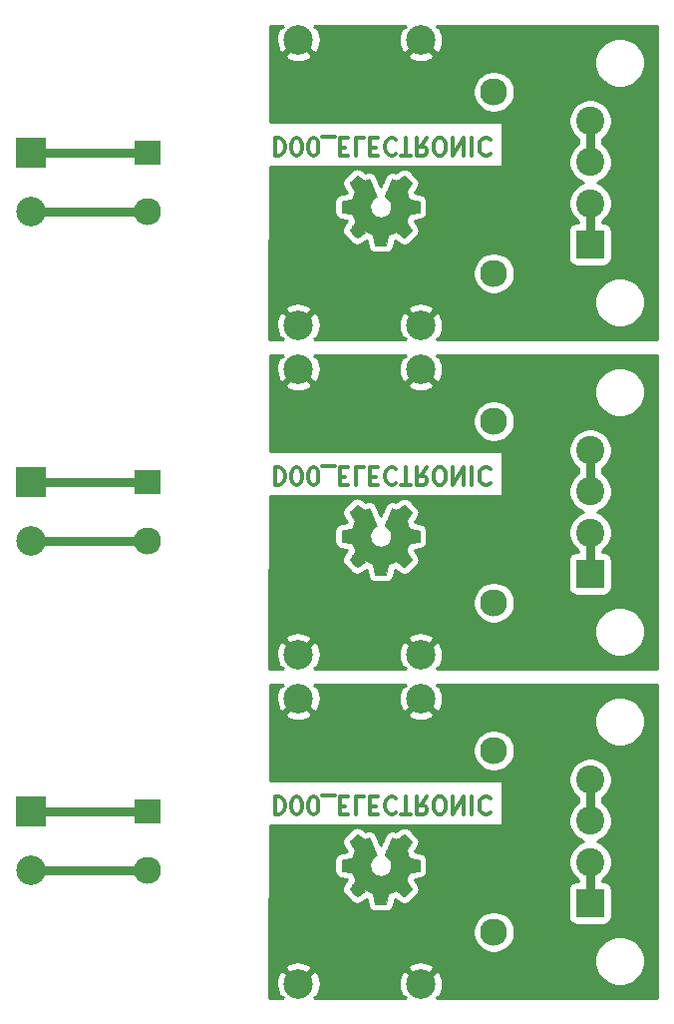
<source format=gbr>
G04 #@! TF.GenerationSoftware,KiCad,Pcbnew,5.1.5-52549c5~86~ubuntu18.04.1*
G04 #@! TF.CreationDate,2020-10-04T22:34:53-05:00*
G04 #@! TF.ProjectId,,58585858-5858-4585-9858-585858585858,rev?*
G04 #@! TF.SameCoordinates,Original*
G04 #@! TF.FileFunction,Copper,L2,Bot*
G04 #@! TF.FilePolarity,Positive*
%FSLAX46Y46*%
G04 Gerber Fmt 4.6, Leading zero omitted, Abs format (unit mm)*
G04 Created by KiCad (PCBNEW 5.1.5-52549c5~86~ubuntu18.04.1) date 2020-10-04 22:34:53*
%MOMM*%
%LPD*%
G04 APERTURE LIST*
%ADD10C,0.300000*%
%ADD11C,0.010000*%
%ADD12C,2.499360*%
%ADD13R,2.500000X2.500000*%
%ADD14C,2.500000*%
%ADD15C,2.300000*%
%ADD16R,2.300000X2.000000*%
%ADD17R,2.400000X2.400000*%
%ADD18C,2.400000*%
%ADD19C,0.750000*%
%ADD20C,0.254000*%
G04 APERTURE END LIST*
D10*
X107742257Y-105962828D02*
X107742257Y-107462828D01*
X108099400Y-107462828D01*
X108313685Y-107391400D01*
X108456542Y-107248542D01*
X108527971Y-107105685D01*
X108599400Y-106819971D01*
X108599400Y-106605685D01*
X108527971Y-106319971D01*
X108456542Y-106177114D01*
X108313685Y-106034257D01*
X108099400Y-105962828D01*
X107742257Y-105962828D01*
X109527971Y-107462828D02*
X109670828Y-107462828D01*
X109813685Y-107391400D01*
X109885114Y-107319971D01*
X109956542Y-107177114D01*
X110027971Y-106891400D01*
X110027971Y-106534257D01*
X109956542Y-106248542D01*
X109885114Y-106105685D01*
X109813685Y-106034257D01*
X109670828Y-105962828D01*
X109527971Y-105962828D01*
X109385114Y-106034257D01*
X109313685Y-106105685D01*
X109242257Y-106248542D01*
X109170828Y-106534257D01*
X109170828Y-106891400D01*
X109242257Y-107177114D01*
X109313685Y-107319971D01*
X109385114Y-107391400D01*
X109527971Y-107462828D01*
X110956542Y-107462828D02*
X111099400Y-107462828D01*
X111242257Y-107391400D01*
X111313685Y-107319971D01*
X111385114Y-107177114D01*
X111456542Y-106891400D01*
X111456542Y-106534257D01*
X111385114Y-106248542D01*
X111313685Y-106105685D01*
X111242257Y-106034257D01*
X111099400Y-105962828D01*
X110956542Y-105962828D01*
X110813685Y-106034257D01*
X110742257Y-106105685D01*
X110670828Y-106248542D01*
X110599400Y-106534257D01*
X110599400Y-106891400D01*
X110670828Y-107177114D01*
X110742257Y-107319971D01*
X110813685Y-107391400D01*
X110956542Y-107462828D01*
X111742257Y-105819971D02*
X112885114Y-105819971D01*
X113242257Y-106748542D02*
X113742257Y-106748542D01*
X113956542Y-105962828D02*
X113242257Y-105962828D01*
X113242257Y-107462828D01*
X113956542Y-107462828D01*
X115313685Y-105962828D02*
X114599400Y-105962828D01*
X114599400Y-107462828D01*
X115813685Y-106748542D02*
X116313685Y-106748542D01*
X116527971Y-105962828D02*
X115813685Y-105962828D01*
X115813685Y-107462828D01*
X116527971Y-107462828D01*
X118027971Y-106105685D02*
X117956542Y-106034257D01*
X117742257Y-105962828D01*
X117599400Y-105962828D01*
X117385114Y-106034257D01*
X117242257Y-106177114D01*
X117170828Y-106319971D01*
X117099400Y-106605685D01*
X117099400Y-106819971D01*
X117170828Y-107105685D01*
X117242257Y-107248542D01*
X117385114Y-107391400D01*
X117599400Y-107462828D01*
X117742257Y-107462828D01*
X117956542Y-107391400D01*
X118027971Y-107319971D01*
X118456542Y-107462828D02*
X119313685Y-107462828D01*
X118885114Y-105962828D02*
X118885114Y-107462828D01*
X120670828Y-105962828D02*
X120170828Y-106677114D01*
X119813685Y-105962828D02*
X119813685Y-107462828D01*
X120385114Y-107462828D01*
X120527971Y-107391400D01*
X120599400Y-107319971D01*
X120670828Y-107177114D01*
X120670828Y-106962828D01*
X120599400Y-106819971D01*
X120527971Y-106748542D01*
X120385114Y-106677114D01*
X119813685Y-106677114D01*
X121599400Y-107462828D02*
X121885114Y-107462828D01*
X122027971Y-107391400D01*
X122170828Y-107248542D01*
X122242257Y-106962828D01*
X122242257Y-106462828D01*
X122170828Y-106177114D01*
X122027971Y-106034257D01*
X121885114Y-105962828D01*
X121599400Y-105962828D01*
X121456542Y-106034257D01*
X121313685Y-106177114D01*
X121242257Y-106462828D01*
X121242257Y-106962828D01*
X121313685Y-107248542D01*
X121456542Y-107391400D01*
X121599400Y-107462828D01*
X122885114Y-105962828D02*
X122885114Y-107462828D01*
X123742257Y-105962828D01*
X123742257Y-107462828D01*
X124456542Y-105962828D02*
X124456542Y-107462828D01*
X126027971Y-106105685D02*
X125956542Y-106034257D01*
X125742257Y-105962828D01*
X125599400Y-105962828D01*
X125385114Y-106034257D01*
X125242257Y-106177114D01*
X125170828Y-106319971D01*
X125099400Y-106605685D01*
X125099400Y-106819971D01*
X125170828Y-107105685D01*
X125242257Y-107248542D01*
X125385114Y-107391400D01*
X125599400Y-107462828D01*
X125742257Y-107462828D01*
X125956542Y-107391400D01*
X126027971Y-107319971D01*
X107742257Y-78022828D02*
X107742257Y-79522828D01*
X108099400Y-79522828D01*
X108313685Y-79451400D01*
X108456542Y-79308542D01*
X108527971Y-79165685D01*
X108599400Y-78879971D01*
X108599400Y-78665685D01*
X108527971Y-78379971D01*
X108456542Y-78237114D01*
X108313685Y-78094257D01*
X108099400Y-78022828D01*
X107742257Y-78022828D01*
X109527971Y-79522828D02*
X109670828Y-79522828D01*
X109813685Y-79451400D01*
X109885114Y-79379971D01*
X109956542Y-79237114D01*
X110027971Y-78951400D01*
X110027971Y-78594257D01*
X109956542Y-78308542D01*
X109885114Y-78165685D01*
X109813685Y-78094257D01*
X109670828Y-78022828D01*
X109527971Y-78022828D01*
X109385114Y-78094257D01*
X109313685Y-78165685D01*
X109242257Y-78308542D01*
X109170828Y-78594257D01*
X109170828Y-78951400D01*
X109242257Y-79237114D01*
X109313685Y-79379971D01*
X109385114Y-79451400D01*
X109527971Y-79522828D01*
X110956542Y-79522828D02*
X111099400Y-79522828D01*
X111242257Y-79451400D01*
X111313685Y-79379971D01*
X111385114Y-79237114D01*
X111456542Y-78951400D01*
X111456542Y-78594257D01*
X111385114Y-78308542D01*
X111313685Y-78165685D01*
X111242257Y-78094257D01*
X111099400Y-78022828D01*
X110956542Y-78022828D01*
X110813685Y-78094257D01*
X110742257Y-78165685D01*
X110670828Y-78308542D01*
X110599400Y-78594257D01*
X110599400Y-78951400D01*
X110670828Y-79237114D01*
X110742257Y-79379971D01*
X110813685Y-79451400D01*
X110956542Y-79522828D01*
X111742257Y-77879971D02*
X112885114Y-77879971D01*
X113242257Y-78808542D02*
X113742257Y-78808542D01*
X113956542Y-78022828D02*
X113242257Y-78022828D01*
X113242257Y-79522828D01*
X113956542Y-79522828D01*
X115313685Y-78022828D02*
X114599400Y-78022828D01*
X114599400Y-79522828D01*
X115813685Y-78808542D02*
X116313685Y-78808542D01*
X116527971Y-78022828D02*
X115813685Y-78022828D01*
X115813685Y-79522828D01*
X116527971Y-79522828D01*
X118027971Y-78165685D02*
X117956542Y-78094257D01*
X117742257Y-78022828D01*
X117599400Y-78022828D01*
X117385114Y-78094257D01*
X117242257Y-78237114D01*
X117170828Y-78379971D01*
X117099400Y-78665685D01*
X117099400Y-78879971D01*
X117170828Y-79165685D01*
X117242257Y-79308542D01*
X117385114Y-79451400D01*
X117599400Y-79522828D01*
X117742257Y-79522828D01*
X117956542Y-79451400D01*
X118027971Y-79379971D01*
X118456542Y-79522828D02*
X119313685Y-79522828D01*
X118885114Y-78022828D02*
X118885114Y-79522828D01*
X120670828Y-78022828D02*
X120170828Y-78737114D01*
X119813685Y-78022828D02*
X119813685Y-79522828D01*
X120385114Y-79522828D01*
X120527971Y-79451400D01*
X120599400Y-79379971D01*
X120670828Y-79237114D01*
X120670828Y-79022828D01*
X120599400Y-78879971D01*
X120527971Y-78808542D01*
X120385114Y-78737114D01*
X119813685Y-78737114D01*
X121599400Y-79522828D02*
X121885114Y-79522828D01*
X122027971Y-79451400D01*
X122170828Y-79308542D01*
X122242257Y-79022828D01*
X122242257Y-78522828D01*
X122170828Y-78237114D01*
X122027971Y-78094257D01*
X121885114Y-78022828D01*
X121599400Y-78022828D01*
X121456542Y-78094257D01*
X121313685Y-78237114D01*
X121242257Y-78522828D01*
X121242257Y-79022828D01*
X121313685Y-79308542D01*
X121456542Y-79451400D01*
X121599400Y-79522828D01*
X122885114Y-78022828D02*
X122885114Y-79522828D01*
X123742257Y-78022828D01*
X123742257Y-79522828D01*
X124456542Y-78022828D02*
X124456542Y-79522828D01*
X126027971Y-78165685D02*
X125956542Y-78094257D01*
X125742257Y-78022828D01*
X125599400Y-78022828D01*
X125385114Y-78094257D01*
X125242257Y-78237114D01*
X125170828Y-78379971D01*
X125099400Y-78665685D01*
X125099400Y-78879971D01*
X125170828Y-79165685D01*
X125242257Y-79308542D01*
X125385114Y-79451400D01*
X125599400Y-79522828D01*
X125742257Y-79522828D01*
X125956542Y-79451400D01*
X126027971Y-79379971D01*
X107742257Y-50082828D02*
X107742257Y-51582828D01*
X108099400Y-51582828D01*
X108313685Y-51511400D01*
X108456542Y-51368542D01*
X108527971Y-51225685D01*
X108599400Y-50939971D01*
X108599400Y-50725685D01*
X108527971Y-50439971D01*
X108456542Y-50297114D01*
X108313685Y-50154257D01*
X108099400Y-50082828D01*
X107742257Y-50082828D01*
X109527971Y-51582828D02*
X109670828Y-51582828D01*
X109813685Y-51511400D01*
X109885114Y-51439971D01*
X109956542Y-51297114D01*
X110027971Y-51011400D01*
X110027971Y-50654257D01*
X109956542Y-50368542D01*
X109885114Y-50225685D01*
X109813685Y-50154257D01*
X109670828Y-50082828D01*
X109527971Y-50082828D01*
X109385114Y-50154257D01*
X109313685Y-50225685D01*
X109242257Y-50368542D01*
X109170828Y-50654257D01*
X109170828Y-51011400D01*
X109242257Y-51297114D01*
X109313685Y-51439971D01*
X109385114Y-51511400D01*
X109527971Y-51582828D01*
X110956542Y-51582828D02*
X111099400Y-51582828D01*
X111242257Y-51511400D01*
X111313685Y-51439971D01*
X111385114Y-51297114D01*
X111456542Y-51011400D01*
X111456542Y-50654257D01*
X111385114Y-50368542D01*
X111313685Y-50225685D01*
X111242257Y-50154257D01*
X111099400Y-50082828D01*
X110956542Y-50082828D01*
X110813685Y-50154257D01*
X110742257Y-50225685D01*
X110670828Y-50368542D01*
X110599400Y-50654257D01*
X110599400Y-51011400D01*
X110670828Y-51297114D01*
X110742257Y-51439971D01*
X110813685Y-51511400D01*
X110956542Y-51582828D01*
X111742257Y-49939971D02*
X112885114Y-49939971D01*
X113242257Y-50868542D02*
X113742257Y-50868542D01*
X113956542Y-50082828D02*
X113242257Y-50082828D01*
X113242257Y-51582828D01*
X113956542Y-51582828D01*
X115313685Y-50082828D02*
X114599400Y-50082828D01*
X114599400Y-51582828D01*
X115813685Y-50868542D02*
X116313685Y-50868542D01*
X116527971Y-50082828D02*
X115813685Y-50082828D01*
X115813685Y-51582828D01*
X116527971Y-51582828D01*
X118027971Y-50225685D02*
X117956542Y-50154257D01*
X117742257Y-50082828D01*
X117599400Y-50082828D01*
X117385114Y-50154257D01*
X117242257Y-50297114D01*
X117170828Y-50439971D01*
X117099400Y-50725685D01*
X117099400Y-50939971D01*
X117170828Y-51225685D01*
X117242257Y-51368542D01*
X117385114Y-51511400D01*
X117599400Y-51582828D01*
X117742257Y-51582828D01*
X117956542Y-51511400D01*
X118027971Y-51439971D01*
X118456542Y-51582828D02*
X119313685Y-51582828D01*
X118885114Y-50082828D02*
X118885114Y-51582828D01*
X120670828Y-50082828D02*
X120170828Y-50797114D01*
X119813685Y-50082828D02*
X119813685Y-51582828D01*
X120385114Y-51582828D01*
X120527971Y-51511400D01*
X120599400Y-51439971D01*
X120670828Y-51297114D01*
X120670828Y-51082828D01*
X120599400Y-50939971D01*
X120527971Y-50868542D01*
X120385114Y-50797114D01*
X119813685Y-50797114D01*
X121599400Y-51582828D02*
X121885114Y-51582828D01*
X122027971Y-51511400D01*
X122170828Y-51368542D01*
X122242257Y-51082828D01*
X122242257Y-50582828D01*
X122170828Y-50297114D01*
X122027971Y-50154257D01*
X121885114Y-50082828D01*
X121599400Y-50082828D01*
X121456542Y-50154257D01*
X121313685Y-50297114D01*
X121242257Y-50582828D01*
X121242257Y-51082828D01*
X121313685Y-51368542D01*
X121456542Y-51511400D01*
X121599400Y-51582828D01*
X122885114Y-50082828D02*
X122885114Y-51582828D01*
X123742257Y-50082828D01*
X123742257Y-51582828D01*
X124456542Y-50082828D02*
X124456542Y-51582828D01*
X126027971Y-50225685D02*
X125956542Y-50154257D01*
X125742257Y-50082828D01*
X125599400Y-50082828D01*
X125385114Y-50154257D01*
X125242257Y-50297114D01*
X125170828Y-50439971D01*
X125099400Y-50725685D01*
X125099400Y-50939971D01*
X125170828Y-51225685D01*
X125242257Y-51368542D01*
X125385114Y-51511400D01*
X125599400Y-51582828D01*
X125742257Y-51582828D01*
X125956542Y-51511400D01*
X126027971Y-51439971D01*
D11*
G36*
X117278214Y-114633469D02*
G01*
X117362035Y-114188845D01*
X117671320Y-114061347D01*
X117980606Y-113933849D01*
X118351646Y-114186154D01*
X118455557Y-114256404D01*
X118549487Y-114319128D01*
X118629052Y-114371462D01*
X118689870Y-114410543D01*
X118727557Y-114433507D01*
X118737821Y-114438458D01*
X118756310Y-114425724D01*
X118795820Y-114390518D01*
X118851922Y-114337338D01*
X118920187Y-114270682D01*
X118996186Y-114195046D01*
X119075492Y-114114928D01*
X119153675Y-114034826D01*
X119226307Y-113959236D01*
X119288959Y-113892655D01*
X119337203Y-113839582D01*
X119366610Y-113804513D01*
X119373641Y-113792777D01*
X119363523Y-113771140D01*
X119335159Y-113723738D01*
X119291529Y-113655207D01*
X119235618Y-113570185D01*
X119170406Y-113473307D01*
X119132619Y-113418050D01*
X119063743Y-113317152D01*
X119002540Y-113226101D01*
X118951978Y-113149430D01*
X118915028Y-113091672D01*
X118894658Y-113057357D01*
X118891597Y-113050146D01*
X118898536Y-113029652D01*
X118917451Y-112981887D01*
X118945487Y-112913568D01*
X118979791Y-112831411D01*
X119017509Y-112742130D01*
X119055787Y-112652442D01*
X119091770Y-112569062D01*
X119122606Y-112498706D01*
X119145439Y-112448090D01*
X119157417Y-112423929D01*
X119158124Y-112422978D01*
X119176931Y-112418364D01*
X119227018Y-112408072D01*
X119303193Y-112393113D01*
X119400265Y-112374499D01*
X119513043Y-112353241D01*
X119578842Y-112340982D01*
X119699350Y-112318038D01*
X119808197Y-112296205D01*
X119899876Y-112276678D01*
X119968881Y-112260652D01*
X120009704Y-112249321D01*
X120017911Y-112245726D01*
X120025948Y-112221394D01*
X120032433Y-112166441D01*
X120037370Y-112087292D01*
X120040764Y-111990374D01*
X120042618Y-111882113D01*
X120042938Y-111768935D01*
X120041727Y-111657265D01*
X120038990Y-111553532D01*
X120034731Y-111464159D01*
X120028955Y-111395574D01*
X120021667Y-111354203D01*
X120017295Y-111345590D01*
X119991164Y-111335267D01*
X119935793Y-111320508D01*
X119858507Y-111303048D01*
X119766630Y-111284620D01*
X119734558Y-111278659D01*
X119579924Y-111250334D01*
X119457775Y-111227524D01*
X119364073Y-111209320D01*
X119294784Y-111194817D01*
X119245871Y-111183108D01*
X119213297Y-111173285D01*
X119193028Y-111164444D01*
X119181026Y-111155676D01*
X119179347Y-111153943D01*
X119162584Y-111126029D01*
X119137014Y-111071705D01*
X119105188Y-110997623D01*
X119069660Y-110910435D01*
X119032983Y-110816792D01*
X118997711Y-110723348D01*
X118966396Y-110636753D01*
X118941593Y-110563660D01*
X118925854Y-110510722D01*
X118921732Y-110484589D01*
X118922076Y-110483674D01*
X118936041Y-110462314D01*
X118967722Y-110415316D01*
X119013791Y-110347573D01*
X119070918Y-110263977D01*
X119135773Y-110169418D01*
X119154243Y-110142546D01*
X119220099Y-110045125D01*
X119278050Y-109956237D01*
X119324938Y-109880988D01*
X119357607Y-109824480D01*
X119372900Y-109791819D01*
X119373641Y-109787807D01*
X119360792Y-109766716D01*
X119325288Y-109724936D01*
X119271693Y-109666955D01*
X119204571Y-109597265D01*
X119128487Y-109520355D01*
X119048004Y-109440717D01*
X118967687Y-109362839D01*
X118892099Y-109291214D01*
X118825805Y-109230330D01*
X118773369Y-109184679D01*
X118739355Y-109158750D01*
X118729945Y-109154517D01*
X118708043Y-109164488D01*
X118663200Y-109191380D01*
X118602721Y-109230664D01*
X118556189Y-109262283D01*
X118471875Y-109320302D01*
X118372026Y-109388616D01*
X118271873Y-109456821D01*
X118218027Y-109493325D01*
X118035771Y-109616600D01*
X117882781Y-109533880D01*
X117813082Y-109497641D01*
X117753814Y-109469474D01*
X117713711Y-109453409D01*
X117703503Y-109451174D01*
X117691229Y-109467678D01*
X117667013Y-109514318D01*
X117632663Y-109586791D01*
X117589988Y-109680794D01*
X117540794Y-109792026D01*
X117486890Y-109916185D01*
X117430084Y-110048968D01*
X117372182Y-110186073D01*
X117314993Y-110323198D01*
X117260324Y-110456042D01*
X117209984Y-110580302D01*
X117165780Y-110691675D01*
X117129519Y-110785861D01*
X117103009Y-110858556D01*
X117088058Y-110905459D01*
X117085654Y-110921567D01*
X117104711Y-110942114D01*
X117146436Y-110975467D01*
X117202106Y-111014698D01*
X117206778Y-111017801D01*
X117350664Y-111132977D01*
X117466683Y-111267347D01*
X117553830Y-111416616D01*
X117611099Y-111576487D01*
X117637486Y-111742663D01*
X117631985Y-111910848D01*
X117593590Y-112076745D01*
X117521295Y-112236058D01*
X117500026Y-112270913D01*
X117389396Y-112411663D01*
X117258702Y-112524686D01*
X117112464Y-112609397D01*
X116955208Y-112665206D01*
X116791457Y-112691526D01*
X116625733Y-112687770D01*
X116462562Y-112653350D01*
X116306465Y-112587677D01*
X116161967Y-112490165D01*
X116117269Y-112450587D01*
X116003512Y-112326697D01*
X115920618Y-112196276D01*
X115863756Y-112050085D01*
X115832087Y-111905312D01*
X115824269Y-111742540D01*
X115850338Y-111578960D01*
X115907645Y-111420102D01*
X115993544Y-111271494D01*
X116105386Y-111138665D01*
X116240523Y-111027144D01*
X116258283Y-111015389D01*
X116314550Y-110976892D01*
X116357323Y-110943537D01*
X116377772Y-110922240D01*
X116378069Y-110921567D01*
X116373679Y-110898529D01*
X116356276Y-110846243D01*
X116327668Y-110769010D01*
X116289665Y-110671132D01*
X116244074Y-110556909D01*
X116192703Y-110430642D01*
X116137362Y-110296633D01*
X116079858Y-110159182D01*
X116022001Y-110022592D01*
X115965598Y-109891163D01*
X115912458Y-109769195D01*
X115864390Y-109660991D01*
X115823201Y-109570851D01*
X115790701Y-109503077D01*
X115768697Y-109461970D01*
X115759836Y-109451174D01*
X115732760Y-109459581D01*
X115682097Y-109482128D01*
X115616583Y-109514787D01*
X115580559Y-109533880D01*
X115427568Y-109616600D01*
X115245312Y-109493325D01*
X115152275Y-109430172D01*
X115050415Y-109360673D01*
X114954962Y-109295235D01*
X114907150Y-109262283D01*
X114839905Y-109217127D01*
X114782964Y-109181343D01*
X114743754Y-109159462D01*
X114731019Y-109154837D01*
X114712483Y-109167315D01*
X114671459Y-109202148D01*
X114611925Y-109255722D01*
X114537858Y-109324417D01*
X114453235Y-109404619D01*
X114399715Y-109456114D01*
X114306081Y-109548114D01*
X114225159Y-109630401D01*
X114160223Y-109699455D01*
X114114542Y-109751756D01*
X114091389Y-109783784D01*
X114089168Y-109790284D01*
X114099476Y-109815006D01*
X114127961Y-109864995D01*
X114171463Y-109935188D01*
X114226823Y-110020525D01*
X114290880Y-110115944D01*
X114309097Y-110142546D01*
X114375473Y-110239233D01*
X114435022Y-110326283D01*
X114484416Y-110398805D01*
X114520325Y-110451907D01*
X114539419Y-110480697D01*
X114541264Y-110483674D01*
X114538505Y-110506618D01*
X114523862Y-110557064D01*
X114499887Y-110628359D01*
X114469134Y-110713853D01*
X114434156Y-110806893D01*
X114397507Y-110900826D01*
X114361739Y-110989001D01*
X114329406Y-111064766D01*
X114303062Y-111121469D01*
X114285258Y-111152457D01*
X114283993Y-111153943D01*
X114273106Y-111162799D01*
X114254718Y-111171557D01*
X114224794Y-111181123D01*
X114179297Y-111192404D01*
X114114191Y-111206307D01*
X114025439Y-111223737D01*
X113909007Y-111245602D01*
X113760858Y-111272809D01*
X113728782Y-111278659D01*
X113633714Y-111297026D01*
X113550835Y-111314995D01*
X113487470Y-111330831D01*
X113450942Y-111342800D01*
X113446044Y-111345590D01*
X113437973Y-111370328D01*
X113431413Y-111425610D01*
X113426367Y-111505011D01*
X113422841Y-111602104D01*
X113420839Y-111710462D01*
X113420364Y-111823660D01*
X113421423Y-111935272D01*
X113424018Y-112038871D01*
X113428154Y-112128032D01*
X113433837Y-112196328D01*
X113441069Y-112237334D01*
X113445429Y-112245726D01*
X113469702Y-112254192D01*
X113524974Y-112267965D01*
X113605738Y-112285850D01*
X113706488Y-112306652D01*
X113821717Y-112329177D01*
X113884498Y-112340982D01*
X114003613Y-112363249D01*
X114109835Y-112383421D01*
X114197973Y-112400485D01*
X114262834Y-112413431D01*
X114299226Y-112421245D01*
X114305216Y-112422978D01*
X114315339Y-112442510D01*
X114336738Y-112489557D01*
X114366561Y-112557397D01*
X114401955Y-112639309D01*
X114440068Y-112728572D01*
X114478047Y-112818465D01*
X114513040Y-112902265D01*
X114542194Y-112973253D01*
X114562657Y-113024706D01*
X114571577Y-113049903D01*
X114571743Y-113051004D01*
X114561631Y-113070881D01*
X114533283Y-113116623D01*
X114489677Y-113183683D01*
X114433794Y-113267516D01*
X114368613Y-113363574D01*
X114330721Y-113418750D01*
X114261675Y-113519919D01*
X114200350Y-113611770D01*
X114149737Y-113689656D01*
X114112829Y-113748931D01*
X114092618Y-113784949D01*
X114089699Y-113793023D01*
X114102247Y-113811816D01*
X114136937Y-113851943D01*
X114189337Y-113908907D01*
X114255016Y-113978215D01*
X114329544Y-114055369D01*
X114408487Y-114135875D01*
X114487417Y-114215237D01*
X114561900Y-114288960D01*
X114627506Y-114352548D01*
X114679804Y-114401506D01*
X114714361Y-114431339D01*
X114725922Y-114438458D01*
X114744746Y-114428447D01*
X114789769Y-114400322D01*
X114856613Y-114356946D01*
X114940901Y-114301182D01*
X115038256Y-114235894D01*
X115111693Y-114186154D01*
X115482733Y-113933849D01*
X116101305Y-114188845D01*
X116185125Y-114633469D01*
X116268946Y-115078093D01*
X117194394Y-115078093D01*
X117278214Y-114633469D01*
G37*
X117278214Y-114633469D02*
X117362035Y-114188845D01*
X117671320Y-114061347D01*
X117980606Y-113933849D01*
X118351646Y-114186154D01*
X118455557Y-114256404D01*
X118549487Y-114319128D01*
X118629052Y-114371462D01*
X118689870Y-114410543D01*
X118727557Y-114433507D01*
X118737821Y-114438458D01*
X118756310Y-114425724D01*
X118795820Y-114390518D01*
X118851922Y-114337338D01*
X118920187Y-114270682D01*
X118996186Y-114195046D01*
X119075492Y-114114928D01*
X119153675Y-114034826D01*
X119226307Y-113959236D01*
X119288959Y-113892655D01*
X119337203Y-113839582D01*
X119366610Y-113804513D01*
X119373641Y-113792777D01*
X119363523Y-113771140D01*
X119335159Y-113723738D01*
X119291529Y-113655207D01*
X119235618Y-113570185D01*
X119170406Y-113473307D01*
X119132619Y-113418050D01*
X119063743Y-113317152D01*
X119002540Y-113226101D01*
X118951978Y-113149430D01*
X118915028Y-113091672D01*
X118894658Y-113057357D01*
X118891597Y-113050146D01*
X118898536Y-113029652D01*
X118917451Y-112981887D01*
X118945487Y-112913568D01*
X118979791Y-112831411D01*
X119017509Y-112742130D01*
X119055787Y-112652442D01*
X119091770Y-112569062D01*
X119122606Y-112498706D01*
X119145439Y-112448090D01*
X119157417Y-112423929D01*
X119158124Y-112422978D01*
X119176931Y-112418364D01*
X119227018Y-112408072D01*
X119303193Y-112393113D01*
X119400265Y-112374499D01*
X119513043Y-112353241D01*
X119578842Y-112340982D01*
X119699350Y-112318038D01*
X119808197Y-112296205D01*
X119899876Y-112276678D01*
X119968881Y-112260652D01*
X120009704Y-112249321D01*
X120017911Y-112245726D01*
X120025948Y-112221394D01*
X120032433Y-112166441D01*
X120037370Y-112087292D01*
X120040764Y-111990374D01*
X120042618Y-111882113D01*
X120042938Y-111768935D01*
X120041727Y-111657265D01*
X120038990Y-111553532D01*
X120034731Y-111464159D01*
X120028955Y-111395574D01*
X120021667Y-111354203D01*
X120017295Y-111345590D01*
X119991164Y-111335267D01*
X119935793Y-111320508D01*
X119858507Y-111303048D01*
X119766630Y-111284620D01*
X119734558Y-111278659D01*
X119579924Y-111250334D01*
X119457775Y-111227524D01*
X119364073Y-111209320D01*
X119294784Y-111194817D01*
X119245871Y-111183108D01*
X119213297Y-111173285D01*
X119193028Y-111164444D01*
X119181026Y-111155676D01*
X119179347Y-111153943D01*
X119162584Y-111126029D01*
X119137014Y-111071705D01*
X119105188Y-110997623D01*
X119069660Y-110910435D01*
X119032983Y-110816792D01*
X118997711Y-110723348D01*
X118966396Y-110636753D01*
X118941593Y-110563660D01*
X118925854Y-110510722D01*
X118921732Y-110484589D01*
X118922076Y-110483674D01*
X118936041Y-110462314D01*
X118967722Y-110415316D01*
X119013791Y-110347573D01*
X119070918Y-110263977D01*
X119135773Y-110169418D01*
X119154243Y-110142546D01*
X119220099Y-110045125D01*
X119278050Y-109956237D01*
X119324938Y-109880988D01*
X119357607Y-109824480D01*
X119372900Y-109791819D01*
X119373641Y-109787807D01*
X119360792Y-109766716D01*
X119325288Y-109724936D01*
X119271693Y-109666955D01*
X119204571Y-109597265D01*
X119128487Y-109520355D01*
X119048004Y-109440717D01*
X118967687Y-109362839D01*
X118892099Y-109291214D01*
X118825805Y-109230330D01*
X118773369Y-109184679D01*
X118739355Y-109158750D01*
X118729945Y-109154517D01*
X118708043Y-109164488D01*
X118663200Y-109191380D01*
X118602721Y-109230664D01*
X118556189Y-109262283D01*
X118471875Y-109320302D01*
X118372026Y-109388616D01*
X118271873Y-109456821D01*
X118218027Y-109493325D01*
X118035771Y-109616600D01*
X117882781Y-109533880D01*
X117813082Y-109497641D01*
X117753814Y-109469474D01*
X117713711Y-109453409D01*
X117703503Y-109451174D01*
X117691229Y-109467678D01*
X117667013Y-109514318D01*
X117632663Y-109586791D01*
X117589988Y-109680794D01*
X117540794Y-109792026D01*
X117486890Y-109916185D01*
X117430084Y-110048968D01*
X117372182Y-110186073D01*
X117314993Y-110323198D01*
X117260324Y-110456042D01*
X117209984Y-110580302D01*
X117165780Y-110691675D01*
X117129519Y-110785861D01*
X117103009Y-110858556D01*
X117088058Y-110905459D01*
X117085654Y-110921567D01*
X117104711Y-110942114D01*
X117146436Y-110975467D01*
X117202106Y-111014698D01*
X117206778Y-111017801D01*
X117350664Y-111132977D01*
X117466683Y-111267347D01*
X117553830Y-111416616D01*
X117611099Y-111576487D01*
X117637486Y-111742663D01*
X117631985Y-111910848D01*
X117593590Y-112076745D01*
X117521295Y-112236058D01*
X117500026Y-112270913D01*
X117389396Y-112411663D01*
X117258702Y-112524686D01*
X117112464Y-112609397D01*
X116955208Y-112665206D01*
X116791457Y-112691526D01*
X116625733Y-112687770D01*
X116462562Y-112653350D01*
X116306465Y-112587677D01*
X116161967Y-112490165D01*
X116117269Y-112450587D01*
X116003512Y-112326697D01*
X115920618Y-112196276D01*
X115863756Y-112050085D01*
X115832087Y-111905312D01*
X115824269Y-111742540D01*
X115850338Y-111578960D01*
X115907645Y-111420102D01*
X115993544Y-111271494D01*
X116105386Y-111138665D01*
X116240523Y-111027144D01*
X116258283Y-111015389D01*
X116314550Y-110976892D01*
X116357323Y-110943537D01*
X116377772Y-110922240D01*
X116378069Y-110921567D01*
X116373679Y-110898529D01*
X116356276Y-110846243D01*
X116327668Y-110769010D01*
X116289665Y-110671132D01*
X116244074Y-110556909D01*
X116192703Y-110430642D01*
X116137362Y-110296633D01*
X116079858Y-110159182D01*
X116022001Y-110022592D01*
X115965598Y-109891163D01*
X115912458Y-109769195D01*
X115864390Y-109660991D01*
X115823201Y-109570851D01*
X115790701Y-109503077D01*
X115768697Y-109461970D01*
X115759836Y-109451174D01*
X115732760Y-109459581D01*
X115682097Y-109482128D01*
X115616583Y-109514787D01*
X115580559Y-109533880D01*
X115427568Y-109616600D01*
X115245312Y-109493325D01*
X115152275Y-109430172D01*
X115050415Y-109360673D01*
X114954962Y-109295235D01*
X114907150Y-109262283D01*
X114839905Y-109217127D01*
X114782964Y-109181343D01*
X114743754Y-109159462D01*
X114731019Y-109154837D01*
X114712483Y-109167315D01*
X114671459Y-109202148D01*
X114611925Y-109255722D01*
X114537858Y-109324417D01*
X114453235Y-109404619D01*
X114399715Y-109456114D01*
X114306081Y-109548114D01*
X114225159Y-109630401D01*
X114160223Y-109699455D01*
X114114542Y-109751756D01*
X114091389Y-109783784D01*
X114089168Y-109790284D01*
X114099476Y-109815006D01*
X114127961Y-109864995D01*
X114171463Y-109935188D01*
X114226823Y-110020525D01*
X114290880Y-110115944D01*
X114309097Y-110142546D01*
X114375473Y-110239233D01*
X114435022Y-110326283D01*
X114484416Y-110398805D01*
X114520325Y-110451907D01*
X114539419Y-110480697D01*
X114541264Y-110483674D01*
X114538505Y-110506618D01*
X114523862Y-110557064D01*
X114499887Y-110628359D01*
X114469134Y-110713853D01*
X114434156Y-110806893D01*
X114397507Y-110900826D01*
X114361739Y-110989001D01*
X114329406Y-111064766D01*
X114303062Y-111121469D01*
X114285258Y-111152457D01*
X114283993Y-111153943D01*
X114273106Y-111162799D01*
X114254718Y-111171557D01*
X114224794Y-111181123D01*
X114179297Y-111192404D01*
X114114191Y-111206307D01*
X114025439Y-111223737D01*
X113909007Y-111245602D01*
X113760858Y-111272809D01*
X113728782Y-111278659D01*
X113633714Y-111297026D01*
X113550835Y-111314995D01*
X113487470Y-111330831D01*
X113450942Y-111342800D01*
X113446044Y-111345590D01*
X113437973Y-111370328D01*
X113431413Y-111425610D01*
X113426367Y-111505011D01*
X113422841Y-111602104D01*
X113420839Y-111710462D01*
X113420364Y-111823660D01*
X113421423Y-111935272D01*
X113424018Y-112038871D01*
X113428154Y-112128032D01*
X113433837Y-112196328D01*
X113441069Y-112237334D01*
X113445429Y-112245726D01*
X113469702Y-112254192D01*
X113524974Y-112267965D01*
X113605738Y-112285850D01*
X113706488Y-112306652D01*
X113821717Y-112329177D01*
X113884498Y-112340982D01*
X114003613Y-112363249D01*
X114109835Y-112383421D01*
X114197973Y-112400485D01*
X114262834Y-112413431D01*
X114299226Y-112421245D01*
X114305216Y-112422978D01*
X114315339Y-112442510D01*
X114336738Y-112489557D01*
X114366561Y-112557397D01*
X114401955Y-112639309D01*
X114440068Y-112728572D01*
X114478047Y-112818465D01*
X114513040Y-112902265D01*
X114542194Y-112973253D01*
X114562657Y-113024706D01*
X114571577Y-113049903D01*
X114571743Y-113051004D01*
X114561631Y-113070881D01*
X114533283Y-113116623D01*
X114489677Y-113183683D01*
X114433794Y-113267516D01*
X114368613Y-113363574D01*
X114330721Y-113418750D01*
X114261675Y-113519919D01*
X114200350Y-113611770D01*
X114149737Y-113689656D01*
X114112829Y-113748931D01*
X114092618Y-113784949D01*
X114089699Y-113793023D01*
X114102247Y-113811816D01*
X114136937Y-113851943D01*
X114189337Y-113908907D01*
X114255016Y-113978215D01*
X114329544Y-114055369D01*
X114408487Y-114135875D01*
X114487417Y-114215237D01*
X114561900Y-114288960D01*
X114627506Y-114352548D01*
X114679804Y-114401506D01*
X114714361Y-114431339D01*
X114725922Y-114438458D01*
X114744746Y-114428447D01*
X114789769Y-114400322D01*
X114856613Y-114356946D01*
X114940901Y-114301182D01*
X115038256Y-114235894D01*
X115111693Y-114186154D01*
X115482733Y-113933849D01*
X116101305Y-114188845D01*
X116185125Y-114633469D01*
X116268946Y-115078093D01*
X117194394Y-115078093D01*
X117278214Y-114633469D01*
G36*
X117278214Y-86693469D02*
G01*
X117362035Y-86248845D01*
X117671320Y-86121347D01*
X117980606Y-85993849D01*
X118351646Y-86246154D01*
X118455557Y-86316404D01*
X118549487Y-86379128D01*
X118629052Y-86431462D01*
X118689870Y-86470543D01*
X118727557Y-86493507D01*
X118737821Y-86498458D01*
X118756310Y-86485724D01*
X118795820Y-86450518D01*
X118851922Y-86397338D01*
X118920187Y-86330682D01*
X118996186Y-86255046D01*
X119075492Y-86174928D01*
X119153675Y-86094826D01*
X119226307Y-86019236D01*
X119288959Y-85952655D01*
X119337203Y-85899582D01*
X119366610Y-85864513D01*
X119373641Y-85852777D01*
X119363523Y-85831140D01*
X119335159Y-85783738D01*
X119291529Y-85715207D01*
X119235618Y-85630185D01*
X119170406Y-85533307D01*
X119132619Y-85478050D01*
X119063743Y-85377152D01*
X119002540Y-85286101D01*
X118951978Y-85209430D01*
X118915028Y-85151672D01*
X118894658Y-85117357D01*
X118891597Y-85110146D01*
X118898536Y-85089652D01*
X118917451Y-85041887D01*
X118945487Y-84973568D01*
X118979791Y-84891411D01*
X119017509Y-84802130D01*
X119055787Y-84712442D01*
X119091770Y-84629062D01*
X119122606Y-84558706D01*
X119145439Y-84508090D01*
X119157417Y-84483929D01*
X119158124Y-84482978D01*
X119176931Y-84478364D01*
X119227018Y-84468072D01*
X119303193Y-84453113D01*
X119400265Y-84434499D01*
X119513043Y-84413241D01*
X119578842Y-84400982D01*
X119699350Y-84378038D01*
X119808197Y-84356205D01*
X119899876Y-84336678D01*
X119968881Y-84320652D01*
X120009704Y-84309321D01*
X120017911Y-84305726D01*
X120025948Y-84281394D01*
X120032433Y-84226441D01*
X120037370Y-84147292D01*
X120040764Y-84050374D01*
X120042618Y-83942113D01*
X120042938Y-83828935D01*
X120041727Y-83717265D01*
X120038990Y-83613532D01*
X120034731Y-83524159D01*
X120028955Y-83455574D01*
X120021667Y-83414203D01*
X120017295Y-83405590D01*
X119991164Y-83395267D01*
X119935793Y-83380508D01*
X119858507Y-83363048D01*
X119766630Y-83344620D01*
X119734558Y-83338659D01*
X119579924Y-83310334D01*
X119457775Y-83287524D01*
X119364073Y-83269320D01*
X119294784Y-83254817D01*
X119245871Y-83243108D01*
X119213297Y-83233285D01*
X119193028Y-83224444D01*
X119181026Y-83215676D01*
X119179347Y-83213943D01*
X119162584Y-83186029D01*
X119137014Y-83131705D01*
X119105188Y-83057623D01*
X119069660Y-82970435D01*
X119032983Y-82876792D01*
X118997711Y-82783348D01*
X118966396Y-82696753D01*
X118941593Y-82623660D01*
X118925854Y-82570722D01*
X118921732Y-82544589D01*
X118922076Y-82543674D01*
X118936041Y-82522314D01*
X118967722Y-82475316D01*
X119013791Y-82407573D01*
X119070918Y-82323977D01*
X119135773Y-82229418D01*
X119154243Y-82202546D01*
X119220099Y-82105125D01*
X119278050Y-82016237D01*
X119324938Y-81940988D01*
X119357607Y-81884480D01*
X119372900Y-81851819D01*
X119373641Y-81847807D01*
X119360792Y-81826716D01*
X119325288Y-81784936D01*
X119271693Y-81726955D01*
X119204571Y-81657265D01*
X119128487Y-81580355D01*
X119048004Y-81500717D01*
X118967687Y-81422839D01*
X118892099Y-81351214D01*
X118825805Y-81290330D01*
X118773369Y-81244679D01*
X118739355Y-81218750D01*
X118729945Y-81214517D01*
X118708043Y-81224488D01*
X118663200Y-81251380D01*
X118602721Y-81290664D01*
X118556189Y-81322283D01*
X118471875Y-81380302D01*
X118372026Y-81448616D01*
X118271873Y-81516821D01*
X118218027Y-81553325D01*
X118035771Y-81676600D01*
X117882781Y-81593880D01*
X117813082Y-81557641D01*
X117753814Y-81529474D01*
X117713711Y-81513409D01*
X117703503Y-81511174D01*
X117691229Y-81527678D01*
X117667013Y-81574318D01*
X117632663Y-81646791D01*
X117589988Y-81740794D01*
X117540794Y-81852026D01*
X117486890Y-81976185D01*
X117430084Y-82108968D01*
X117372182Y-82246073D01*
X117314993Y-82383198D01*
X117260324Y-82516042D01*
X117209984Y-82640302D01*
X117165780Y-82751675D01*
X117129519Y-82845861D01*
X117103009Y-82918556D01*
X117088058Y-82965459D01*
X117085654Y-82981567D01*
X117104711Y-83002114D01*
X117146436Y-83035467D01*
X117202106Y-83074698D01*
X117206778Y-83077801D01*
X117350664Y-83192977D01*
X117466683Y-83327347D01*
X117553830Y-83476616D01*
X117611099Y-83636487D01*
X117637486Y-83802663D01*
X117631985Y-83970848D01*
X117593590Y-84136745D01*
X117521295Y-84296058D01*
X117500026Y-84330913D01*
X117389396Y-84471663D01*
X117258702Y-84584686D01*
X117112464Y-84669397D01*
X116955208Y-84725206D01*
X116791457Y-84751526D01*
X116625733Y-84747770D01*
X116462562Y-84713350D01*
X116306465Y-84647677D01*
X116161967Y-84550165D01*
X116117269Y-84510587D01*
X116003512Y-84386697D01*
X115920618Y-84256276D01*
X115863756Y-84110085D01*
X115832087Y-83965312D01*
X115824269Y-83802540D01*
X115850338Y-83638960D01*
X115907645Y-83480102D01*
X115993544Y-83331494D01*
X116105386Y-83198665D01*
X116240523Y-83087144D01*
X116258283Y-83075389D01*
X116314550Y-83036892D01*
X116357323Y-83003537D01*
X116377772Y-82982240D01*
X116378069Y-82981567D01*
X116373679Y-82958529D01*
X116356276Y-82906243D01*
X116327668Y-82829010D01*
X116289665Y-82731132D01*
X116244074Y-82616909D01*
X116192703Y-82490642D01*
X116137362Y-82356633D01*
X116079858Y-82219182D01*
X116022001Y-82082592D01*
X115965598Y-81951163D01*
X115912458Y-81829195D01*
X115864390Y-81720991D01*
X115823201Y-81630851D01*
X115790701Y-81563077D01*
X115768697Y-81521970D01*
X115759836Y-81511174D01*
X115732760Y-81519581D01*
X115682097Y-81542128D01*
X115616583Y-81574787D01*
X115580559Y-81593880D01*
X115427568Y-81676600D01*
X115245312Y-81553325D01*
X115152275Y-81490172D01*
X115050415Y-81420673D01*
X114954962Y-81355235D01*
X114907150Y-81322283D01*
X114839905Y-81277127D01*
X114782964Y-81241343D01*
X114743754Y-81219462D01*
X114731019Y-81214837D01*
X114712483Y-81227315D01*
X114671459Y-81262148D01*
X114611925Y-81315722D01*
X114537858Y-81384417D01*
X114453235Y-81464619D01*
X114399715Y-81516114D01*
X114306081Y-81608114D01*
X114225159Y-81690401D01*
X114160223Y-81759455D01*
X114114542Y-81811756D01*
X114091389Y-81843784D01*
X114089168Y-81850284D01*
X114099476Y-81875006D01*
X114127961Y-81924995D01*
X114171463Y-81995188D01*
X114226823Y-82080525D01*
X114290880Y-82175944D01*
X114309097Y-82202546D01*
X114375473Y-82299233D01*
X114435022Y-82386283D01*
X114484416Y-82458805D01*
X114520325Y-82511907D01*
X114539419Y-82540697D01*
X114541264Y-82543674D01*
X114538505Y-82566618D01*
X114523862Y-82617064D01*
X114499887Y-82688359D01*
X114469134Y-82773853D01*
X114434156Y-82866893D01*
X114397507Y-82960826D01*
X114361739Y-83049001D01*
X114329406Y-83124766D01*
X114303062Y-83181469D01*
X114285258Y-83212457D01*
X114283993Y-83213943D01*
X114273106Y-83222799D01*
X114254718Y-83231557D01*
X114224794Y-83241123D01*
X114179297Y-83252404D01*
X114114191Y-83266307D01*
X114025439Y-83283737D01*
X113909007Y-83305602D01*
X113760858Y-83332809D01*
X113728782Y-83338659D01*
X113633714Y-83357026D01*
X113550835Y-83374995D01*
X113487470Y-83390831D01*
X113450942Y-83402800D01*
X113446044Y-83405590D01*
X113437973Y-83430328D01*
X113431413Y-83485610D01*
X113426367Y-83565011D01*
X113422841Y-83662104D01*
X113420839Y-83770462D01*
X113420364Y-83883660D01*
X113421423Y-83995272D01*
X113424018Y-84098871D01*
X113428154Y-84188032D01*
X113433837Y-84256328D01*
X113441069Y-84297334D01*
X113445429Y-84305726D01*
X113469702Y-84314192D01*
X113524974Y-84327965D01*
X113605738Y-84345850D01*
X113706488Y-84366652D01*
X113821717Y-84389177D01*
X113884498Y-84400982D01*
X114003613Y-84423249D01*
X114109835Y-84443421D01*
X114197973Y-84460485D01*
X114262834Y-84473431D01*
X114299226Y-84481245D01*
X114305216Y-84482978D01*
X114315339Y-84502510D01*
X114336738Y-84549557D01*
X114366561Y-84617397D01*
X114401955Y-84699309D01*
X114440068Y-84788572D01*
X114478047Y-84878465D01*
X114513040Y-84962265D01*
X114542194Y-85033253D01*
X114562657Y-85084706D01*
X114571577Y-85109903D01*
X114571743Y-85111004D01*
X114561631Y-85130881D01*
X114533283Y-85176623D01*
X114489677Y-85243683D01*
X114433794Y-85327516D01*
X114368613Y-85423574D01*
X114330721Y-85478750D01*
X114261675Y-85579919D01*
X114200350Y-85671770D01*
X114149737Y-85749656D01*
X114112829Y-85808931D01*
X114092618Y-85844949D01*
X114089699Y-85853023D01*
X114102247Y-85871816D01*
X114136937Y-85911943D01*
X114189337Y-85968907D01*
X114255016Y-86038215D01*
X114329544Y-86115369D01*
X114408487Y-86195875D01*
X114487417Y-86275237D01*
X114561900Y-86348960D01*
X114627506Y-86412548D01*
X114679804Y-86461506D01*
X114714361Y-86491339D01*
X114725922Y-86498458D01*
X114744746Y-86488447D01*
X114789769Y-86460322D01*
X114856613Y-86416946D01*
X114940901Y-86361182D01*
X115038256Y-86295894D01*
X115111693Y-86246154D01*
X115482733Y-85993849D01*
X116101305Y-86248845D01*
X116185125Y-86693469D01*
X116268946Y-87138093D01*
X117194394Y-87138093D01*
X117278214Y-86693469D01*
G37*
X117278214Y-86693469D02*
X117362035Y-86248845D01*
X117671320Y-86121347D01*
X117980606Y-85993849D01*
X118351646Y-86246154D01*
X118455557Y-86316404D01*
X118549487Y-86379128D01*
X118629052Y-86431462D01*
X118689870Y-86470543D01*
X118727557Y-86493507D01*
X118737821Y-86498458D01*
X118756310Y-86485724D01*
X118795820Y-86450518D01*
X118851922Y-86397338D01*
X118920187Y-86330682D01*
X118996186Y-86255046D01*
X119075492Y-86174928D01*
X119153675Y-86094826D01*
X119226307Y-86019236D01*
X119288959Y-85952655D01*
X119337203Y-85899582D01*
X119366610Y-85864513D01*
X119373641Y-85852777D01*
X119363523Y-85831140D01*
X119335159Y-85783738D01*
X119291529Y-85715207D01*
X119235618Y-85630185D01*
X119170406Y-85533307D01*
X119132619Y-85478050D01*
X119063743Y-85377152D01*
X119002540Y-85286101D01*
X118951978Y-85209430D01*
X118915028Y-85151672D01*
X118894658Y-85117357D01*
X118891597Y-85110146D01*
X118898536Y-85089652D01*
X118917451Y-85041887D01*
X118945487Y-84973568D01*
X118979791Y-84891411D01*
X119017509Y-84802130D01*
X119055787Y-84712442D01*
X119091770Y-84629062D01*
X119122606Y-84558706D01*
X119145439Y-84508090D01*
X119157417Y-84483929D01*
X119158124Y-84482978D01*
X119176931Y-84478364D01*
X119227018Y-84468072D01*
X119303193Y-84453113D01*
X119400265Y-84434499D01*
X119513043Y-84413241D01*
X119578842Y-84400982D01*
X119699350Y-84378038D01*
X119808197Y-84356205D01*
X119899876Y-84336678D01*
X119968881Y-84320652D01*
X120009704Y-84309321D01*
X120017911Y-84305726D01*
X120025948Y-84281394D01*
X120032433Y-84226441D01*
X120037370Y-84147292D01*
X120040764Y-84050374D01*
X120042618Y-83942113D01*
X120042938Y-83828935D01*
X120041727Y-83717265D01*
X120038990Y-83613532D01*
X120034731Y-83524159D01*
X120028955Y-83455574D01*
X120021667Y-83414203D01*
X120017295Y-83405590D01*
X119991164Y-83395267D01*
X119935793Y-83380508D01*
X119858507Y-83363048D01*
X119766630Y-83344620D01*
X119734558Y-83338659D01*
X119579924Y-83310334D01*
X119457775Y-83287524D01*
X119364073Y-83269320D01*
X119294784Y-83254817D01*
X119245871Y-83243108D01*
X119213297Y-83233285D01*
X119193028Y-83224444D01*
X119181026Y-83215676D01*
X119179347Y-83213943D01*
X119162584Y-83186029D01*
X119137014Y-83131705D01*
X119105188Y-83057623D01*
X119069660Y-82970435D01*
X119032983Y-82876792D01*
X118997711Y-82783348D01*
X118966396Y-82696753D01*
X118941593Y-82623660D01*
X118925854Y-82570722D01*
X118921732Y-82544589D01*
X118922076Y-82543674D01*
X118936041Y-82522314D01*
X118967722Y-82475316D01*
X119013791Y-82407573D01*
X119070918Y-82323977D01*
X119135773Y-82229418D01*
X119154243Y-82202546D01*
X119220099Y-82105125D01*
X119278050Y-82016237D01*
X119324938Y-81940988D01*
X119357607Y-81884480D01*
X119372900Y-81851819D01*
X119373641Y-81847807D01*
X119360792Y-81826716D01*
X119325288Y-81784936D01*
X119271693Y-81726955D01*
X119204571Y-81657265D01*
X119128487Y-81580355D01*
X119048004Y-81500717D01*
X118967687Y-81422839D01*
X118892099Y-81351214D01*
X118825805Y-81290330D01*
X118773369Y-81244679D01*
X118739355Y-81218750D01*
X118729945Y-81214517D01*
X118708043Y-81224488D01*
X118663200Y-81251380D01*
X118602721Y-81290664D01*
X118556189Y-81322283D01*
X118471875Y-81380302D01*
X118372026Y-81448616D01*
X118271873Y-81516821D01*
X118218027Y-81553325D01*
X118035771Y-81676600D01*
X117882781Y-81593880D01*
X117813082Y-81557641D01*
X117753814Y-81529474D01*
X117713711Y-81513409D01*
X117703503Y-81511174D01*
X117691229Y-81527678D01*
X117667013Y-81574318D01*
X117632663Y-81646791D01*
X117589988Y-81740794D01*
X117540794Y-81852026D01*
X117486890Y-81976185D01*
X117430084Y-82108968D01*
X117372182Y-82246073D01*
X117314993Y-82383198D01*
X117260324Y-82516042D01*
X117209984Y-82640302D01*
X117165780Y-82751675D01*
X117129519Y-82845861D01*
X117103009Y-82918556D01*
X117088058Y-82965459D01*
X117085654Y-82981567D01*
X117104711Y-83002114D01*
X117146436Y-83035467D01*
X117202106Y-83074698D01*
X117206778Y-83077801D01*
X117350664Y-83192977D01*
X117466683Y-83327347D01*
X117553830Y-83476616D01*
X117611099Y-83636487D01*
X117637486Y-83802663D01*
X117631985Y-83970848D01*
X117593590Y-84136745D01*
X117521295Y-84296058D01*
X117500026Y-84330913D01*
X117389396Y-84471663D01*
X117258702Y-84584686D01*
X117112464Y-84669397D01*
X116955208Y-84725206D01*
X116791457Y-84751526D01*
X116625733Y-84747770D01*
X116462562Y-84713350D01*
X116306465Y-84647677D01*
X116161967Y-84550165D01*
X116117269Y-84510587D01*
X116003512Y-84386697D01*
X115920618Y-84256276D01*
X115863756Y-84110085D01*
X115832087Y-83965312D01*
X115824269Y-83802540D01*
X115850338Y-83638960D01*
X115907645Y-83480102D01*
X115993544Y-83331494D01*
X116105386Y-83198665D01*
X116240523Y-83087144D01*
X116258283Y-83075389D01*
X116314550Y-83036892D01*
X116357323Y-83003537D01*
X116377772Y-82982240D01*
X116378069Y-82981567D01*
X116373679Y-82958529D01*
X116356276Y-82906243D01*
X116327668Y-82829010D01*
X116289665Y-82731132D01*
X116244074Y-82616909D01*
X116192703Y-82490642D01*
X116137362Y-82356633D01*
X116079858Y-82219182D01*
X116022001Y-82082592D01*
X115965598Y-81951163D01*
X115912458Y-81829195D01*
X115864390Y-81720991D01*
X115823201Y-81630851D01*
X115790701Y-81563077D01*
X115768697Y-81521970D01*
X115759836Y-81511174D01*
X115732760Y-81519581D01*
X115682097Y-81542128D01*
X115616583Y-81574787D01*
X115580559Y-81593880D01*
X115427568Y-81676600D01*
X115245312Y-81553325D01*
X115152275Y-81490172D01*
X115050415Y-81420673D01*
X114954962Y-81355235D01*
X114907150Y-81322283D01*
X114839905Y-81277127D01*
X114782964Y-81241343D01*
X114743754Y-81219462D01*
X114731019Y-81214837D01*
X114712483Y-81227315D01*
X114671459Y-81262148D01*
X114611925Y-81315722D01*
X114537858Y-81384417D01*
X114453235Y-81464619D01*
X114399715Y-81516114D01*
X114306081Y-81608114D01*
X114225159Y-81690401D01*
X114160223Y-81759455D01*
X114114542Y-81811756D01*
X114091389Y-81843784D01*
X114089168Y-81850284D01*
X114099476Y-81875006D01*
X114127961Y-81924995D01*
X114171463Y-81995188D01*
X114226823Y-82080525D01*
X114290880Y-82175944D01*
X114309097Y-82202546D01*
X114375473Y-82299233D01*
X114435022Y-82386283D01*
X114484416Y-82458805D01*
X114520325Y-82511907D01*
X114539419Y-82540697D01*
X114541264Y-82543674D01*
X114538505Y-82566618D01*
X114523862Y-82617064D01*
X114499887Y-82688359D01*
X114469134Y-82773853D01*
X114434156Y-82866893D01*
X114397507Y-82960826D01*
X114361739Y-83049001D01*
X114329406Y-83124766D01*
X114303062Y-83181469D01*
X114285258Y-83212457D01*
X114283993Y-83213943D01*
X114273106Y-83222799D01*
X114254718Y-83231557D01*
X114224794Y-83241123D01*
X114179297Y-83252404D01*
X114114191Y-83266307D01*
X114025439Y-83283737D01*
X113909007Y-83305602D01*
X113760858Y-83332809D01*
X113728782Y-83338659D01*
X113633714Y-83357026D01*
X113550835Y-83374995D01*
X113487470Y-83390831D01*
X113450942Y-83402800D01*
X113446044Y-83405590D01*
X113437973Y-83430328D01*
X113431413Y-83485610D01*
X113426367Y-83565011D01*
X113422841Y-83662104D01*
X113420839Y-83770462D01*
X113420364Y-83883660D01*
X113421423Y-83995272D01*
X113424018Y-84098871D01*
X113428154Y-84188032D01*
X113433837Y-84256328D01*
X113441069Y-84297334D01*
X113445429Y-84305726D01*
X113469702Y-84314192D01*
X113524974Y-84327965D01*
X113605738Y-84345850D01*
X113706488Y-84366652D01*
X113821717Y-84389177D01*
X113884498Y-84400982D01*
X114003613Y-84423249D01*
X114109835Y-84443421D01*
X114197973Y-84460485D01*
X114262834Y-84473431D01*
X114299226Y-84481245D01*
X114305216Y-84482978D01*
X114315339Y-84502510D01*
X114336738Y-84549557D01*
X114366561Y-84617397D01*
X114401955Y-84699309D01*
X114440068Y-84788572D01*
X114478047Y-84878465D01*
X114513040Y-84962265D01*
X114542194Y-85033253D01*
X114562657Y-85084706D01*
X114571577Y-85109903D01*
X114571743Y-85111004D01*
X114561631Y-85130881D01*
X114533283Y-85176623D01*
X114489677Y-85243683D01*
X114433794Y-85327516D01*
X114368613Y-85423574D01*
X114330721Y-85478750D01*
X114261675Y-85579919D01*
X114200350Y-85671770D01*
X114149737Y-85749656D01*
X114112829Y-85808931D01*
X114092618Y-85844949D01*
X114089699Y-85853023D01*
X114102247Y-85871816D01*
X114136937Y-85911943D01*
X114189337Y-85968907D01*
X114255016Y-86038215D01*
X114329544Y-86115369D01*
X114408487Y-86195875D01*
X114487417Y-86275237D01*
X114561900Y-86348960D01*
X114627506Y-86412548D01*
X114679804Y-86461506D01*
X114714361Y-86491339D01*
X114725922Y-86498458D01*
X114744746Y-86488447D01*
X114789769Y-86460322D01*
X114856613Y-86416946D01*
X114940901Y-86361182D01*
X115038256Y-86295894D01*
X115111693Y-86246154D01*
X115482733Y-85993849D01*
X116101305Y-86248845D01*
X116185125Y-86693469D01*
X116268946Y-87138093D01*
X117194394Y-87138093D01*
X117278214Y-86693469D01*
G36*
X117278214Y-58753469D02*
G01*
X117362035Y-58308845D01*
X117671320Y-58181347D01*
X117980606Y-58053849D01*
X118351646Y-58306154D01*
X118455557Y-58376404D01*
X118549487Y-58439128D01*
X118629052Y-58491462D01*
X118689870Y-58530543D01*
X118727557Y-58553507D01*
X118737821Y-58558458D01*
X118756310Y-58545724D01*
X118795820Y-58510518D01*
X118851922Y-58457338D01*
X118920187Y-58390682D01*
X118996186Y-58315046D01*
X119075492Y-58234928D01*
X119153675Y-58154826D01*
X119226307Y-58079236D01*
X119288959Y-58012655D01*
X119337203Y-57959582D01*
X119366610Y-57924513D01*
X119373641Y-57912777D01*
X119363523Y-57891140D01*
X119335159Y-57843738D01*
X119291529Y-57775207D01*
X119235618Y-57690185D01*
X119170406Y-57593307D01*
X119132619Y-57538050D01*
X119063743Y-57437152D01*
X119002540Y-57346101D01*
X118951978Y-57269430D01*
X118915028Y-57211672D01*
X118894658Y-57177357D01*
X118891597Y-57170146D01*
X118898536Y-57149652D01*
X118917451Y-57101887D01*
X118945487Y-57033568D01*
X118979791Y-56951411D01*
X119017509Y-56862130D01*
X119055787Y-56772442D01*
X119091770Y-56689062D01*
X119122606Y-56618706D01*
X119145439Y-56568090D01*
X119157417Y-56543929D01*
X119158124Y-56542978D01*
X119176931Y-56538364D01*
X119227018Y-56528072D01*
X119303193Y-56513113D01*
X119400265Y-56494499D01*
X119513043Y-56473241D01*
X119578842Y-56460982D01*
X119699350Y-56438038D01*
X119808197Y-56416205D01*
X119899876Y-56396678D01*
X119968881Y-56380652D01*
X120009704Y-56369321D01*
X120017911Y-56365726D01*
X120025948Y-56341394D01*
X120032433Y-56286441D01*
X120037370Y-56207292D01*
X120040764Y-56110374D01*
X120042618Y-56002113D01*
X120042938Y-55888935D01*
X120041727Y-55777265D01*
X120038990Y-55673532D01*
X120034731Y-55584159D01*
X120028955Y-55515574D01*
X120021667Y-55474203D01*
X120017295Y-55465590D01*
X119991164Y-55455267D01*
X119935793Y-55440508D01*
X119858507Y-55423048D01*
X119766630Y-55404620D01*
X119734558Y-55398659D01*
X119579924Y-55370334D01*
X119457775Y-55347524D01*
X119364073Y-55329320D01*
X119294784Y-55314817D01*
X119245871Y-55303108D01*
X119213297Y-55293285D01*
X119193028Y-55284444D01*
X119181026Y-55275676D01*
X119179347Y-55273943D01*
X119162584Y-55246029D01*
X119137014Y-55191705D01*
X119105188Y-55117623D01*
X119069660Y-55030435D01*
X119032983Y-54936792D01*
X118997711Y-54843348D01*
X118966396Y-54756753D01*
X118941593Y-54683660D01*
X118925854Y-54630722D01*
X118921732Y-54604589D01*
X118922076Y-54603674D01*
X118936041Y-54582314D01*
X118967722Y-54535316D01*
X119013791Y-54467573D01*
X119070918Y-54383977D01*
X119135773Y-54289418D01*
X119154243Y-54262546D01*
X119220099Y-54165125D01*
X119278050Y-54076237D01*
X119324938Y-54000988D01*
X119357607Y-53944480D01*
X119372900Y-53911819D01*
X119373641Y-53907807D01*
X119360792Y-53886716D01*
X119325288Y-53844936D01*
X119271693Y-53786955D01*
X119204571Y-53717265D01*
X119128487Y-53640355D01*
X119048004Y-53560717D01*
X118967687Y-53482839D01*
X118892099Y-53411214D01*
X118825805Y-53350330D01*
X118773369Y-53304679D01*
X118739355Y-53278750D01*
X118729945Y-53274517D01*
X118708043Y-53284488D01*
X118663200Y-53311380D01*
X118602721Y-53350664D01*
X118556189Y-53382283D01*
X118471875Y-53440302D01*
X118372026Y-53508616D01*
X118271873Y-53576821D01*
X118218027Y-53613325D01*
X118035771Y-53736600D01*
X117882781Y-53653880D01*
X117813082Y-53617641D01*
X117753814Y-53589474D01*
X117713711Y-53573409D01*
X117703503Y-53571174D01*
X117691229Y-53587678D01*
X117667013Y-53634318D01*
X117632663Y-53706791D01*
X117589988Y-53800794D01*
X117540794Y-53912026D01*
X117486890Y-54036185D01*
X117430084Y-54168968D01*
X117372182Y-54306073D01*
X117314993Y-54443198D01*
X117260324Y-54576042D01*
X117209984Y-54700302D01*
X117165780Y-54811675D01*
X117129519Y-54905861D01*
X117103009Y-54978556D01*
X117088058Y-55025459D01*
X117085654Y-55041567D01*
X117104711Y-55062114D01*
X117146436Y-55095467D01*
X117202106Y-55134698D01*
X117206778Y-55137801D01*
X117350664Y-55252977D01*
X117466683Y-55387347D01*
X117553830Y-55536616D01*
X117611099Y-55696487D01*
X117637486Y-55862663D01*
X117631985Y-56030848D01*
X117593590Y-56196745D01*
X117521295Y-56356058D01*
X117500026Y-56390913D01*
X117389396Y-56531663D01*
X117258702Y-56644686D01*
X117112464Y-56729397D01*
X116955208Y-56785206D01*
X116791457Y-56811526D01*
X116625733Y-56807770D01*
X116462562Y-56773350D01*
X116306465Y-56707677D01*
X116161967Y-56610165D01*
X116117269Y-56570587D01*
X116003512Y-56446697D01*
X115920618Y-56316276D01*
X115863756Y-56170085D01*
X115832087Y-56025312D01*
X115824269Y-55862540D01*
X115850338Y-55698960D01*
X115907645Y-55540102D01*
X115993544Y-55391494D01*
X116105386Y-55258665D01*
X116240523Y-55147144D01*
X116258283Y-55135389D01*
X116314550Y-55096892D01*
X116357323Y-55063537D01*
X116377772Y-55042240D01*
X116378069Y-55041567D01*
X116373679Y-55018529D01*
X116356276Y-54966243D01*
X116327668Y-54889010D01*
X116289665Y-54791132D01*
X116244074Y-54676909D01*
X116192703Y-54550642D01*
X116137362Y-54416633D01*
X116079858Y-54279182D01*
X116022001Y-54142592D01*
X115965598Y-54011163D01*
X115912458Y-53889195D01*
X115864390Y-53780991D01*
X115823201Y-53690851D01*
X115790701Y-53623077D01*
X115768697Y-53581970D01*
X115759836Y-53571174D01*
X115732760Y-53579581D01*
X115682097Y-53602128D01*
X115616583Y-53634787D01*
X115580559Y-53653880D01*
X115427568Y-53736600D01*
X115245312Y-53613325D01*
X115152275Y-53550172D01*
X115050415Y-53480673D01*
X114954962Y-53415235D01*
X114907150Y-53382283D01*
X114839905Y-53337127D01*
X114782964Y-53301343D01*
X114743754Y-53279462D01*
X114731019Y-53274837D01*
X114712483Y-53287315D01*
X114671459Y-53322148D01*
X114611925Y-53375722D01*
X114537858Y-53444417D01*
X114453235Y-53524619D01*
X114399715Y-53576114D01*
X114306081Y-53668114D01*
X114225159Y-53750401D01*
X114160223Y-53819455D01*
X114114542Y-53871756D01*
X114091389Y-53903784D01*
X114089168Y-53910284D01*
X114099476Y-53935006D01*
X114127961Y-53984995D01*
X114171463Y-54055188D01*
X114226823Y-54140525D01*
X114290880Y-54235944D01*
X114309097Y-54262546D01*
X114375473Y-54359233D01*
X114435022Y-54446283D01*
X114484416Y-54518805D01*
X114520325Y-54571907D01*
X114539419Y-54600697D01*
X114541264Y-54603674D01*
X114538505Y-54626618D01*
X114523862Y-54677064D01*
X114499887Y-54748359D01*
X114469134Y-54833853D01*
X114434156Y-54926893D01*
X114397507Y-55020826D01*
X114361739Y-55109001D01*
X114329406Y-55184766D01*
X114303062Y-55241469D01*
X114285258Y-55272457D01*
X114283993Y-55273943D01*
X114273106Y-55282799D01*
X114254718Y-55291557D01*
X114224794Y-55301123D01*
X114179297Y-55312404D01*
X114114191Y-55326307D01*
X114025439Y-55343737D01*
X113909007Y-55365602D01*
X113760858Y-55392809D01*
X113728782Y-55398659D01*
X113633714Y-55417026D01*
X113550835Y-55434995D01*
X113487470Y-55450831D01*
X113450942Y-55462800D01*
X113446044Y-55465590D01*
X113437973Y-55490328D01*
X113431413Y-55545610D01*
X113426367Y-55625011D01*
X113422841Y-55722104D01*
X113420839Y-55830462D01*
X113420364Y-55943660D01*
X113421423Y-56055272D01*
X113424018Y-56158871D01*
X113428154Y-56248032D01*
X113433837Y-56316328D01*
X113441069Y-56357334D01*
X113445429Y-56365726D01*
X113469702Y-56374192D01*
X113524974Y-56387965D01*
X113605738Y-56405850D01*
X113706488Y-56426652D01*
X113821717Y-56449177D01*
X113884498Y-56460982D01*
X114003613Y-56483249D01*
X114109835Y-56503421D01*
X114197973Y-56520485D01*
X114262834Y-56533431D01*
X114299226Y-56541245D01*
X114305216Y-56542978D01*
X114315339Y-56562510D01*
X114336738Y-56609557D01*
X114366561Y-56677397D01*
X114401955Y-56759309D01*
X114440068Y-56848572D01*
X114478047Y-56938465D01*
X114513040Y-57022265D01*
X114542194Y-57093253D01*
X114562657Y-57144706D01*
X114571577Y-57169903D01*
X114571743Y-57171004D01*
X114561631Y-57190881D01*
X114533283Y-57236623D01*
X114489677Y-57303683D01*
X114433794Y-57387516D01*
X114368613Y-57483574D01*
X114330721Y-57538750D01*
X114261675Y-57639919D01*
X114200350Y-57731770D01*
X114149737Y-57809656D01*
X114112829Y-57868931D01*
X114092618Y-57904949D01*
X114089699Y-57913023D01*
X114102247Y-57931816D01*
X114136937Y-57971943D01*
X114189337Y-58028907D01*
X114255016Y-58098215D01*
X114329544Y-58175369D01*
X114408487Y-58255875D01*
X114487417Y-58335237D01*
X114561900Y-58408960D01*
X114627506Y-58472548D01*
X114679804Y-58521506D01*
X114714361Y-58551339D01*
X114725922Y-58558458D01*
X114744746Y-58548447D01*
X114789769Y-58520322D01*
X114856613Y-58476946D01*
X114940901Y-58421182D01*
X115038256Y-58355894D01*
X115111693Y-58306154D01*
X115482733Y-58053849D01*
X116101305Y-58308845D01*
X116185125Y-58753469D01*
X116268946Y-59198093D01*
X117194394Y-59198093D01*
X117278214Y-58753469D01*
G37*
X117278214Y-58753469D02*
X117362035Y-58308845D01*
X117671320Y-58181347D01*
X117980606Y-58053849D01*
X118351646Y-58306154D01*
X118455557Y-58376404D01*
X118549487Y-58439128D01*
X118629052Y-58491462D01*
X118689870Y-58530543D01*
X118727557Y-58553507D01*
X118737821Y-58558458D01*
X118756310Y-58545724D01*
X118795820Y-58510518D01*
X118851922Y-58457338D01*
X118920187Y-58390682D01*
X118996186Y-58315046D01*
X119075492Y-58234928D01*
X119153675Y-58154826D01*
X119226307Y-58079236D01*
X119288959Y-58012655D01*
X119337203Y-57959582D01*
X119366610Y-57924513D01*
X119373641Y-57912777D01*
X119363523Y-57891140D01*
X119335159Y-57843738D01*
X119291529Y-57775207D01*
X119235618Y-57690185D01*
X119170406Y-57593307D01*
X119132619Y-57538050D01*
X119063743Y-57437152D01*
X119002540Y-57346101D01*
X118951978Y-57269430D01*
X118915028Y-57211672D01*
X118894658Y-57177357D01*
X118891597Y-57170146D01*
X118898536Y-57149652D01*
X118917451Y-57101887D01*
X118945487Y-57033568D01*
X118979791Y-56951411D01*
X119017509Y-56862130D01*
X119055787Y-56772442D01*
X119091770Y-56689062D01*
X119122606Y-56618706D01*
X119145439Y-56568090D01*
X119157417Y-56543929D01*
X119158124Y-56542978D01*
X119176931Y-56538364D01*
X119227018Y-56528072D01*
X119303193Y-56513113D01*
X119400265Y-56494499D01*
X119513043Y-56473241D01*
X119578842Y-56460982D01*
X119699350Y-56438038D01*
X119808197Y-56416205D01*
X119899876Y-56396678D01*
X119968881Y-56380652D01*
X120009704Y-56369321D01*
X120017911Y-56365726D01*
X120025948Y-56341394D01*
X120032433Y-56286441D01*
X120037370Y-56207292D01*
X120040764Y-56110374D01*
X120042618Y-56002113D01*
X120042938Y-55888935D01*
X120041727Y-55777265D01*
X120038990Y-55673532D01*
X120034731Y-55584159D01*
X120028955Y-55515574D01*
X120021667Y-55474203D01*
X120017295Y-55465590D01*
X119991164Y-55455267D01*
X119935793Y-55440508D01*
X119858507Y-55423048D01*
X119766630Y-55404620D01*
X119734558Y-55398659D01*
X119579924Y-55370334D01*
X119457775Y-55347524D01*
X119364073Y-55329320D01*
X119294784Y-55314817D01*
X119245871Y-55303108D01*
X119213297Y-55293285D01*
X119193028Y-55284444D01*
X119181026Y-55275676D01*
X119179347Y-55273943D01*
X119162584Y-55246029D01*
X119137014Y-55191705D01*
X119105188Y-55117623D01*
X119069660Y-55030435D01*
X119032983Y-54936792D01*
X118997711Y-54843348D01*
X118966396Y-54756753D01*
X118941593Y-54683660D01*
X118925854Y-54630722D01*
X118921732Y-54604589D01*
X118922076Y-54603674D01*
X118936041Y-54582314D01*
X118967722Y-54535316D01*
X119013791Y-54467573D01*
X119070918Y-54383977D01*
X119135773Y-54289418D01*
X119154243Y-54262546D01*
X119220099Y-54165125D01*
X119278050Y-54076237D01*
X119324938Y-54000988D01*
X119357607Y-53944480D01*
X119372900Y-53911819D01*
X119373641Y-53907807D01*
X119360792Y-53886716D01*
X119325288Y-53844936D01*
X119271693Y-53786955D01*
X119204571Y-53717265D01*
X119128487Y-53640355D01*
X119048004Y-53560717D01*
X118967687Y-53482839D01*
X118892099Y-53411214D01*
X118825805Y-53350330D01*
X118773369Y-53304679D01*
X118739355Y-53278750D01*
X118729945Y-53274517D01*
X118708043Y-53284488D01*
X118663200Y-53311380D01*
X118602721Y-53350664D01*
X118556189Y-53382283D01*
X118471875Y-53440302D01*
X118372026Y-53508616D01*
X118271873Y-53576821D01*
X118218027Y-53613325D01*
X118035771Y-53736600D01*
X117882781Y-53653880D01*
X117813082Y-53617641D01*
X117753814Y-53589474D01*
X117713711Y-53573409D01*
X117703503Y-53571174D01*
X117691229Y-53587678D01*
X117667013Y-53634318D01*
X117632663Y-53706791D01*
X117589988Y-53800794D01*
X117540794Y-53912026D01*
X117486890Y-54036185D01*
X117430084Y-54168968D01*
X117372182Y-54306073D01*
X117314993Y-54443198D01*
X117260324Y-54576042D01*
X117209984Y-54700302D01*
X117165780Y-54811675D01*
X117129519Y-54905861D01*
X117103009Y-54978556D01*
X117088058Y-55025459D01*
X117085654Y-55041567D01*
X117104711Y-55062114D01*
X117146436Y-55095467D01*
X117202106Y-55134698D01*
X117206778Y-55137801D01*
X117350664Y-55252977D01*
X117466683Y-55387347D01*
X117553830Y-55536616D01*
X117611099Y-55696487D01*
X117637486Y-55862663D01*
X117631985Y-56030848D01*
X117593590Y-56196745D01*
X117521295Y-56356058D01*
X117500026Y-56390913D01*
X117389396Y-56531663D01*
X117258702Y-56644686D01*
X117112464Y-56729397D01*
X116955208Y-56785206D01*
X116791457Y-56811526D01*
X116625733Y-56807770D01*
X116462562Y-56773350D01*
X116306465Y-56707677D01*
X116161967Y-56610165D01*
X116117269Y-56570587D01*
X116003512Y-56446697D01*
X115920618Y-56316276D01*
X115863756Y-56170085D01*
X115832087Y-56025312D01*
X115824269Y-55862540D01*
X115850338Y-55698960D01*
X115907645Y-55540102D01*
X115993544Y-55391494D01*
X116105386Y-55258665D01*
X116240523Y-55147144D01*
X116258283Y-55135389D01*
X116314550Y-55096892D01*
X116357323Y-55063537D01*
X116377772Y-55042240D01*
X116378069Y-55041567D01*
X116373679Y-55018529D01*
X116356276Y-54966243D01*
X116327668Y-54889010D01*
X116289665Y-54791132D01*
X116244074Y-54676909D01*
X116192703Y-54550642D01*
X116137362Y-54416633D01*
X116079858Y-54279182D01*
X116022001Y-54142592D01*
X115965598Y-54011163D01*
X115912458Y-53889195D01*
X115864390Y-53780991D01*
X115823201Y-53690851D01*
X115790701Y-53623077D01*
X115768697Y-53581970D01*
X115759836Y-53571174D01*
X115732760Y-53579581D01*
X115682097Y-53602128D01*
X115616583Y-53634787D01*
X115580559Y-53653880D01*
X115427568Y-53736600D01*
X115245312Y-53613325D01*
X115152275Y-53550172D01*
X115050415Y-53480673D01*
X114954962Y-53415235D01*
X114907150Y-53382283D01*
X114839905Y-53337127D01*
X114782964Y-53301343D01*
X114743754Y-53279462D01*
X114731019Y-53274837D01*
X114712483Y-53287315D01*
X114671459Y-53322148D01*
X114611925Y-53375722D01*
X114537858Y-53444417D01*
X114453235Y-53524619D01*
X114399715Y-53576114D01*
X114306081Y-53668114D01*
X114225159Y-53750401D01*
X114160223Y-53819455D01*
X114114542Y-53871756D01*
X114091389Y-53903784D01*
X114089168Y-53910284D01*
X114099476Y-53935006D01*
X114127961Y-53984995D01*
X114171463Y-54055188D01*
X114226823Y-54140525D01*
X114290880Y-54235944D01*
X114309097Y-54262546D01*
X114375473Y-54359233D01*
X114435022Y-54446283D01*
X114484416Y-54518805D01*
X114520325Y-54571907D01*
X114539419Y-54600697D01*
X114541264Y-54603674D01*
X114538505Y-54626618D01*
X114523862Y-54677064D01*
X114499887Y-54748359D01*
X114469134Y-54833853D01*
X114434156Y-54926893D01*
X114397507Y-55020826D01*
X114361739Y-55109001D01*
X114329406Y-55184766D01*
X114303062Y-55241469D01*
X114285258Y-55272457D01*
X114283993Y-55273943D01*
X114273106Y-55282799D01*
X114254718Y-55291557D01*
X114224794Y-55301123D01*
X114179297Y-55312404D01*
X114114191Y-55326307D01*
X114025439Y-55343737D01*
X113909007Y-55365602D01*
X113760858Y-55392809D01*
X113728782Y-55398659D01*
X113633714Y-55417026D01*
X113550835Y-55434995D01*
X113487470Y-55450831D01*
X113450942Y-55462800D01*
X113446044Y-55465590D01*
X113437973Y-55490328D01*
X113431413Y-55545610D01*
X113426367Y-55625011D01*
X113422841Y-55722104D01*
X113420839Y-55830462D01*
X113420364Y-55943660D01*
X113421423Y-56055272D01*
X113424018Y-56158871D01*
X113428154Y-56248032D01*
X113433837Y-56316328D01*
X113441069Y-56357334D01*
X113445429Y-56365726D01*
X113469702Y-56374192D01*
X113524974Y-56387965D01*
X113605738Y-56405850D01*
X113706488Y-56426652D01*
X113821717Y-56449177D01*
X113884498Y-56460982D01*
X114003613Y-56483249D01*
X114109835Y-56503421D01*
X114197973Y-56520485D01*
X114262834Y-56533431D01*
X114299226Y-56541245D01*
X114305216Y-56542978D01*
X114315339Y-56562510D01*
X114336738Y-56609557D01*
X114366561Y-56677397D01*
X114401955Y-56759309D01*
X114440068Y-56848572D01*
X114478047Y-56938465D01*
X114513040Y-57022265D01*
X114542194Y-57093253D01*
X114562657Y-57144706D01*
X114571577Y-57169903D01*
X114571743Y-57171004D01*
X114561631Y-57190881D01*
X114533283Y-57236623D01*
X114489677Y-57303683D01*
X114433794Y-57387516D01*
X114368613Y-57483574D01*
X114330721Y-57538750D01*
X114261675Y-57639919D01*
X114200350Y-57731770D01*
X114149737Y-57809656D01*
X114112829Y-57868931D01*
X114092618Y-57904949D01*
X114089699Y-57913023D01*
X114102247Y-57931816D01*
X114136937Y-57971943D01*
X114189337Y-58028907D01*
X114255016Y-58098215D01*
X114329544Y-58175369D01*
X114408487Y-58255875D01*
X114487417Y-58335237D01*
X114561900Y-58408960D01*
X114627506Y-58472548D01*
X114679804Y-58521506D01*
X114714361Y-58551339D01*
X114725922Y-58558458D01*
X114744746Y-58548447D01*
X114789769Y-58520322D01*
X114856613Y-58476946D01*
X114940901Y-58421182D01*
X115038256Y-58355894D01*
X115111693Y-58306154D01*
X115482733Y-58053849D01*
X116101305Y-58308845D01*
X116185125Y-58753469D01*
X116268946Y-59198093D01*
X117194394Y-59198093D01*
X117278214Y-58753469D01*
D12*
X120142000Y-121838800D03*
X120142000Y-93898800D03*
X109753400Y-97637600D03*
X109753400Y-69697600D03*
X109753400Y-121838800D03*
X109753400Y-93898800D03*
D13*
X87020400Y-107238200D03*
D14*
X87020400Y-112238200D03*
D13*
X87020400Y-79298200D03*
D14*
X87020400Y-84298200D03*
D12*
X120142000Y-97637600D03*
X120142000Y-69697600D03*
D15*
X126343200Y-102038200D03*
D16*
X96943200Y-107238200D03*
D15*
X96943200Y-112238200D03*
X126343200Y-117438200D03*
X126343200Y-74098200D03*
D16*
X96943200Y-79298200D03*
D15*
X96943200Y-84298200D03*
X126343200Y-89498200D03*
D17*
X134518400Y-114988200D03*
D18*
X134518400Y-111488200D03*
X134518400Y-107988200D03*
X134518400Y-104488200D03*
D17*
X134518400Y-87048200D03*
D18*
X134518400Y-83548200D03*
X134518400Y-80048200D03*
X134518400Y-76548200D03*
D14*
X87020400Y-56358200D03*
D13*
X87020400Y-51358200D03*
D18*
X134518400Y-48608200D03*
X134518400Y-52108200D03*
X134518400Y-55608200D03*
D17*
X134518400Y-59108200D03*
D15*
X126343200Y-61558200D03*
X96943200Y-56358200D03*
D16*
X96943200Y-51358200D03*
D15*
X126343200Y-46158200D03*
D12*
X120142000Y-65958800D03*
X120142000Y-41757600D03*
X109753400Y-65958800D03*
X109753400Y-41757600D03*
D19*
X87020400Y-56358200D02*
X96943200Y-56358200D01*
X87020400Y-84298200D02*
X96943200Y-84298200D01*
X87020400Y-112238200D02*
X96943200Y-112238200D01*
X87020400Y-51358200D02*
X96943200Y-51358200D01*
X87020400Y-79298200D02*
X96943200Y-79298200D01*
X87020400Y-107238200D02*
X96943200Y-107238200D01*
X134518400Y-48608200D02*
X134518400Y-52108200D01*
X134518400Y-76548200D02*
X134518400Y-80048200D01*
X134518400Y-104488200D02*
X134518400Y-107988200D01*
X134518400Y-55608200D02*
X134518400Y-59108200D01*
X134518400Y-83548200D02*
X134518400Y-87048200D01*
X134518400Y-111488200D02*
X134518400Y-114988200D01*
D20*
G36*
X108440022Y-40623830D02*
G01*
X108150085Y-40749704D01*
X107984261Y-41081862D01*
X107886425Y-41439987D01*
X107860335Y-41810319D01*
X107906995Y-42178625D01*
X108024611Y-42530751D01*
X108150085Y-42765496D01*
X108440023Y-42891371D01*
X109573795Y-41757600D01*
X109559652Y-41743458D01*
X109739258Y-41563852D01*
X109753400Y-41577995D01*
X109767542Y-41563852D01*
X109947148Y-41743458D01*
X109933005Y-41757600D01*
X111066777Y-42891371D01*
X111356715Y-42765496D01*
X111522539Y-42433338D01*
X111620375Y-42075213D01*
X111646465Y-41704881D01*
X111599805Y-41336575D01*
X111482189Y-40984449D01*
X111356715Y-40749704D01*
X111066778Y-40623830D01*
X111142408Y-40548200D01*
X118752992Y-40548200D01*
X118828622Y-40623830D01*
X118538685Y-40749704D01*
X118372861Y-41081862D01*
X118275025Y-41439987D01*
X118248935Y-41810319D01*
X118295595Y-42178625D01*
X118413211Y-42530751D01*
X118538685Y-42765496D01*
X118828623Y-42891371D01*
X119962395Y-41757600D01*
X119948252Y-41743458D01*
X120127858Y-41563852D01*
X120142000Y-41577995D01*
X120156142Y-41563852D01*
X120335748Y-41743458D01*
X120321605Y-41757600D01*
X121455377Y-42891371D01*
X121745315Y-42765496D01*
X121911139Y-42433338D01*
X122008975Y-42075213D01*
X122035065Y-41704881D01*
X121988405Y-41336575D01*
X121870789Y-40984449D01*
X121745315Y-40749704D01*
X121455378Y-40623830D01*
X121531008Y-40548200D01*
X140193200Y-40548200D01*
X140193201Y-67168200D01*
X121531008Y-67168200D01*
X121455378Y-67092570D01*
X121745315Y-66966696D01*
X121911139Y-66634538D01*
X122008975Y-66276413D01*
X122035065Y-65906081D01*
X121988405Y-65537775D01*
X121870789Y-65185649D01*
X121745315Y-64950904D01*
X121455377Y-64825029D01*
X120321605Y-65958800D01*
X120335748Y-65972942D01*
X120156142Y-66152548D01*
X120142000Y-66138405D01*
X120127858Y-66152548D01*
X119948252Y-65972942D01*
X119962395Y-65958800D01*
X118828623Y-64825029D01*
X118538685Y-64950904D01*
X118372861Y-65283062D01*
X118275025Y-65641187D01*
X118248935Y-66011519D01*
X118295595Y-66379825D01*
X118413211Y-66731951D01*
X118538685Y-66966696D01*
X118828622Y-67092570D01*
X118752992Y-67168200D01*
X111142408Y-67168200D01*
X111066778Y-67092570D01*
X111356715Y-66966696D01*
X111522539Y-66634538D01*
X111620375Y-66276413D01*
X111646465Y-65906081D01*
X111599805Y-65537775D01*
X111482189Y-65185649D01*
X111356715Y-64950904D01*
X111066777Y-64825029D01*
X109933005Y-65958800D01*
X109947148Y-65972942D01*
X109767542Y-66152548D01*
X109753400Y-66138405D01*
X109739258Y-66152548D01*
X109559652Y-65972942D01*
X109573795Y-65958800D01*
X108440023Y-64825029D01*
X108150085Y-64950904D01*
X107984261Y-65283062D01*
X107886425Y-65641187D01*
X107860335Y-66011519D01*
X107906995Y-66379825D01*
X108024611Y-66731951D01*
X108150085Y-66966696D01*
X108440022Y-67092570D01*
X108364392Y-67168200D01*
X107290489Y-67168200D01*
X107297496Y-64645423D01*
X108619629Y-64645423D01*
X109753400Y-65779195D01*
X110887171Y-64645423D01*
X119008229Y-64645423D01*
X120142000Y-65779195D01*
X121275771Y-64645423D01*
X121149896Y-64355485D01*
X120817738Y-64189661D01*
X120459613Y-64091825D01*
X120089281Y-64065735D01*
X119720975Y-64112395D01*
X119368849Y-64230011D01*
X119134104Y-64355485D01*
X119008229Y-64645423D01*
X110887171Y-64645423D01*
X110761296Y-64355485D01*
X110429138Y-64189661D01*
X110071013Y-64091825D01*
X109700681Y-64065735D01*
X109332375Y-64112395D01*
X108980249Y-64230011D01*
X108745504Y-64355485D01*
X108619629Y-64645423D01*
X107297496Y-64645423D01*
X107299822Y-63807921D01*
X134908200Y-63807921D01*
X134908200Y-64228479D01*
X134990247Y-64640956D01*
X135151188Y-65029502D01*
X135384837Y-65379183D01*
X135682217Y-65676563D01*
X136031898Y-65910212D01*
X136420444Y-66071153D01*
X136832921Y-66153200D01*
X137253479Y-66153200D01*
X137665956Y-66071153D01*
X138054502Y-65910212D01*
X138404183Y-65676563D01*
X138701563Y-65379183D01*
X138935212Y-65029502D01*
X139096153Y-64640956D01*
X139178200Y-64228479D01*
X139178200Y-63807921D01*
X139096153Y-63395444D01*
X138935212Y-63006898D01*
X138701563Y-62657217D01*
X138404183Y-62359837D01*
X138054502Y-62126188D01*
X137665956Y-61965247D01*
X137253479Y-61883200D01*
X136832921Y-61883200D01*
X136420444Y-61965247D01*
X136031898Y-62126188D01*
X135682217Y-62359837D01*
X135384837Y-62657217D01*
X135151188Y-63006898D01*
X134990247Y-63395444D01*
X134908200Y-63807921D01*
X107299822Y-63807921D01*
X107306559Y-61382393D01*
X124558200Y-61382393D01*
X124558200Y-61734007D01*
X124626796Y-62078865D01*
X124761353Y-62403715D01*
X124956700Y-62696071D01*
X125205329Y-62944700D01*
X125497685Y-63140047D01*
X125822535Y-63274604D01*
X126167393Y-63343200D01*
X126519007Y-63343200D01*
X126863865Y-63274604D01*
X127188715Y-63140047D01*
X127481071Y-62944700D01*
X127729700Y-62696071D01*
X127925047Y-62403715D01*
X128059604Y-62078865D01*
X128128200Y-61734007D01*
X128128200Y-61382393D01*
X128059604Y-61037535D01*
X127925047Y-60712685D01*
X127729700Y-60420329D01*
X127481071Y-60171700D01*
X127188715Y-59976353D01*
X126863865Y-59841796D01*
X126519007Y-59773200D01*
X126167393Y-59773200D01*
X125822535Y-59841796D01*
X125497685Y-59976353D01*
X125205329Y-60171700D01*
X124956700Y-60420329D01*
X124761353Y-60712685D01*
X124626796Y-61037535D01*
X124558200Y-61382393D01*
X107306559Y-61382393D01*
X107321675Y-55940796D01*
X112780370Y-55940796D01*
X112780393Y-55949732D01*
X112781452Y-56061344D01*
X112781507Y-56061851D01*
X112781462Y-56062363D01*
X112781624Y-56071298D01*
X112784219Y-56174897D01*
X112784508Y-56177236D01*
X112784353Y-56179598D01*
X112784705Y-56188527D01*
X112788841Y-56277689D01*
X112789888Y-56284905D01*
X112789679Y-56292193D01*
X112790358Y-56301104D01*
X112796041Y-56369400D01*
X112800511Y-56393859D01*
X112802073Y-56418675D01*
X112803564Y-56427486D01*
X112810796Y-56468492D01*
X112818993Y-56497847D01*
X112824208Y-56527869D01*
X112835748Y-56557849D01*
X112844390Y-56588796D01*
X112858131Y-56615996D01*
X112861707Y-56625285D01*
X112866207Y-56637943D01*
X112867260Y-56639711D01*
X112869079Y-56644437D01*
X112873144Y-56652395D01*
X112877504Y-56660787D01*
X112892057Y-56683150D01*
X112900712Y-56700283D01*
X112911707Y-56714355D01*
X112930112Y-56745264D01*
X112938663Y-56754770D01*
X112945631Y-56765478D01*
X112976029Y-56796678D01*
X112977615Y-56798708D01*
X112980077Y-56800833D01*
X112980342Y-56801105D01*
X113013645Y-56838128D01*
X113023882Y-56845794D01*
X113032796Y-56854943D01*
X113073792Y-56883168D01*
X113113626Y-56912997D01*
X113125142Y-56918522D01*
X113135676Y-56925774D01*
X113181378Y-56945500D01*
X113187787Y-56948574D01*
X113189222Y-56949457D01*
X113191020Y-56950125D01*
X113226243Y-56967023D01*
X113234660Y-56970024D01*
X113258933Y-56978490D01*
X113283042Y-56984335D01*
X113306299Y-56992981D01*
X113314955Y-56995202D01*
X113370227Y-57008975D01*
X113374145Y-57009553D01*
X113377889Y-57010834D01*
X113386600Y-57012827D01*
X113467364Y-57030712D01*
X113467475Y-57030725D01*
X113467587Y-57030762D01*
X113476326Y-57032629D01*
X113577076Y-57053431D01*
X113577191Y-57053443D01*
X113583705Y-57054764D01*
X113698934Y-57077289D01*
X113699095Y-57077304D01*
X113703448Y-57078154D01*
X113766228Y-57089959D01*
X113766272Y-57089963D01*
X113766896Y-57090084D01*
X113851460Y-57105892D01*
X113840017Y-57122757D01*
X113803149Y-57176441D01*
X113803100Y-57176529D01*
X113802099Y-57177975D01*
X113733053Y-57279144D01*
X113732992Y-57279256D01*
X113729407Y-57284546D01*
X113668081Y-57376397D01*
X113668051Y-57376453D01*
X113663706Y-57383040D01*
X113613092Y-57460926D01*
X113612296Y-57462461D01*
X113611222Y-57463820D01*
X113606447Y-57471373D01*
X113569539Y-57530647D01*
X113565042Y-57539742D01*
X113559123Y-57547980D01*
X113554696Y-57555742D01*
X113534485Y-57591760D01*
X113515144Y-57635824D01*
X113513457Y-57639239D01*
X113500879Y-57662244D01*
X113498733Y-57669062D01*
X113493841Y-57678971D01*
X113490744Y-57687354D01*
X113487825Y-57695427D01*
X113486230Y-57701697D01*
X113484282Y-57706134D01*
X113478749Y-57731095D01*
X113476802Y-57738747D01*
X113463382Y-57781389D01*
X113461429Y-57799162D01*
X113457024Y-57816476D01*
X113454626Y-57861093D01*
X113449742Y-57905549D01*
X113451279Y-57923363D01*
X113450320Y-57941202D01*
X113456635Y-57985444D01*
X113460478Y-58029993D01*
X113465444Y-58047161D01*
X113467969Y-58064855D01*
X113482763Y-58107044D01*
X113495182Y-58149981D01*
X113503388Y-58165859D01*
X113509302Y-58182724D01*
X113531999Y-58221220D01*
X113539920Y-58236546D01*
X113541646Y-58240565D01*
X113543070Y-58242641D01*
X113552529Y-58260944D01*
X113557440Y-58268410D01*
X113569988Y-58287203D01*
X113592339Y-58314480D01*
X113612291Y-58343573D01*
X113618088Y-58350374D01*
X113652778Y-58390501D01*
X113656707Y-58394237D01*
X113659909Y-58398610D01*
X113665913Y-58405228D01*
X113718313Y-58462192D01*
X113718520Y-58462377D01*
X113718689Y-58462601D01*
X113724790Y-58469130D01*
X113790469Y-58538438D01*
X113790574Y-58538529D01*
X113794702Y-58542862D01*
X113869230Y-58620016D01*
X113869349Y-58620117D01*
X113872582Y-58623460D01*
X113951525Y-58703966D01*
X113951643Y-58704065D01*
X113954705Y-58707187D01*
X114033635Y-58786549D01*
X114033759Y-58786651D01*
X114037195Y-58790100D01*
X114111678Y-58863823D01*
X114111773Y-58863901D01*
X114116475Y-58868521D01*
X114182081Y-58932109D01*
X114182931Y-58932785D01*
X114183642Y-58933618D01*
X114190123Y-58939770D01*
X114242421Y-58988728D01*
X114249122Y-58993872D01*
X114254858Y-59000067D01*
X114261581Y-59005954D01*
X114296138Y-59035787D01*
X114334360Y-59062754D01*
X114371207Y-59091567D01*
X114378783Y-59096305D01*
X114390344Y-59103424D01*
X114395740Y-59106059D01*
X114398200Y-59107794D01*
X114405668Y-59111119D01*
X114417648Y-59119321D01*
X114460614Y-59137732D01*
X114502587Y-59158225D01*
X114517887Y-59162274D01*
X114532458Y-59168518D01*
X114578197Y-59178236D01*
X114623336Y-59190182D01*
X114639137Y-59191183D01*
X114654637Y-59194476D01*
X114701362Y-59195124D01*
X114747992Y-59198078D01*
X114763695Y-59195989D01*
X114779531Y-59196209D01*
X114825480Y-59187771D01*
X114871808Y-59181609D01*
X114886809Y-59176509D01*
X114902384Y-59173649D01*
X114945819Y-59156448D01*
X114990067Y-59141405D01*
X115003788Y-59133491D01*
X115018514Y-59127659D01*
X115026433Y-59123518D01*
X115045257Y-59113508D01*
X115060117Y-59103633D01*
X115076209Y-59095926D01*
X115083821Y-59091244D01*
X115128844Y-59063119D01*
X115129680Y-59062475D01*
X115130622Y-59062004D01*
X115138152Y-59057192D01*
X115204995Y-59013816D01*
X115205104Y-59013729D01*
X115209743Y-59010706D01*
X115294031Y-58954942D01*
X115294154Y-58954842D01*
X115297362Y-58952723D01*
X115394717Y-58887435D01*
X115394823Y-58887348D01*
X115397161Y-58885788D01*
X115470598Y-58836048D01*
X115470657Y-58835999D01*
X115471569Y-58835388D01*
X115540463Y-58788541D01*
X115556198Y-58872008D01*
X115556203Y-58872034D01*
X115640024Y-59316658D01*
X115640219Y-59317326D01*
X115640282Y-59318017D01*
X115657752Y-59377374D01*
X115675032Y-59436558D01*
X115675351Y-59437171D01*
X115675548Y-59437841D01*
X115704237Y-59492717D01*
X115732661Y-59547375D01*
X115733095Y-59547917D01*
X115733417Y-59548533D01*
X115772049Y-59596582D01*
X115810716Y-59644889D01*
X115811249Y-59645338D01*
X115811683Y-59645878D01*
X115859019Y-59685597D01*
X115906227Y-59725383D01*
X115906833Y-59725718D01*
X115907367Y-59726166D01*
X115961795Y-59756088D01*
X116015553Y-59785793D01*
X116016210Y-59786003D01*
X116016823Y-59786340D01*
X116075870Y-59805070D01*
X116134530Y-59823818D01*
X116135221Y-59823897D01*
X116135883Y-59824107D01*
X116197285Y-59830995D01*
X116258627Y-59838010D01*
X116259319Y-59837953D01*
X116260010Y-59838031D01*
X116268946Y-59838093D01*
X117194394Y-59838093D01*
X117195084Y-59838025D01*
X117195779Y-59838092D01*
X117257454Y-59831910D01*
X117318704Y-59825904D01*
X117319368Y-59825704D01*
X117320062Y-59825634D01*
X117379210Y-59807636D01*
X117438279Y-59789802D01*
X117438894Y-59789475D01*
X117439558Y-59789273D01*
X117494018Y-59760166D01*
X117548565Y-59731163D01*
X117549103Y-59730724D01*
X117549717Y-59730396D01*
X117597678Y-59691107D01*
X117645360Y-59652218D01*
X117645800Y-59651686D01*
X117646342Y-59651242D01*
X117685807Y-59603326D01*
X117724978Y-59555976D01*
X117725308Y-59555366D01*
X117725751Y-59554828D01*
X117754978Y-59500492D01*
X117784386Y-59446103D01*
X117784593Y-59445435D01*
X117784921Y-59444825D01*
X117803021Y-59385902D01*
X117821322Y-59326783D01*
X117821395Y-59326091D01*
X117821599Y-59325426D01*
X117823316Y-59316657D01*
X117907136Y-58872032D01*
X117922876Y-58788541D01*
X117991769Y-58835388D01*
X117991852Y-58835433D01*
X117993198Y-58836357D01*
X118097108Y-58906606D01*
X118097240Y-58906677D01*
X118100141Y-58908644D01*
X118194071Y-58971368D01*
X118194209Y-58971442D01*
X118197786Y-58973830D01*
X118277351Y-59026164D01*
X118277452Y-59026217D01*
X118283069Y-59029882D01*
X118343887Y-59068963D01*
X118346726Y-59070417D01*
X118349250Y-59072372D01*
X118356849Y-59077075D01*
X118394536Y-59100039D01*
X118418730Y-59111712D01*
X118441480Y-59126011D01*
X118449501Y-59129949D01*
X118459766Y-59134900D01*
X118478196Y-59141663D01*
X118495553Y-59150831D01*
X118506757Y-59154180D01*
X118507034Y-59154314D01*
X118508326Y-59154650D01*
X118536709Y-59163134D01*
X118577026Y-59177929D01*
X118596411Y-59180982D01*
X118615226Y-59186607D01*
X118658001Y-59190683D01*
X118700411Y-59197363D01*
X118720020Y-59196593D01*
X118739569Y-59198456D01*
X118782305Y-59194148D01*
X118825221Y-59192463D01*
X118844316Y-59187897D01*
X118863845Y-59185928D01*
X118904918Y-59173404D01*
X118946702Y-59163412D01*
X118964553Y-59155221D01*
X118983321Y-59149498D01*
X119021181Y-59129235D01*
X119060227Y-59111318D01*
X119076136Y-59099823D01*
X119093446Y-59090559D01*
X119100841Y-59085541D01*
X119119330Y-59072807D01*
X119146428Y-59049942D01*
X119175371Y-59029448D01*
X119182084Y-59023549D01*
X119221594Y-58988343D01*
X119225263Y-58984366D01*
X119229583Y-58981103D01*
X119236111Y-58975001D01*
X119292213Y-58921820D01*
X119292388Y-58921618D01*
X119292605Y-58921449D01*
X119299042Y-58915251D01*
X119367306Y-58848595D01*
X119367395Y-58848489D01*
X119371651Y-58844312D01*
X119447649Y-58768677D01*
X119447748Y-58768557D01*
X119451033Y-58765284D01*
X119530339Y-58685166D01*
X119530441Y-58685041D01*
X119533493Y-58681957D01*
X119611677Y-58601855D01*
X119611778Y-58601729D01*
X119615163Y-58598255D01*
X119687795Y-58522664D01*
X119687868Y-58522571D01*
X119692399Y-58517823D01*
X119755051Y-58451242D01*
X119755692Y-58450412D01*
X119756483Y-58449716D01*
X119762539Y-58443145D01*
X119810783Y-58390072D01*
X119815768Y-58383377D01*
X119821816Y-58377614D01*
X119827605Y-58370807D01*
X119857012Y-58335738D01*
X119883037Y-58297702D01*
X119910978Y-58261059D01*
X119915624Y-58253426D01*
X119922655Y-58241690D01*
X119925554Y-58235565D01*
X119927546Y-58232653D01*
X119933388Y-58219011D01*
X119947432Y-58189334D01*
X119972963Y-58137308D01*
X119974139Y-58132900D01*
X119976085Y-58128788D01*
X119990208Y-58072668D01*
X120005160Y-58016623D01*
X120005457Y-58012072D01*
X120006568Y-58007659D01*
X120009525Y-57949815D01*
X120012244Y-57908200D01*
X132680328Y-57908200D01*
X132680328Y-60308200D01*
X132692588Y-60432682D01*
X132728898Y-60552380D01*
X132787863Y-60662694D01*
X132867215Y-60759385D01*
X132963906Y-60838737D01*
X133074220Y-60897702D01*
X133193918Y-60934012D01*
X133318400Y-60946272D01*
X135718400Y-60946272D01*
X135842882Y-60934012D01*
X135962580Y-60897702D01*
X136072894Y-60838737D01*
X136169585Y-60759385D01*
X136248937Y-60662694D01*
X136307902Y-60552380D01*
X136344212Y-60432682D01*
X136356472Y-60308200D01*
X136356472Y-57908200D01*
X136344212Y-57783718D01*
X136307902Y-57664020D01*
X136248937Y-57553706D01*
X136169585Y-57457015D01*
X136072894Y-57377663D01*
X135962580Y-57318698D01*
X135842882Y-57282388D01*
X135718400Y-57270128D01*
X135528400Y-57270128D01*
X135528400Y-57140276D01*
X135688144Y-57033538D01*
X135943738Y-56777944D01*
X136144556Y-56477399D01*
X136282882Y-56143450D01*
X136353400Y-55788932D01*
X136353400Y-55427468D01*
X136282882Y-55072950D01*
X136144556Y-54739001D01*
X135943738Y-54438456D01*
X135688144Y-54182862D01*
X135387599Y-53982044D01*
X135088613Y-53858200D01*
X135387599Y-53734356D01*
X135688144Y-53533538D01*
X135943738Y-53277944D01*
X136144556Y-52977399D01*
X136282882Y-52643450D01*
X136353400Y-52288932D01*
X136353400Y-51927468D01*
X136282882Y-51572950D01*
X136144556Y-51239001D01*
X135943738Y-50938456D01*
X135688144Y-50682862D01*
X135528400Y-50576124D01*
X135528400Y-50140276D01*
X135688144Y-50033538D01*
X135943738Y-49777944D01*
X136144556Y-49477399D01*
X136282882Y-49143450D01*
X136353400Y-48788932D01*
X136353400Y-48427468D01*
X136282882Y-48072950D01*
X136144556Y-47739001D01*
X135943738Y-47438456D01*
X135688144Y-47182862D01*
X135387599Y-46982044D01*
X135053650Y-46843718D01*
X134699132Y-46773200D01*
X134337668Y-46773200D01*
X133983150Y-46843718D01*
X133649201Y-46982044D01*
X133348656Y-47182862D01*
X133093062Y-47438456D01*
X132892244Y-47739001D01*
X132753918Y-48072950D01*
X132683400Y-48427468D01*
X132683400Y-48788932D01*
X132753918Y-49143450D01*
X132892244Y-49477399D01*
X133093062Y-49777944D01*
X133348656Y-50033538D01*
X133508400Y-50140276D01*
X133508401Y-50576124D01*
X133348656Y-50682862D01*
X133093062Y-50938456D01*
X132892244Y-51239001D01*
X132753918Y-51572950D01*
X132683400Y-51927468D01*
X132683400Y-52288932D01*
X132753918Y-52643450D01*
X132892244Y-52977399D01*
X133093062Y-53277944D01*
X133348656Y-53533538D01*
X133649201Y-53734356D01*
X133948187Y-53858200D01*
X133649201Y-53982044D01*
X133348656Y-54182862D01*
X133093062Y-54438456D01*
X132892244Y-54739001D01*
X132753918Y-55072950D01*
X132683400Y-55427468D01*
X132683400Y-55788932D01*
X132753918Y-56143450D01*
X132892244Y-56477399D01*
X133093062Y-56777944D01*
X133348656Y-57033538D01*
X133508400Y-57140276D01*
X133508400Y-57270128D01*
X133318400Y-57270128D01*
X133193918Y-57282388D01*
X133074220Y-57318698D01*
X132963906Y-57377663D01*
X132867215Y-57457015D01*
X132787863Y-57553706D01*
X132728898Y-57664020D01*
X132692588Y-57783718D01*
X132680328Y-57908200D01*
X120012244Y-57908200D01*
X120013304Y-57891982D01*
X120012712Y-57887465D01*
X120012945Y-57882915D01*
X120004602Y-57825553D01*
X119997081Y-57768134D01*
X119995624Y-57763820D01*
X119994968Y-57759309D01*
X119975656Y-57704696D01*
X119969986Y-57687907D01*
X119969035Y-57683884D01*
X119967458Y-57680423D01*
X119957114Y-57649795D01*
X119953385Y-57641674D01*
X119943267Y-57620037D01*
X119928919Y-57595835D01*
X119917248Y-57570220D01*
X119912713Y-57562521D01*
X119884349Y-57515119D01*
X119881722Y-57511568D01*
X119879780Y-57507601D01*
X119875033Y-57500029D01*
X119831403Y-57431498D01*
X119831245Y-57431297D01*
X119831125Y-57431060D01*
X119826267Y-57423560D01*
X119770356Y-57338538D01*
X119770284Y-57338448D01*
X119766540Y-57332803D01*
X119701328Y-57235925D01*
X119701227Y-57235803D01*
X119698694Y-57232043D01*
X119660907Y-57176785D01*
X119612435Y-57105777D01*
X119631326Y-57102216D01*
X119696063Y-57090155D01*
X119696179Y-57090122D01*
X119698544Y-57089688D01*
X119819052Y-57066744D01*
X119819177Y-57066707D01*
X119825217Y-57065539D01*
X119934064Y-57043706D01*
X119934139Y-57043683D01*
X119941522Y-57042164D01*
X120033200Y-57022637D01*
X120034542Y-57022211D01*
X120035941Y-57022047D01*
X120044659Y-57020086D01*
X120113664Y-57004060D01*
X120122354Y-57001123D01*
X120131424Y-56999668D01*
X120140051Y-56997337D01*
X120180873Y-56986007D01*
X120219126Y-56971237D01*
X120258284Y-56959074D01*
X120266494Y-56955545D01*
X120274701Y-56951950D01*
X120286749Y-56945202D01*
X120299686Y-56940359D01*
X120341160Y-56914723D01*
X120383675Y-56890908D01*
X120394181Y-56881949D01*
X120405933Y-56874685D01*
X120441640Y-56841479D01*
X120478718Y-56809862D01*
X120487283Y-56799034D01*
X120497401Y-56789625D01*
X120525971Y-56750125D01*
X120556209Y-56711899D01*
X120562512Y-56699606D01*
X120570604Y-56688418D01*
X120590952Y-56644136D01*
X120613196Y-56600750D01*
X120616990Y-56587468D01*
X120622756Y-56574921D01*
X120625618Y-56566455D01*
X120633655Y-56542123D01*
X120646816Y-56483620D01*
X120660429Y-56425267D01*
X120661036Y-56420415D01*
X120661070Y-56420263D01*
X120661074Y-56420110D01*
X120661538Y-56416400D01*
X120668023Y-56361447D01*
X120668284Y-56348222D01*
X120670573Y-56335199D01*
X120671192Y-56326284D01*
X120676129Y-56247135D01*
X120675977Y-56242854D01*
X120676603Y-56238619D01*
X120676978Y-56229691D01*
X120680372Y-56132773D01*
X120680293Y-56131516D01*
X120680455Y-56130266D01*
X120680670Y-56121333D01*
X120682524Y-56013071D01*
X120682516Y-56012966D01*
X120682528Y-56012858D01*
X120682615Y-56003923D01*
X120682934Y-55890937D01*
X120682935Y-55890932D01*
X120682935Y-55890745D01*
X120682934Y-55890737D01*
X120682900Y-55881995D01*
X120681689Y-55770325D01*
X120681635Y-55769826D01*
X120681678Y-55769319D01*
X120681504Y-55760384D01*
X120678767Y-55656651D01*
X120678478Y-55654334D01*
X120678628Y-55651996D01*
X120678265Y-55643067D01*
X120674006Y-55553695D01*
X120672962Y-55546566D01*
X120673162Y-55539360D01*
X120672473Y-55530451D01*
X120666697Y-55461865D01*
X120662273Y-55437791D01*
X120660739Y-55413351D01*
X120659250Y-55404540D01*
X120651962Y-55363169D01*
X120644564Y-55336656D01*
X120640111Y-55309502D01*
X120627820Y-55276649D01*
X120618391Y-55242859D01*
X120609810Y-55225864D01*
X120607099Y-55217131D01*
X120602098Y-55207899D01*
X120596343Y-55192516D01*
X120592354Y-55184520D01*
X120587982Y-55175907D01*
X120571631Y-55150254D01*
X120562091Y-55131360D01*
X120557350Y-55125290D01*
X120547607Y-55107303D01*
X120533081Y-55089771D01*
X120520847Y-55070577D01*
X120493331Y-55041796D01*
X120467915Y-55011121D01*
X120450258Y-54996743D01*
X120434531Y-54980293D01*
X120401945Y-54957401D01*
X120371059Y-54932251D01*
X120350954Y-54921580D01*
X120332324Y-54908493D01*
X120295908Y-54892366D01*
X120260730Y-54873695D01*
X120252442Y-54870354D01*
X120226311Y-54860031D01*
X120194979Y-54851073D01*
X120164618Y-54839220D01*
X120155999Y-54836858D01*
X120100628Y-54822099D01*
X120092914Y-54820832D01*
X120085527Y-54818270D01*
X120076824Y-54816240D01*
X119999538Y-54798780D01*
X119996260Y-54798370D01*
X119993116Y-54797364D01*
X119984367Y-54795546D01*
X119892490Y-54777118D01*
X119892423Y-54777111D01*
X119892353Y-54777090D01*
X119883579Y-54775396D01*
X119851507Y-54769435D01*
X119851417Y-54769427D01*
X119849871Y-54769133D01*
X119696422Y-54741025D01*
X119639482Y-54730392D01*
X119630353Y-54707085D01*
X119628587Y-54702405D01*
X119663562Y-54651411D01*
X119663563Y-54651410D01*
X119681671Y-54625065D01*
X119681747Y-54624928D01*
X119684462Y-54620971D01*
X119750318Y-54523550D01*
X119750735Y-54522780D01*
X119751291Y-54522106D01*
X119756223Y-54514654D01*
X119814174Y-54425766D01*
X119815144Y-54423903D01*
X119816453Y-54422247D01*
X119821231Y-54414696D01*
X119868119Y-54339446D01*
X119870837Y-54333954D01*
X119874481Y-54329017D01*
X119879007Y-54321312D01*
X119911676Y-54264804D01*
X119921262Y-54243704D01*
X119933370Y-54223939D01*
X119937216Y-54215873D01*
X119952509Y-54183212D01*
X119957418Y-54169343D01*
X119964335Y-54156368D01*
X119978220Y-54110565D01*
X119994183Y-54065463D01*
X119996302Y-54050919D01*
X120000572Y-54036835D01*
X120002256Y-54028058D01*
X120002997Y-54024046D01*
X120006508Y-53982793D01*
X120012735Y-53941854D01*
X120011792Y-53920691D01*
X120013588Y-53899590D01*
X120009020Y-53858449D01*
X120007177Y-53817072D01*
X120002141Y-53796492D01*
X119999804Y-53775447D01*
X119987327Y-53735960D01*
X119977486Y-53695746D01*
X119968555Y-53676550D01*
X119962171Y-53656345D01*
X119942262Y-53620035D01*
X119924798Y-53582497D01*
X119920202Y-53574833D01*
X119907352Y-53553742D01*
X119879817Y-53517136D01*
X119854224Y-53479132D01*
X119848485Y-53472282D01*
X119812981Y-53430502D01*
X119806570Y-53424302D01*
X119801283Y-53417117D01*
X119795263Y-53410513D01*
X119741668Y-53352532D01*
X119740094Y-53351132D01*
X119738809Y-53349459D01*
X119732655Y-53342980D01*
X119665533Y-53273289D01*
X119665513Y-53273272D01*
X119659556Y-53267167D01*
X119583472Y-53190256D01*
X119583379Y-53190179D01*
X119578641Y-53185425D01*
X119498158Y-53105787D01*
X119498057Y-53105705D01*
X119493522Y-53101246D01*
X119413205Y-53023368D01*
X119413131Y-53023309D01*
X119407893Y-53018276D01*
X119332305Y-52946651D01*
X119331893Y-52946331D01*
X119331545Y-52945931D01*
X119325005Y-52939841D01*
X119258711Y-52878957D01*
X119255482Y-52876527D01*
X119252744Y-52873545D01*
X119246045Y-52867631D01*
X119193609Y-52821980D01*
X119180271Y-52812486D01*
X119168434Y-52801167D01*
X119161365Y-52795701D01*
X119127351Y-52769772D01*
X119122112Y-52766534D01*
X119117523Y-52762428D01*
X119082210Y-52741527D01*
X119072142Y-52733683D01*
X119054986Y-52725046D01*
X119021101Y-52704103D01*
X119015336Y-52701945D01*
X119010035Y-52698808D01*
X119001911Y-52695085D01*
X118992501Y-52690852D01*
X118976068Y-52685315D01*
X118960576Y-52677516D01*
X118919790Y-52666188D01*
X118904118Y-52660323D01*
X118899775Y-52659610D01*
X118874133Y-52650971D01*
X118856938Y-52648732D01*
X118840226Y-52644090D01*
X118795121Y-52640681D01*
X118750273Y-52634840D01*
X118732969Y-52635983D01*
X118715675Y-52634676D01*
X118670773Y-52640092D01*
X118625638Y-52643074D01*
X118608882Y-52647558D01*
X118591667Y-52649634D01*
X118548668Y-52663669D01*
X118504977Y-52675360D01*
X118489418Y-52683009D01*
X118472927Y-52688392D01*
X118464769Y-52692038D01*
X118442867Y-52702009D01*
X118415427Y-52717901D01*
X118386585Y-52731076D01*
X118378890Y-52735618D01*
X118334047Y-52762510D01*
X118328399Y-52766697D01*
X118322106Y-52769849D01*
X118314578Y-52774665D01*
X118254099Y-52813949D01*
X118252386Y-52815317D01*
X118250445Y-52816340D01*
X118243019Y-52821311D01*
X118196488Y-52852930D01*
X118196374Y-52853025D01*
X118193385Y-52855051D01*
X118109696Y-52912640D01*
X118011392Y-52979897D01*
X117989832Y-52994580D01*
X117951705Y-52979306D01*
X117905207Y-52965770D01*
X117873998Y-52955176D01*
X117865240Y-52951947D01*
X117863821Y-52951721D01*
X117859310Y-52950190D01*
X117850594Y-52948219D01*
X117840386Y-52945984D01*
X117835083Y-52945356D01*
X117831777Y-52944394D01*
X117812947Y-52942736D01*
X117791014Y-52940141D01*
X117741885Y-52932326D01*
X117729074Y-52932810D01*
X117716345Y-52931303D01*
X117666778Y-52935161D01*
X117617067Y-52937037D01*
X117604589Y-52940001D01*
X117591816Y-52940995D01*
X117543940Y-52954407D01*
X117495542Y-52965903D01*
X117483884Y-52971231D01*
X117471540Y-52974689D01*
X117427177Y-52997148D01*
X117381938Y-53017823D01*
X117371533Y-53025317D01*
X117360100Y-53031105D01*
X117320941Y-53061755D01*
X117280583Y-53090822D01*
X117271835Y-53100190D01*
X117261741Y-53108091D01*
X117229289Y-53145754D01*
X117195336Y-53182115D01*
X117189954Y-53189248D01*
X117177680Y-53205752D01*
X117153505Y-53245925D01*
X117127400Y-53284863D01*
X117123227Y-53292765D01*
X117099011Y-53339405D01*
X117096343Y-53346061D01*
X117092568Y-53352160D01*
X117088685Y-53360208D01*
X117054335Y-53432681D01*
X117054065Y-53433434D01*
X117053654Y-53434122D01*
X117049903Y-53442233D01*
X117007228Y-53536236D01*
X117007184Y-53536365D01*
X117004676Y-53541931D01*
X116955482Y-53653163D01*
X116955433Y-53653313D01*
X116953734Y-53657153D01*
X116899830Y-53781311D01*
X116899785Y-53781451D01*
X116898475Y-53784455D01*
X116841669Y-53917238D01*
X116841626Y-53917373D01*
X116840505Y-53919978D01*
X116782603Y-54057083D01*
X116782564Y-54057208D01*
X116781495Y-54059722D01*
X116731701Y-54179115D01*
X116728906Y-54172346D01*
X116728840Y-54172222D01*
X116727776Y-54169628D01*
X116670272Y-54032177D01*
X116670207Y-54032056D01*
X116669170Y-54029560D01*
X116611313Y-53892970D01*
X116611246Y-53892846D01*
X116610130Y-53890196D01*
X116553727Y-53758766D01*
X116553656Y-53758638D01*
X116552329Y-53755532D01*
X116499188Y-53633564D01*
X116499115Y-53633433D01*
X116497343Y-53629368D01*
X116449275Y-53521165D01*
X116449216Y-53521061D01*
X116446497Y-53515000D01*
X116405308Y-53424860D01*
X116404574Y-53423596D01*
X116404089Y-53422206D01*
X116400281Y-53414122D01*
X116367780Y-53346347D01*
X116362726Y-53338009D01*
X116359111Y-53328951D01*
X116354949Y-53321043D01*
X116332945Y-53279936D01*
X116300656Y-53231629D01*
X116269024Y-53182879D01*
X116263540Y-53176103D01*
X116263533Y-53176092D01*
X116263525Y-53176084D01*
X116263402Y-53175932D01*
X116254541Y-53165136D01*
X116210910Y-53121472D01*
X116167362Y-53077695D01*
X116166764Y-53077292D01*
X116166253Y-53076781D01*
X116115034Y-53042464D01*
X116063750Y-53007936D01*
X116063082Y-53007656D01*
X116062485Y-53007256D01*
X116005451Y-52983489D01*
X115948562Y-52959633D01*
X115947860Y-52959489D01*
X115947189Y-52959210D01*
X115886584Y-52946966D01*
X115826186Y-52934622D01*
X115825462Y-52934618D01*
X115824756Y-52934475D01*
X115763078Y-52934236D01*
X115701281Y-52933859D01*
X115700572Y-52933995D01*
X115699851Y-52933992D01*
X115639408Y-52945717D01*
X115578608Y-52957369D01*
X115577305Y-52957764D01*
X115577231Y-52957778D01*
X115577154Y-52957809D01*
X115570056Y-52959959D01*
X115542980Y-52968366D01*
X115512382Y-52981259D01*
X115480731Y-52991294D01*
X115473399Y-52994496D01*
X115411672Y-52952380D01*
X115317688Y-52887949D01*
X115270336Y-52855315D01*
X115270277Y-52855282D01*
X115263940Y-52850963D01*
X115196694Y-52805807D01*
X115192081Y-52803325D01*
X115187977Y-52800055D01*
X115180444Y-52795248D01*
X115123503Y-52759464D01*
X115112566Y-52754000D01*
X115102612Y-52746883D01*
X115094839Y-52742474D01*
X115055629Y-52720593D01*
X115012628Y-52701839D01*
X114987889Y-52689580D01*
X114979570Y-52685072D01*
X114977486Y-52684425D01*
X114970601Y-52681013D01*
X114962223Y-52677905D01*
X114949488Y-52673280D01*
X114943813Y-52671827D01*
X114941137Y-52670660D01*
X114928041Y-52667789D01*
X114904588Y-52661785D01*
X114860284Y-52648026D01*
X114844168Y-52646317D01*
X114828484Y-52642302D01*
X114782208Y-52639748D01*
X114736073Y-52634856D01*
X114719931Y-52636310D01*
X114703768Y-52635418D01*
X114657873Y-52641901D01*
X114611671Y-52646063D01*
X114596126Y-52650623D01*
X114580089Y-52652888D01*
X114536307Y-52668169D01*
X114491815Y-52681220D01*
X114477453Y-52688711D01*
X114462160Y-52694049D01*
X114422197Y-52717533D01*
X114414245Y-52721681D01*
X114408730Y-52723992D01*
X114404988Y-52726510D01*
X114381069Y-52738986D01*
X114373622Y-52743925D01*
X114355086Y-52756403D01*
X114331008Y-52776285D01*
X114305098Y-52793718D01*
X114298246Y-52799455D01*
X114257222Y-52834287D01*
X114253910Y-52837709D01*
X114250034Y-52840482D01*
X114243350Y-52846414D01*
X114183817Y-52899988D01*
X114183588Y-52900238D01*
X114183307Y-52900446D01*
X114176713Y-52906477D01*
X114102647Y-52975172D01*
X114102575Y-52975253D01*
X114097607Y-52979897D01*
X114012983Y-53060099D01*
X114012875Y-53060224D01*
X114009496Y-53063430D01*
X113955976Y-53114925D01*
X113955901Y-53115013D01*
X113951167Y-53119600D01*
X113857533Y-53211600D01*
X113856873Y-53212390D01*
X113856073Y-53213039D01*
X113849764Y-53219366D01*
X113768842Y-53301653D01*
X113767147Y-53303752D01*
X113765089Y-53305501D01*
X113758922Y-53311968D01*
X113693986Y-53381022D01*
X113689521Y-53386812D01*
X113684123Y-53391752D01*
X113678198Y-53398442D01*
X113632517Y-53450743D01*
X113617982Y-53471094D01*
X113601159Y-53489606D01*
X113595874Y-53496812D01*
X113572721Y-53528839D01*
X113560447Y-53549875D01*
X113559623Y-53550865D01*
X113558011Y-53553825D01*
X113542027Y-53575455D01*
X113527239Y-53606788D01*
X113509772Y-53636724D01*
X113504378Y-53652334D01*
X113499896Y-53660566D01*
X113496042Y-53672889D01*
X113488716Y-53688412D01*
X113485768Y-53696848D01*
X113483546Y-53703348D01*
X113476669Y-53732519D01*
X113468977Y-53754780D01*
X113467825Y-53763118D01*
X113462615Y-53779779D01*
X113460150Y-53802594D01*
X113454887Y-53824921D01*
X113453459Y-53864533D01*
X113452166Y-53876497D01*
X113451888Y-53878511D01*
X113451909Y-53878875D01*
X113449199Y-53903962D01*
X113451213Y-53926820D01*
X113450386Y-53949746D01*
X113456681Y-53988895D01*
X113460160Y-54028387D01*
X113466573Y-54050411D01*
X113470216Y-54073069D01*
X113483995Y-54110247D01*
X113495078Y-54148312D01*
X113498460Y-54156584D01*
X113508768Y-54181306D01*
X113525265Y-54212028D01*
X113539047Y-54244068D01*
X113543417Y-54251863D01*
X113571902Y-54301852D01*
X113576150Y-54307858D01*
X113579307Y-54314509D01*
X113583962Y-54322138D01*
X113627464Y-54392330D01*
X113628770Y-54394040D01*
X113629735Y-54395968D01*
X113634546Y-54403498D01*
X113689906Y-54488835D01*
X113690259Y-54489278D01*
X113690526Y-54489791D01*
X113695456Y-54497244D01*
X113759512Y-54592663D01*
X113759605Y-54592776D01*
X113762828Y-54597553D01*
X113781045Y-54624155D01*
X113781076Y-54624192D01*
X113781465Y-54624767D01*
X113834758Y-54702397D01*
X113823828Y-54730410D01*
X113792053Y-54736378D01*
X113645562Y-54763280D01*
X113613953Y-54769045D01*
X113613838Y-54769078D01*
X113607380Y-54770279D01*
X113512312Y-54788646D01*
X113509635Y-54789441D01*
X113506853Y-54789725D01*
X113498107Y-54791558D01*
X113415227Y-54809527D01*
X113409900Y-54811241D01*
X113404345Y-54811985D01*
X113395661Y-54814092D01*
X113332296Y-54829928D01*
X113314847Y-54836152D01*
X113296700Y-54839924D01*
X113288189Y-54842648D01*
X113251661Y-54854617D01*
X113196944Y-54878684D01*
X113194118Y-54879899D01*
X113162172Y-54891990D01*
X113153656Y-54897297D01*
X113141967Y-54902323D01*
X113137469Y-54904844D01*
X113137326Y-54904907D01*
X113137201Y-54904994D01*
X113134172Y-54906692D01*
X113129273Y-54909482D01*
X113093433Y-54934827D01*
X113056165Y-54958052D01*
X113042533Y-54970822D01*
X113027291Y-54981601D01*
X112997060Y-55013421D01*
X112965009Y-55043446D01*
X112954117Y-55058621D01*
X112941259Y-55072155D01*
X112917776Y-55109253D01*
X112892176Y-55144920D01*
X112884443Y-55161912D01*
X112874453Y-55177694D01*
X112858624Y-55218645D01*
X112840438Y-55258606D01*
X112837608Y-55267082D01*
X112829537Y-55291820D01*
X112816897Y-55348982D01*
X112803547Y-55406045D01*
X112802583Y-55413713D01*
X112802568Y-55413780D01*
X112802567Y-55413841D01*
X112802432Y-55414912D01*
X112795872Y-55470194D01*
X112795606Y-55483245D01*
X112793330Y-55496105D01*
X112792701Y-55505020D01*
X112787655Y-55584420D01*
X112787800Y-55588661D01*
X112787175Y-55592856D01*
X112786789Y-55601784D01*
X112783263Y-55698877D01*
X112783339Y-55700112D01*
X112783177Y-55701349D01*
X112782950Y-55710282D01*
X112780948Y-55818640D01*
X112780956Y-55818739D01*
X112780944Y-55818841D01*
X112780845Y-55827776D01*
X112780371Y-55940788D01*
X112780370Y-55940796D01*
X107321675Y-55940796D01*
X107331091Y-52551400D01*
X127098685Y-52551400D01*
X127098685Y-48731400D01*
X107341702Y-48731400D01*
X107349338Y-45982393D01*
X124558200Y-45982393D01*
X124558200Y-46334007D01*
X124626796Y-46678865D01*
X124761353Y-47003715D01*
X124956700Y-47296071D01*
X125205329Y-47544700D01*
X125497685Y-47740047D01*
X125822535Y-47874604D01*
X126167393Y-47943200D01*
X126519007Y-47943200D01*
X126863865Y-47874604D01*
X127188715Y-47740047D01*
X127481071Y-47544700D01*
X127729700Y-47296071D01*
X127925047Y-47003715D01*
X128059604Y-46678865D01*
X128128200Y-46334007D01*
X128128200Y-45982393D01*
X128059604Y-45637535D01*
X127925047Y-45312685D01*
X127729700Y-45020329D01*
X127481071Y-44771700D01*
X127188715Y-44576353D01*
X126863865Y-44441796D01*
X126519007Y-44373200D01*
X126167393Y-44373200D01*
X125822535Y-44441796D01*
X125497685Y-44576353D01*
X125205329Y-44771700D01*
X124956700Y-45020329D01*
X124761353Y-45312685D01*
X124626796Y-45637535D01*
X124558200Y-45982393D01*
X107349338Y-45982393D01*
X107357426Y-43070977D01*
X108619629Y-43070977D01*
X108745504Y-43360915D01*
X109077662Y-43526739D01*
X109435787Y-43624575D01*
X109806119Y-43650665D01*
X110174425Y-43604005D01*
X110526551Y-43486389D01*
X110761296Y-43360915D01*
X110887171Y-43070977D01*
X119008229Y-43070977D01*
X119134104Y-43360915D01*
X119466262Y-43526739D01*
X119824387Y-43624575D01*
X120194719Y-43650665D01*
X120563025Y-43604005D01*
X120910564Y-43487921D01*
X134908200Y-43487921D01*
X134908200Y-43908479D01*
X134990247Y-44320956D01*
X135151188Y-44709502D01*
X135384837Y-45059183D01*
X135682217Y-45356563D01*
X136031898Y-45590212D01*
X136420444Y-45751153D01*
X136832921Y-45833200D01*
X137253479Y-45833200D01*
X137665956Y-45751153D01*
X138054502Y-45590212D01*
X138404183Y-45356563D01*
X138701563Y-45059183D01*
X138935212Y-44709502D01*
X139096153Y-44320956D01*
X139178200Y-43908479D01*
X139178200Y-43487921D01*
X139096153Y-43075444D01*
X138935212Y-42686898D01*
X138701563Y-42337217D01*
X138404183Y-42039837D01*
X138054502Y-41806188D01*
X137665956Y-41645247D01*
X137253479Y-41563200D01*
X136832921Y-41563200D01*
X136420444Y-41645247D01*
X136031898Y-41806188D01*
X135682217Y-42039837D01*
X135384837Y-42337217D01*
X135151188Y-42686898D01*
X134990247Y-43075444D01*
X134908200Y-43487921D01*
X120910564Y-43487921D01*
X120915151Y-43486389D01*
X121149896Y-43360915D01*
X121275771Y-43070977D01*
X120142000Y-41937205D01*
X119008229Y-43070977D01*
X110887171Y-43070977D01*
X109753400Y-41937205D01*
X108619629Y-43070977D01*
X107357426Y-43070977D01*
X107364434Y-40548200D01*
X108364392Y-40548200D01*
X108440022Y-40623830D01*
G37*
X108440022Y-40623830D02*
X108150085Y-40749704D01*
X107984261Y-41081862D01*
X107886425Y-41439987D01*
X107860335Y-41810319D01*
X107906995Y-42178625D01*
X108024611Y-42530751D01*
X108150085Y-42765496D01*
X108440023Y-42891371D01*
X109573795Y-41757600D01*
X109559652Y-41743458D01*
X109739258Y-41563852D01*
X109753400Y-41577995D01*
X109767542Y-41563852D01*
X109947148Y-41743458D01*
X109933005Y-41757600D01*
X111066777Y-42891371D01*
X111356715Y-42765496D01*
X111522539Y-42433338D01*
X111620375Y-42075213D01*
X111646465Y-41704881D01*
X111599805Y-41336575D01*
X111482189Y-40984449D01*
X111356715Y-40749704D01*
X111066778Y-40623830D01*
X111142408Y-40548200D01*
X118752992Y-40548200D01*
X118828622Y-40623830D01*
X118538685Y-40749704D01*
X118372861Y-41081862D01*
X118275025Y-41439987D01*
X118248935Y-41810319D01*
X118295595Y-42178625D01*
X118413211Y-42530751D01*
X118538685Y-42765496D01*
X118828623Y-42891371D01*
X119962395Y-41757600D01*
X119948252Y-41743458D01*
X120127858Y-41563852D01*
X120142000Y-41577995D01*
X120156142Y-41563852D01*
X120335748Y-41743458D01*
X120321605Y-41757600D01*
X121455377Y-42891371D01*
X121745315Y-42765496D01*
X121911139Y-42433338D01*
X122008975Y-42075213D01*
X122035065Y-41704881D01*
X121988405Y-41336575D01*
X121870789Y-40984449D01*
X121745315Y-40749704D01*
X121455378Y-40623830D01*
X121531008Y-40548200D01*
X140193200Y-40548200D01*
X140193201Y-67168200D01*
X121531008Y-67168200D01*
X121455378Y-67092570D01*
X121745315Y-66966696D01*
X121911139Y-66634538D01*
X122008975Y-66276413D01*
X122035065Y-65906081D01*
X121988405Y-65537775D01*
X121870789Y-65185649D01*
X121745315Y-64950904D01*
X121455377Y-64825029D01*
X120321605Y-65958800D01*
X120335748Y-65972942D01*
X120156142Y-66152548D01*
X120142000Y-66138405D01*
X120127858Y-66152548D01*
X119948252Y-65972942D01*
X119962395Y-65958800D01*
X118828623Y-64825029D01*
X118538685Y-64950904D01*
X118372861Y-65283062D01*
X118275025Y-65641187D01*
X118248935Y-66011519D01*
X118295595Y-66379825D01*
X118413211Y-66731951D01*
X118538685Y-66966696D01*
X118828622Y-67092570D01*
X118752992Y-67168200D01*
X111142408Y-67168200D01*
X111066778Y-67092570D01*
X111356715Y-66966696D01*
X111522539Y-66634538D01*
X111620375Y-66276413D01*
X111646465Y-65906081D01*
X111599805Y-65537775D01*
X111482189Y-65185649D01*
X111356715Y-64950904D01*
X111066777Y-64825029D01*
X109933005Y-65958800D01*
X109947148Y-65972942D01*
X109767542Y-66152548D01*
X109753400Y-66138405D01*
X109739258Y-66152548D01*
X109559652Y-65972942D01*
X109573795Y-65958800D01*
X108440023Y-64825029D01*
X108150085Y-64950904D01*
X107984261Y-65283062D01*
X107886425Y-65641187D01*
X107860335Y-66011519D01*
X107906995Y-66379825D01*
X108024611Y-66731951D01*
X108150085Y-66966696D01*
X108440022Y-67092570D01*
X108364392Y-67168200D01*
X107290489Y-67168200D01*
X107297496Y-64645423D01*
X108619629Y-64645423D01*
X109753400Y-65779195D01*
X110887171Y-64645423D01*
X119008229Y-64645423D01*
X120142000Y-65779195D01*
X121275771Y-64645423D01*
X121149896Y-64355485D01*
X120817738Y-64189661D01*
X120459613Y-64091825D01*
X120089281Y-64065735D01*
X119720975Y-64112395D01*
X119368849Y-64230011D01*
X119134104Y-64355485D01*
X119008229Y-64645423D01*
X110887171Y-64645423D01*
X110761296Y-64355485D01*
X110429138Y-64189661D01*
X110071013Y-64091825D01*
X109700681Y-64065735D01*
X109332375Y-64112395D01*
X108980249Y-64230011D01*
X108745504Y-64355485D01*
X108619629Y-64645423D01*
X107297496Y-64645423D01*
X107299822Y-63807921D01*
X134908200Y-63807921D01*
X134908200Y-64228479D01*
X134990247Y-64640956D01*
X135151188Y-65029502D01*
X135384837Y-65379183D01*
X135682217Y-65676563D01*
X136031898Y-65910212D01*
X136420444Y-66071153D01*
X136832921Y-66153200D01*
X137253479Y-66153200D01*
X137665956Y-66071153D01*
X138054502Y-65910212D01*
X138404183Y-65676563D01*
X138701563Y-65379183D01*
X138935212Y-65029502D01*
X139096153Y-64640956D01*
X139178200Y-64228479D01*
X139178200Y-63807921D01*
X139096153Y-63395444D01*
X138935212Y-63006898D01*
X138701563Y-62657217D01*
X138404183Y-62359837D01*
X138054502Y-62126188D01*
X137665956Y-61965247D01*
X137253479Y-61883200D01*
X136832921Y-61883200D01*
X136420444Y-61965247D01*
X136031898Y-62126188D01*
X135682217Y-62359837D01*
X135384837Y-62657217D01*
X135151188Y-63006898D01*
X134990247Y-63395444D01*
X134908200Y-63807921D01*
X107299822Y-63807921D01*
X107306559Y-61382393D01*
X124558200Y-61382393D01*
X124558200Y-61734007D01*
X124626796Y-62078865D01*
X124761353Y-62403715D01*
X124956700Y-62696071D01*
X125205329Y-62944700D01*
X125497685Y-63140047D01*
X125822535Y-63274604D01*
X126167393Y-63343200D01*
X126519007Y-63343200D01*
X126863865Y-63274604D01*
X127188715Y-63140047D01*
X127481071Y-62944700D01*
X127729700Y-62696071D01*
X127925047Y-62403715D01*
X128059604Y-62078865D01*
X128128200Y-61734007D01*
X128128200Y-61382393D01*
X128059604Y-61037535D01*
X127925047Y-60712685D01*
X127729700Y-60420329D01*
X127481071Y-60171700D01*
X127188715Y-59976353D01*
X126863865Y-59841796D01*
X126519007Y-59773200D01*
X126167393Y-59773200D01*
X125822535Y-59841796D01*
X125497685Y-59976353D01*
X125205329Y-60171700D01*
X124956700Y-60420329D01*
X124761353Y-60712685D01*
X124626796Y-61037535D01*
X124558200Y-61382393D01*
X107306559Y-61382393D01*
X107321675Y-55940796D01*
X112780370Y-55940796D01*
X112780393Y-55949732D01*
X112781452Y-56061344D01*
X112781507Y-56061851D01*
X112781462Y-56062363D01*
X112781624Y-56071298D01*
X112784219Y-56174897D01*
X112784508Y-56177236D01*
X112784353Y-56179598D01*
X112784705Y-56188527D01*
X112788841Y-56277689D01*
X112789888Y-56284905D01*
X112789679Y-56292193D01*
X112790358Y-56301104D01*
X112796041Y-56369400D01*
X112800511Y-56393859D01*
X112802073Y-56418675D01*
X112803564Y-56427486D01*
X112810796Y-56468492D01*
X112818993Y-56497847D01*
X112824208Y-56527869D01*
X112835748Y-56557849D01*
X112844390Y-56588796D01*
X112858131Y-56615996D01*
X112861707Y-56625285D01*
X112866207Y-56637943D01*
X112867260Y-56639711D01*
X112869079Y-56644437D01*
X112873144Y-56652395D01*
X112877504Y-56660787D01*
X112892057Y-56683150D01*
X112900712Y-56700283D01*
X112911707Y-56714355D01*
X112930112Y-56745264D01*
X112938663Y-56754770D01*
X112945631Y-56765478D01*
X112976029Y-56796678D01*
X112977615Y-56798708D01*
X112980077Y-56800833D01*
X112980342Y-56801105D01*
X113013645Y-56838128D01*
X113023882Y-56845794D01*
X113032796Y-56854943D01*
X113073792Y-56883168D01*
X113113626Y-56912997D01*
X113125142Y-56918522D01*
X113135676Y-56925774D01*
X113181378Y-56945500D01*
X113187787Y-56948574D01*
X113189222Y-56949457D01*
X113191020Y-56950125D01*
X113226243Y-56967023D01*
X113234660Y-56970024D01*
X113258933Y-56978490D01*
X113283042Y-56984335D01*
X113306299Y-56992981D01*
X113314955Y-56995202D01*
X113370227Y-57008975D01*
X113374145Y-57009553D01*
X113377889Y-57010834D01*
X113386600Y-57012827D01*
X113467364Y-57030712D01*
X113467475Y-57030725D01*
X113467587Y-57030762D01*
X113476326Y-57032629D01*
X113577076Y-57053431D01*
X113577191Y-57053443D01*
X113583705Y-57054764D01*
X113698934Y-57077289D01*
X113699095Y-57077304D01*
X113703448Y-57078154D01*
X113766228Y-57089959D01*
X113766272Y-57089963D01*
X113766896Y-57090084D01*
X113851460Y-57105892D01*
X113840017Y-57122757D01*
X113803149Y-57176441D01*
X113803100Y-57176529D01*
X113802099Y-57177975D01*
X113733053Y-57279144D01*
X113732992Y-57279256D01*
X113729407Y-57284546D01*
X113668081Y-57376397D01*
X113668051Y-57376453D01*
X113663706Y-57383040D01*
X113613092Y-57460926D01*
X113612296Y-57462461D01*
X113611222Y-57463820D01*
X113606447Y-57471373D01*
X113569539Y-57530647D01*
X113565042Y-57539742D01*
X113559123Y-57547980D01*
X113554696Y-57555742D01*
X113534485Y-57591760D01*
X113515144Y-57635824D01*
X113513457Y-57639239D01*
X113500879Y-57662244D01*
X113498733Y-57669062D01*
X113493841Y-57678971D01*
X113490744Y-57687354D01*
X113487825Y-57695427D01*
X113486230Y-57701697D01*
X113484282Y-57706134D01*
X113478749Y-57731095D01*
X113476802Y-57738747D01*
X113463382Y-57781389D01*
X113461429Y-57799162D01*
X113457024Y-57816476D01*
X113454626Y-57861093D01*
X113449742Y-57905549D01*
X113451279Y-57923363D01*
X113450320Y-57941202D01*
X113456635Y-57985444D01*
X113460478Y-58029993D01*
X113465444Y-58047161D01*
X113467969Y-58064855D01*
X113482763Y-58107044D01*
X113495182Y-58149981D01*
X113503388Y-58165859D01*
X113509302Y-58182724D01*
X113531999Y-58221220D01*
X113539920Y-58236546D01*
X113541646Y-58240565D01*
X113543070Y-58242641D01*
X113552529Y-58260944D01*
X113557440Y-58268410D01*
X113569988Y-58287203D01*
X113592339Y-58314480D01*
X113612291Y-58343573D01*
X113618088Y-58350374D01*
X113652778Y-58390501D01*
X113656707Y-58394237D01*
X113659909Y-58398610D01*
X113665913Y-58405228D01*
X113718313Y-58462192D01*
X113718520Y-58462377D01*
X113718689Y-58462601D01*
X113724790Y-58469130D01*
X113790469Y-58538438D01*
X113790574Y-58538529D01*
X113794702Y-58542862D01*
X113869230Y-58620016D01*
X113869349Y-58620117D01*
X113872582Y-58623460D01*
X113951525Y-58703966D01*
X113951643Y-58704065D01*
X113954705Y-58707187D01*
X114033635Y-58786549D01*
X114033759Y-58786651D01*
X114037195Y-58790100D01*
X114111678Y-58863823D01*
X114111773Y-58863901D01*
X114116475Y-58868521D01*
X114182081Y-58932109D01*
X114182931Y-58932785D01*
X114183642Y-58933618D01*
X114190123Y-58939770D01*
X114242421Y-58988728D01*
X114249122Y-58993872D01*
X114254858Y-59000067D01*
X114261581Y-59005954D01*
X114296138Y-59035787D01*
X114334360Y-59062754D01*
X114371207Y-59091567D01*
X114378783Y-59096305D01*
X114390344Y-59103424D01*
X114395740Y-59106059D01*
X114398200Y-59107794D01*
X114405668Y-59111119D01*
X114417648Y-59119321D01*
X114460614Y-59137732D01*
X114502587Y-59158225D01*
X114517887Y-59162274D01*
X114532458Y-59168518D01*
X114578197Y-59178236D01*
X114623336Y-59190182D01*
X114639137Y-59191183D01*
X114654637Y-59194476D01*
X114701362Y-59195124D01*
X114747992Y-59198078D01*
X114763695Y-59195989D01*
X114779531Y-59196209D01*
X114825480Y-59187771D01*
X114871808Y-59181609D01*
X114886809Y-59176509D01*
X114902384Y-59173649D01*
X114945819Y-59156448D01*
X114990067Y-59141405D01*
X115003788Y-59133491D01*
X115018514Y-59127659D01*
X115026433Y-59123518D01*
X115045257Y-59113508D01*
X115060117Y-59103633D01*
X115076209Y-59095926D01*
X115083821Y-59091244D01*
X115128844Y-59063119D01*
X115129680Y-59062475D01*
X115130622Y-59062004D01*
X115138152Y-59057192D01*
X115204995Y-59013816D01*
X115205104Y-59013729D01*
X115209743Y-59010706D01*
X115294031Y-58954942D01*
X115294154Y-58954842D01*
X115297362Y-58952723D01*
X115394717Y-58887435D01*
X115394823Y-58887348D01*
X115397161Y-58885788D01*
X115470598Y-58836048D01*
X115470657Y-58835999D01*
X115471569Y-58835388D01*
X115540463Y-58788541D01*
X115556198Y-58872008D01*
X115556203Y-58872034D01*
X115640024Y-59316658D01*
X115640219Y-59317326D01*
X115640282Y-59318017D01*
X115657752Y-59377374D01*
X115675032Y-59436558D01*
X115675351Y-59437171D01*
X115675548Y-59437841D01*
X115704237Y-59492717D01*
X115732661Y-59547375D01*
X115733095Y-59547917D01*
X115733417Y-59548533D01*
X115772049Y-59596582D01*
X115810716Y-59644889D01*
X115811249Y-59645338D01*
X115811683Y-59645878D01*
X115859019Y-59685597D01*
X115906227Y-59725383D01*
X115906833Y-59725718D01*
X115907367Y-59726166D01*
X115961795Y-59756088D01*
X116015553Y-59785793D01*
X116016210Y-59786003D01*
X116016823Y-59786340D01*
X116075870Y-59805070D01*
X116134530Y-59823818D01*
X116135221Y-59823897D01*
X116135883Y-59824107D01*
X116197285Y-59830995D01*
X116258627Y-59838010D01*
X116259319Y-59837953D01*
X116260010Y-59838031D01*
X116268946Y-59838093D01*
X117194394Y-59838093D01*
X117195084Y-59838025D01*
X117195779Y-59838092D01*
X117257454Y-59831910D01*
X117318704Y-59825904D01*
X117319368Y-59825704D01*
X117320062Y-59825634D01*
X117379210Y-59807636D01*
X117438279Y-59789802D01*
X117438894Y-59789475D01*
X117439558Y-59789273D01*
X117494018Y-59760166D01*
X117548565Y-59731163D01*
X117549103Y-59730724D01*
X117549717Y-59730396D01*
X117597678Y-59691107D01*
X117645360Y-59652218D01*
X117645800Y-59651686D01*
X117646342Y-59651242D01*
X117685807Y-59603326D01*
X117724978Y-59555976D01*
X117725308Y-59555366D01*
X117725751Y-59554828D01*
X117754978Y-59500492D01*
X117784386Y-59446103D01*
X117784593Y-59445435D01*
X117784921Y-59444825D01*
X117803021Y-59385902D01*
X117821322Y-59326783D01*
X117821395Y-59326091D01*
X117821599Y-59325426D01*
X117823316Y-59316657D01*
X117907136Y-58872032D01*
X117922876Y-58788541D01*
X117991769Y-58835388D01*
X117991852Y-58835433D01*
X117993198Y-58836357D01*
X118097108Y-58906606D01*
X118097240Y-58906677D01*
X118100141Y-58908644D01*
X118194071Y-58971368D01*
X118194209Y-58971442D01*
X118197786Y-58973830D01*
X118277351Y-59026164D01*
X118277452Y-59026217D01*
X118283069Y-59029882D01*
X118343887Y-59068963D01*
X118346726Y-59070417D01*
X118349250Y-59072372D01*
X118356849Y-59077075D01*
X118394536Y-59100039D01*
X118418730Y-59111712D01*
X118441480Y-59126011D01*
X118449501Y-59129949D01*
X118459766Y-59134900D01*
X118478196Y-59141663D01*
X118495553Y-59150831D01*
X118506757Y-59154180D01*
X118507034Y-59154314D01*
X118508326Y-59154650D01*
X118536709Y-59163134D01*
X118577026Y-59177929D01*
X118596411Y-59180982D01*
X118615226Y-59186607D01*
X118658001Y-59190683D01*
X118700411Y-59197363D01*
X118720020Y-59196593D01*
X118739569Y-59198456D01*
X118782305Y-59194148D01*
X118825221Y-59192463D01*
X118844316Y-59187897D01*
X118863845Y-59185928D01*
X118904918Y-59173404D01*
X118946702Y-59163412D01*
X118964553Y-59155221D01*
X118983321Y-59149498D01*
X119021181Y-59129235D01*
X119060227Y-59111318D01*
X119076136Y-59099823D01*
X119093446Y-59090559D01*
X119100841Y-59085541D01*
X119119330Y-59072807D01*
X119146428Y-59049942D01*
X119175371Y-59029448D01*
X119182084Y-59023549D01*
X119221594Y-58988343D01*
X119225263Y-58984366D01*
X119229583Y-58981103D01*
X119236111Y-58975001D01*
X119292213Y-58921820D01*
X119292388Y-58921618D01*
X119292605Y-58921449D01*
X119299042Y-58915251D01*
X119367306Y-58848595D01*
X119367395Y-58848489D01*
X119371651Y-58844312D01*
X119447649Y-58768677D01*
X119447748Y-58768557D01*
X119451033Y-58765284D01*
X119530339Y-58685166D01*
X119530441Y-58685041D01*
X119533493Y-58681957D01*
X119611677Y-58601855D01*
X119611778Y-58601729D01*
X119615163Y-58598255D01*
X119687795Y-58522664D01*
X119687868Y-58522571D01*
X119692399Y-58517823D01*
X119755051Y-58451242D01*
X119755692Y-58450412D01*
X119756483Y-58449716D01*
X119762539Y-58443145D01*
X119810783Y-58390072D01*
X119815768Y-58383377D01*
X119821816Y-58377614D01*
X119827605Y-58370807D01*
X119857012Y-58335738D01*
X119883037Y-58297702D01*
X119910978Y-58261059D01*
X119915624Y-58253426D01*
X119922655Y-58241690D01*
X119925554Y-58235565D01*
X119927546Y-58232653D01*
X119933388Y-58219011D01*
X119947432Y-58189334D01*
X119972963Y-58137308D01*
X119974139Y-58132900D01*
X119976085Y-58128788D01*
X119990208Y-58072668D01*
X120005160Y-58016623D01*
X120005457Y-58012072D01*
X120006568Y-58007659D01*
X120009525Y-57949815D01*
X120012244Y-57908200D01*
X132680328Y-57908200D01*
X132680328Y-60308200D01*
X132692588Y-60432682D01*
X132728898Y-60552380D01*
X132787863Y-60662694D01*
X132867215Y-60759385D01*
X132963906Y-60838737D01*
X133074220Y-60897702D01*
X133193918Y-60934012D01*
X133318400Y-60946272D01*
X135718400Y-60946272D01*
X135842882Y-60934012D01*
X135962580Y-60897702D01*
X136072894Y-60838737D01*
X136169585Y-60759385D01*
X136248937Y-60662694D01*
X136307902Y-60552380D01*
X136344212Y-60432682D01*
X136356472Y-60308200D01*
X136356472Y-57908200D01*
X136344212Y-57783718D01*
X136307902Y-57664020D01*
X136248937Y-57553706D01*
X136169585Y-57457015D01*
X136072894Y-57377663D01*
X135962580Y-57318698D01*
X135842882Y-57282388D01*
X135718400Y-57270128D01*
X135528400Y-57270128D01*
X135528400Y-57140276D01*
X135688144Y-57033538D01*
X135943738Y-56777944D01*
X136144556Y-56477399D01*
X136282882Y-56143450D01*
X136353400Y-55788932D01*
X136353400Y-55427468D01*
X136282882Y-55072950D01*
X136144556Y-54739001D01*
X135943738Y-54438456D01*
X135688144Y-54182862D01*
X135387599Y-53982044D01*
X135088613Y-53858200D01*
X135387599Y-53734356D01*
X135688144Y-53533538D01*
X135943738Y-53277944D01*
X136144556Y-52977399D01*
X136282882Y-52643450D01*
X136353400Y-52288932D01*
X136353400Y-51927468D01*
X136282882Y-51572950D01*
X136144556Y-51239001D01*
X135943738Y-50938456D01*
X135688144Y-50682862D01*
X135528400Y-50576124D01*
X135528400Y-50140276D01*
X135688144Y-50033538D01*
X135943738Y-49777944D01*
X136144556Y-49477399D01*
X136282882Y-49143450D01*
X136353400Y-48788932D01*
X136353400Y-48427468D01*
X136282882Y-48072950D01*
X136144556Y-47739001D01*
X135943738Y-47438456D01*
X135688144Y-47182862D01*
X135387599Y-46982044D01*
X135053650Y-46843718D01*
X134699132Y-46773200D01*
X134337668Y-46773200D01*
X133983150Y-46843718D01*
X133649201Y-46982044D01*
X133348656Y-47182862D01*
X133093062Y-47438456D01*
X132892244Y-47739001D01*
X132753918Y-48072950D01*
X132683400Y-48427468D01*
X132683400Y-48788932D01*
X132753918Y-49143450D01*
X132892244Y-49477399D01*
X133093062Y-49777944D01*
X133348656Y-50033538D01*
X133508400Y-50140276D01*
X133508401Y-50576124D01*
X133348656Y-50682862D01*
X133093062Y-50938456D01*
X132892244Y-51239001D01*
X132753918Y-51572950D01*
X132683400Y-51927468D01*
X132683400Y-52288932D01*
X132753918Y-52643450D01*
X132892244Y-52977399D01*
X133093062Y-53277944D01*
X133348656Y-53533538D01*
X133649201Y-53734356D01*
X133948187Y-53858200D01*
X133649201Y-53982044D01*
X133348656Y-54182862D01*
X133093062Y-54438456D01*
X132892244Y-54739001D01*
X132753918Y-55072950D01*
X132683400Y-55427468D01*
X132683400Y-55788932D01*
X132753918Y-56143450D01*
X132892244Y-56477399D01*
X133093062Y-56777944D01*
X133348656Y-57033538D01*
X133508400Y-57140276D01*
X133508400Y-57270128D01*
X133318400Y-57270128D01*
X133193918Y-57282388D01*
X133074220Y-57318698D01*
X132963906Y-57377663D01*
X132867215Y-57457015D01*
X132787863Y-57553706D01*
X132728898Y-57664020D01*
X132692588Y-57783718D01*
X132680328Y-57908200D01*
X120012244Y-57908200D01*
X120013304Y-57891982D01*
X120012712Y-57887465D01*
X120012945Y-57882915D01*
X120004602Y-57825553D01*
X119997081Y-57768134D01*
X119995624Y-57763820D01*
X119994968Y-57759309D01*
X119975656Y-57704696D01*
X119969986Y-57687907D01*
X119969035Y-57683884D01*
X119967458Y-57680423D01*
X119957114Y-57649795D01*
X119953385Y-57641674D01*
X119943267Y-57620037D01*
X119928919Y-57595835D01*
X119917248Y-57570220D01*
X119912713Y-57562521D01*
X119884349Y-57515119D01*
X119881722Y-57511568D01*
X119879780Y-57507601D01*
X119875033Y-57500029D01*
X119831403Y-57431498D01*
X119831245Y-57431297D01*
X119831125Y-57431060D01*
X119826267Y-57423560D01*
X119770356Y-57338538D01*
X119770284Y-57338448D01*
X119766540Y-57332803D01*
X119701328Y-57235925D01*
X119701227Y-57235803D01*
X119698694Y-57232043D01*
X119660907Y-57176785D01*
X119612435Y-57105777D01*
X119631326Y-57102216D01*
X119696063Y-57090155D01*
X119696179Y-57090122D01*
X119698544Y-57089688D01*
X119819052Y-57066744D01*
X119819177Y-57066707D01*
X119825217Y-57065539D01*
X119934064Y-57043706D01*
X119934139Y-57043683D01*
X119941522Y-57042164D01*
X120033200Y-57022637D01*
X120034542Y-57022211D01*
X120035941Y-57022047D01*
X120044659Y-57020086D01*
X120113664Y-57004060D01*
X120122354Y-57001123D01*
X120131424Y-56999668D01*
X120140051Y-56997337D01*
X120180873Y-56986007D01*
X120219126Y-56971237D01*
X120258284Y-56959074D01*
X120266494Y-56955545D01*
X120274701Y-56951950D01*
X120286749Y-56945202D01*
X120299686Y-56940359D01*
X120341160Y-56914723D01*
X120383675Y-56890908D01*
X120394181Y-56881949D01*
X120405933Y-56874685D01*
X120441640Y-56841479D01*
X120478718Y-56809862D01*
X120487283Y-56799034D01*
X120497401Y-56789625D01*
X120525971Y-56750125D01*
X120556209Y-56711899D01*
X120562512Y-56699606D01*
X120570604Y-56688418D01*
X120590952Y-56644136D01*
X120613196Y-56600750D01*
X120616990Y-56587468D01*
X120622756Y-56574921D01*
X120625618Y-56566455D01*
X120633655Y-56542123D01*
X120646816Y-56483620D01*
X120660429Y-56425267D01*
X120661036Y-56420415D01*
X120661070Y-56420263D01*
X120661074Y-56420110D01*
X120661538Y-56416400D01*
X120668023Y-56361447D01*
X120668284Y-56348222D01*
X120670573Y-56335199D01*
X120671192Y-56326284D01*
X120676129Y-56247135D01*
X120675977Y-56242854D01*
X120676603Y-56238619D01*
X120676978Y-56229691D01*
X120680372Y-56132773D01*
X120680293Y-56131516D01*
X120680455Y-56130266D01*
X120680670Y-56121333D01*
X120682524Y-56013071D01*
X120682516Y-56012966D01*
X120682528Y-56012858D01*
X120682615Y-56003923D01*
X120682934Y-55890937D01*
X120682935Y-55890932D01*
X120682935Y-55890745D01*
X120682934Y-55890737D01*
X120682900Y-55881995D01*
X120681689Y-55770325D01*
X120681635Y-55769826D01*
X120681678Y-55769319D01*
X120681504Y-55760384D01*
X120678767Y-55656651D01*
X120678478Y-55654334D01*
X120678628Y-55651996D01*
X120678265Y-55643067D01*
X120674006Y-55553695D01*
X120672962Y-55546566D01*
X120673162Y-55539360D01*
X120672473Y-55530451D01*
X120666697Y-55461865D01*
X120662273Y-55437791D01*
X120660739Y-55413351D01*
X120659250Y-55404540D01*
X120651962Y-55363169D01*
X120644564Y-55336656D01*
X120640111Y-55309502D01*
X120627820Y-55276649D01*
X120618391Y-55242859D01*
X120609810Y-55225864D01*
X120607099Y-55217131D01*
X120602098Y-55207899D01*
X120596343Y-55192516D01*
X120592354Y-55184520D01*
X120587982Y-55175907D01*
X120571631Y-55150254D01*
X120562091Y-55131360D01*
X120557350Y-55125290D01*
X120547607Y-55107303D01*
X120533081Y-55089771D01*
X120520847Y-55070577D01*
X120493331Y-55041796D01*
X120467915Y-55011121D01*
X120450258Y-54996743D01*
X120434531Y-54980293D01*
X120401945Y-54957401D01*
X120371059Y-54932251D01*
X120350954Y-54921580D01*
X120332324Y-54908493D01*
X120295908Y-54892366D01*
X120260730Y-54873695D01*
X120252442Y-54870354D01*
X120226311Y-54860031D01*
X120194979Y-54851073D01*
X120164618Y-54839220D01*
X120155999Y-54836858D01*
X120100628Y-54822099D01*
X120092914Y-54820832D01*
X120085527Y-54818270D01*
X120076824Y-54816240D01*
X119999538Y-54798780D01*
X119996260Y-54798370D01*
X119993116Y-54797364D01*
X119984367Y-54795546D01*
X119892490Y-54777118D01*
X119892423Y-54777111D01*
X119892353Y-54777090D01*
X119883579Y-54775396D01*
X119851507Y-54769435D01*
X119851417Y-54769427D01*
X119849871Y-54769133D01*
X119696422Y-54741025D01*
X119639482Y-54730392D01*
X119630353Y-54707085D01*
X119628587Y-54702405D01*
X119663562Y-54651411D01*
X119663563Y-54651410D01*
X119681671Y-54625065D01*
X119681747Y-54624928D01*
X119684462Y-54620971D01*
X119750318Y-54523550D01*
X119750735Y-54522780D01*
X119751291Y-54522106D01*
X119756223Y-54514654D01*
X119814174Y-54425766D01*
X119815144Y-54423903D01*
X119816453Y-54422247D01*
X119821231Y-54414696D01*
X119868119Y-54339446D01*
X119870837Y-54333954D01*
X119874481Y-54329017D01*
X119879007Y-54321312D01*
X119911676Y-54264804D01*
X119921262Y-54243704D01*
X119933370Y-54223939D01*
X119937216Y-54215873D01*
X119952509Y-54183212D01*
X119957418Y-54169343D01*
X119964335Y-54156368D01*
X119978220Y-54110565D01*
X119994183Y-54065463D01*
X119996302Y-54050919D01*
X120000572Y-54036835D01*
X120002256Y-54028058D01*
X120002997Y-54024046D01*
X120006508Y-53982793D01*
X120012735Y-53941854D01*
X120011792Y-53920691D01*
X120013588Y-53899590D01*
X120009020Y-53858449D01*
X120007177Y-53817072D01*
X120002141Y-53796492D01*
X119999804Y-53775447D01*
X119987327Y-53735960D01*
X119977486Y-53695746D01*
X119968555Y-53676550D01*
X119962171Y-53656345D01*
X119942262Y-53620035D01*
X119924798Y-53582497D01*
X119920202Y-53574833D01*
X119907352Y-53553742D01*
X119879817Y-53517136D01*
X119854224Y-53479132D01*
X119848485Y-53472282D01*
X119812981Y-53430502D01*
X119806570Y-53424302D01*
X119801283Y-53417117D01*
X119795263Y-53410513D01*
X119741668Y-53352532D01*
X119740094Y-53351132D01*
X119738809Y-53349459D01*
X119732655Y-53342980D01*
X119665533Y-53273289D01*
X119665513Y-53273272D01*
X119659556Y-53267167D01*
X119583472Y-53190256D01*
X119583379Y-53190179D01*
X119578641Y-53185425D01*
X119498158Y-53105787D01*
X119498057Y-53105705D01*
X119493522Y-53101246D01*
X119413205Y-53023368D01*
X119413131Y-53023309D01*
X119407893Y-53018276D01*
X119332305Y-52946651D01*
X119331893Y-52946331D01*
X119331545Y-52945931D01*
X119325005Y-52939841D01*
X119258711Y-52878957D01*
X119255482Y-52876527D01*
X119252744Y-52873545D01*
X119246045Y-52867631D01*
X119193609Y-52821980D01*
X119180271Y-52812486D01*
X119168434Y-52801167D01*
X119161365Y-52795701D01*
X119127351Y-52769772D01*
X119122112Y-52766534D01*
X119117523Y-52762428D01*
X119082210Y-52741527D01*
X119072142Y-52733683D01*
X119054986Y-52725046D01*
X119021101Y-52704103D01*
X119015336Y-52701945D01*
X119010035Y-52698808D01*
X119001911Y-52695085D01*
X118992501Y-52690852D01*
X118976068Y-52685315D01*
X118960576Y-52677516D01*
X118919790Y-52666188D01*
X118904118Y-52660323D01*
X118899775Y-52659610D01*
X118874133Y-52650971D01*
X118856938Y-52648732D01*
X118840226Y-52644090D01*
X118795121Y-52640681D01*
X118750273Y-52634840D01*
X118732969Y-52635983D01*
X118715675Y-52634676D01*
X118670773Y-52640092D01*
X118625638Y-52643074D01*
X118608882Y-52647558D01*
X118591667Y-52649634D01*
X118548668Y-52663669D01*
X118504977Y-52675360D01*
X118489418Y-52683009D01*
X118472927Y-52688392D01*
X118464769Y-52692038D01*
X118442867Y-52702009D01*
X118415427Y-52717901D01*
X118386585Y-52731076D01*
X118378890Y-52735618D01*
X118334047Y-52762510D01*
X118328399Y-52766697D01*
X118322106Y-52769849D01*
X118314578Y-52774665D01*
X118254099Y-52813949D01*
X118252386Y-52815317D01*
X118250445Y-52816340D01*
X118243019Y-52821311D01*
X118196488Y-52852930D01*
X118196374Y-52853025D01*
X118193385Y-52855051D01*
X118109696Y-52912640D01*
X118011392Y-52979897D01*
X117989832Y-52994580D01*
X117951705Y-52979306D01*
X117905207Y-52965770D01*
X117873998Y-52955176D01*
X117865240Y-52951947D01*
X117863821Y-52951721D01*
X117859310Y-52950190D01*
X117850594Y-52948219D01*
X117840386Y-52945984D01*
X117835083Y-52945356D01*
X117831777Y-52944394D01*
X117812947Y-52942736D01*
X117791014Y-52940141D01*
X117741885Y-52932326D01*
X117729074Y-52932810D01*
X117716345Y-52931303D01*
X117666778Y-52935161D01*
X117617067Y-52937037D01*
X117604589Y-52940001D01*
X117591816Y-52940995D01*
X117543940Y-52954407D01*
X117495542Y-52965903D01*
X117483884Y-52971231D01*
X117471540Y-52974689D01*
X117427177Y-52997148D01*
X117381938Y-53017823D01*
X117371533Y-53025317D01*
X117360100Y-53031105D01*
X117320941Y-53061755D01*
X117280583Y-53090822D01*
X117271835Y-53100190D01*
X117261741Y-53108091D01*
X117229289Y-53145754D01*
X117195336Y-53182115D01*
X117189954Y-53189248D01*
X117177680Y-53205752D01*
X117153505Y-53245925D01*
X117127400Y-53284863D01*
X117123227Y-53292765D01*
X117099011Y-53339405D01*
X117096343Y-53346061D01*
X117092568Y-53352160D01*
X117088685Y-53360208D01*
X117054335Y-53432681D01*
X117054065Y-53433434D01*
X117053654Y-53434122D01*
X117049903Y-53442233D01*
X117007228Y-53536236D01*
X117007184Y-53536365D01*
X117004676Y-53541931D01*
X116955482Y-53653163D01*
X116955433Y-53653313D01*
X116953734Y-53657153D01*
X116899830Y-53781311D01*
X116899785Y-53781451D01*
X116898475Y-53784455D01*
X116841669Y-53917238D01*
X116841626Y-53917373D01*
X116840505Y-53919978D01*
X116782603Y-54057083D01*
X116782564Y-54057208D01*
X116781495Y-54059722D01*
X116731701Y-54179115D01*
X116728906Y-54172346D01*
X116728840Y-54172222D01*
X116727776Y-54169628D01*
X116670272Y-54032177D01*
X116670207Y-54032056D01*
X116669170Y-54029560D01*
X116611313Y-53892970D01*
X116611246Y-53892846D01*
X116610130Y-53890196D01*
X116553727Y-53758766D01*
X116553656Y-53758638D01*
X116552329Y-53755532D01*
X116499188Y-53633564D01*
X116499115Y-53633433D01*
X116497343Y-53629368D01*
X116449275Y-53521165D01*
X116449216Y-53521061D01*
X116446497Y-53515000D01*
X116405308Y-53424860D01*
X116404574Y-53423596D01*
X116404089Y-53422206D01*
X116400281Y-53414122D01*
X116367780Y-53346347D01*
X116362726Y-53338009D01*
X116359111Y-53328951D01*
X116354949Y-53321043D01*
X116332945Y-53279936D01*
X116300656Y-53231629D01*
X116269024Y-53182879D01*
X116263540Y-53176103D01*
X116263533Y-53176092D01*
X116263525Y-53176084D01*
X116263402Y-53175932D01*
X116254541Y-53165136D01*
X116210910Y-53121472D01*
X116167362Y-53077695D01*
X116166764Y-53077292D01*
X116166253Y-53076781D01*
X116115034Y-53042464D01*
X116063750Y-53007936D01*
X116063082Y-53007656D01*
X116062485Y-53007256D01*
X116005451Y-52983489D01*
X115948562Y-52959633D01*
X115947860Y-52959489D01*
X115947189Y-52959210D01*
X115886584Y-52946966D01*
X115826186Y-52934622D01*
X115825462Y-52934618D01*
X115824756Y-52934475D01*
X115763078Y-52934236D01*
X115701281Y-52933859D01*
X115700572Y-52933995D01*
X115699851Y-52933992D01*
X115639408Y-52945717D01*
X115578608Y-52957369D01*
X115577305Y-52957764D01*
X115577231Y-52957778D01*
X115577154Y-52957809D01*
X115570056Y-52959959D01*
X115542980Y-52968366D01*
X115512382Y-52981259D01*
X115480731Y-52991294D01*
X115473399Y-52994496D01*
X115411672Y-52952380D01*
X115317688Y-52887949D01*
X115270336Y-52855315D01*
X115270277Y-52855282D01*
X115263940Y-52850963D01*
X115196694Y-52805807D01*
X115192081Y-52803325D01*
X115187977Y-52800055D01*
X115180444Y-52795248D01*
X115123503Y-52759464D01*
X115112566Y-52754000D01*
X115102612Y-52746883D01*
X115094839Y-52742474D01*
X115055629Y-52720593D01*
X115012628Y-52701839D01*
X114987889Y-52689580D01*
X114979570Y-52685072D01*
X114977486Y-52684425D01*
X114970601Y-52681013D01*
X114962223Y-52677905D01*
X114949488Y-52673280D01*
X114943813Y-52671827D01*
X114941137Y-52670660D01*
X114928041Y-52667789D01*
X114904588Y-52661785D01*
X114860284Y-52648026D01*
X114844168Y-52646317D01*
X114828484Y-52642302D01*
X114782208Y-52639748D01*
X114736073Y-52634856D01*
X114719931Y-52636310D01*
X114703768Y-52635418D01*
X114657873Y-52641901D01*
X114611671Y-52646063D01*
X114596126Y-52650623D01*
X114580089Y-52652888D01*
X114536307Y-52668169D01*
X114491815Y-52681220D01*
X114477453Y-52688711D01*
X114462160Y-52694049D01*
X114422197Y-52717533D01*
X114414245Y-52721681D01*
X114408730Y-52723992D01*
X114404988Y-52726510D01*
X114381069Y-52738986D01*
X114373622Y-52743925D01*
X114355086Y-52756403D01*
X114331008Y-52776285D01*
X114305098Y-52793718D01*
X114298246Y-52799455D01*
X114257222Y-52834287D01*
X114253910Y-52837709D01*
X114250034Y-52840482D01*
X114243350Y-52846414D01*
X114183817Y-52899988D01*
X114183588Y-52900238D01*
X114183307Y-52900446D01*
X114176713Y-52906477D01*
X114102647Y-52975172D01*
X114102575Y-52975253D01*
X114097607Y-52979897D01*
X114012983Y-53060099D01*
X114012875Y-53060224D01*
X114009496Y-53063430D01*
X113955976Y-53114925D01*
X113955901Y-53115013D01*
X113951167Y-53119600D01*
X113857533Y-53211600D01*
X113856873Y-53212390D01*
X113856073Y-53213039D01*
X113849764Y-53219366D01*
X113768842Y-53301653D01*
X113767147Y-53303752D01*
X113765089Y-53305501D01*
X113758922Y-53311968D01*
X113693986Y-53381022D01*
X113689521Y-53386812D01*
X113684123Y-53391752D01*
X113678198Y-53398442D01*
X113632517Y-53450743D01*
X113617982Y-53471094D01*
X113601159Y-53489606D01*
X113595874Y-53496812D01*
X113572721Y-53528839D01*
X113560447Y-53549875D01*
X113559623Y-53550865D01*
X113558011Y-53553825D01*
X113542027Y-53575455D01*
X113527239Y-53606788D01*
X113509772Y-53636724D01*
X113504378Y-53652334D01*
X113499896Y-53660566D01*
X113496042Y-53672889D01*
X113488716Y-53688412D01*
X113485768Y-53696848D01*
X113483546Y-53703348D01*
X113476669Y-53732519D01*
X113468977Y-53754780D01*
X113467825Y-53763118D01*
X113462615Y-53779779D01*
X113460150Y-53802594D01*
X113454887Y-53824921D01*
X113453459Y-53864533D01*
X113452166Y-53876497D01*
X113451888Y-53878511D01*
X113451909Y-53878875D01*
X113449199Y-53903962D01*
X113451213Y-53926820D01*
X113450386Y-53949746D01*
X113456681Y-53988895D01*
X113460160Y-54028387D01*
X113466573Y-54050411D01*
X113470216Y-54073069D01*
X113483995Y-54110247D01*
X113495078Y-54148312D01*
X113498460Y-54156584D01*
X113508768Y-54181306D01*
X113525265Y-54212028D01*
X113539047Y-54244068D01*
X113543417Y-54251863D01*
X113571902Y-54301852D01*
X113576150Y-54307858D01*
X113579307Y-54314509D01*
X113583962Y-54322138D01*
X113627464Y-54392330D01*
X113628770Y-54394040D01*
X113629735Y-54395968D01*
X113634546Y-54403498D01*
X113689906Y-54488835D01*
X113690259Y-54489278D01*
X113690526Y-54489791D01*
X113695456Y-54497244D01*
X113759512Y-54592663D01*
X113759605Y-54592776D01*
X113762828Y-54597553D01*
X113781045Y-54624155D01*
X113781076Y-54624192D01*
X113781465Y-54624767D01*
X113834758Y-54702397D01*
X113823828Y-54730410D01*
X113792053Y-54736378D01*
X113645562Y-54763280D01*
X113613953Y-54769045D01*
X113613838Y-54769078D01*
X113607380Y-54770279D01*
X113512312Y-54788646D01*
X113509635Y-54789441D01*
X113506853Y-54789725D01*
X113498107Y-54791558D01*
X113415227Y-54809527D01*
X113409900Y-54811241D01*
X113404345Y-54811985D01*
X113395661Y-54814092D01*
X113332296Y-54829928D01*
X113314847Y-54836152D01*
X113296700Y-54839924D01*
X113288189Y-54842648D01*
X113251661Y-54854617D01*
X113196944Y-54878684D01*
X113194118Y-54879899D01*
X113162172Y-54891990D01*
X113153656Y-54897297D01*
X113141967Y-54902323D01*
X113137469Y-54904844D01*
X113137326Y-54904907D01*
X113137201Y-54904994D01*
X113134172Y-54906692D01*
X113129273Y-54909482D01*
X113093433Y-54934827D01*
X113056165Y-54958052D01*
X113042533Y-54970822D01*
X113027291Y-54981601D01*
X112997060Y-55013421D01*
X112965009Y-55043446D01*
X112954117Y-55058621D01*
X112941259Y-55072155D01*
X112917776Y-55109253D01*
X112892176Y-55144920D01*
X112884443Y-55161912D01*
X112874453Y-55177694D01*
X112858624Y-55218645D01*
X112840438Y-55258606D01*
X112837608Y-55267082D01*
X112829537Y-55291820D01*
X112816897Y-55348982D01*
X112803547Y-55406045D01*
X112802583Y-55413713D01*
X112802568Y-55413780D01*
X112802567Y-55413841D01*
X112802432Y-55414912D01*
X112795872Y-55470194D01*
X112795606Y-55483245D01*
X112793330Y-55496105D01*
X112792701Y-55505020D01*
X112787655Y-55584420D01*
X112787800Y-55588661D01*
X112787175Y-55592856D01*
X112786789Y-55601784D01*
X112783263Y-55698877D01*
X112783339Y-55700112D01*
X112783177Y-55701349D01*
X112782950Y-55710282D01*
X112780948Y-55818640D01*
X112780956Y-55818739D01*
X112780944Y-55818841D01*
X112780845Y-55827776D01*
X112780371Y-55940788D01*
X112780370Y-55940796D01*
X107321675Y-55940796D01*
X107331091Y-52551400D01*
X127098685Y-52551400D01*
X127098685Y-48731400D01*
X107341702Y-48731400D01*
X107349338Y-45982393D01*
X124558200Y-45982393D01*
X124558200Y-46334007D01*
X124626796Y-46678865D01*
X124761353Y-47003715D01*
X124956700Y-47296071D01*
X125205329Y-47544700D01*
X125497685Y-47740047D01*
X125822535Y-47874604D01*
X126167393Y-47943200D01*
X126519007Y-47943200D01*
X126863865Y-47874604D01*
X127188715Y-47740047D01*
X127481071Y-47544700D01*
X127729700Y-47296071D01*
X127925047Y-47003715D01*
X128059604Y-46678865D01*
X128128200Y-46334007D01*
X128128200Y-45982393D01*
X128059604Y-45637535D01*
X127925047Y-45312685D01*
X127729700Y-45020329D01*
X127481071Y-44771700D01*
X127188715Y-44576353D01*
X126863865Y-44441796D01*
X126519007Y-44373200D01*
X126167393Y-44373200D01*
X125822535Y-44441796D01*
X125497685Y-44576353D01*
X125205329Y-44771700D01*
X124956700Y-45020329D01*
X124761353Y-45312685D01*
X124626796Y-45637535D01*
X124558200Y-45982393D01*
X107349338Y-45982393D01*
X107357426Y-43070977D01*
X108619629Y-43070977D01*
X108745504Y-43360915D01*
X109077662Y-43526739D01*
X109435787Y-43624575D01*
X109806119Y-43650665D01*
X110174425Y-43604005D01*
X110526551Y-43486389D01*
X110761296Y-43360915D01*
X110887171Y-43070977D01*
X119008229Y-43070977D01*
X119134104Y-43360915D01*
X119466262Y-43526739D01*
X119824387Y-43624575D01*
X120194719Y-43650665D01*
X120563025Y-43604005D01*
X120910564Y-43487921D01*
X134908200Y-43487921D01*
X134908200Y-43908479D01*
X134990247Y-44320956D01*
X135151188Y-44709502D01*
X135384837Y-45059183D01*
X135682217Y-45356563D01*
X136031898Y-45590212D01*
X136420444Y-45751153D01*
X136832921Y-45833200D01*
X137253479Y-45833200D01*
X137665956Y-45751153D01*
X138054502Y-45590212D01*
X138404183Y-45356563D01*
X138701563Y-45059183D01*
X138935212Y-44709502D01*
X139096153Y-44320956D01*
X139178200Y-43908479D01*
X139178200Y-43487921D01*
X139096153Y-43075444D01*
X138935212Y-42686898D01*
X138701563Y-42337217D01*
X138404183Y-42039837D01*
X138054502Y-41806188D01*
X137665956Y-41645247D01*
X137253479Y-41563200D01*
X136832921Y-41563200D01*
X136420444Y-41645247D01*
X136031898Y-41806188D01*
X135682217Y-42039837D01*
X135384837Y-42337217D01*
X135151188Y-42686898D01*
X134990247Y-43075444D01*
X134908200Y-43487921D01*
X120910564Y-43487921D01*
X120915151Y-43486389D01*
X121149896Y-43360915D01*
X121275771Y-43070977D01*
X120142000Y-41937205D01*
X119008229Y-43070977D01*
X110887171Y-43070977D01*
X109753400Y-41937205D01*
X108619629Y-43070977D01*
X107357426Y-43070977D01*
X107364434Y-40548200D01*
X108364392Y-40548200D01*
X108440022Y-40623830D01*
G36*
X108440022Y-68563830D02*
G01*
X108150085Y-68689704D01*
X107984261Y-69021862D01*
X107886425Y-69379987D01*
X107860335Y-69750319D01*
X107906995Y-70118625D01*
X108024611Y-70470751D01*
X108150085Y-70705496D01*
X108440023Y-70831371D01*
X109573795Y-69697600D01*
X109559652Y-69683458D01*
X109739258Y-69503852D01*
X109753400Y-69517995D01*
X109767542Y-69503852D01*
X109947148Y-69683458D01*
X109933005Y-69697600D01*
X111066777Y-70831371D01*
X111356715Y-70705496D01*
X111522539Y-70373338D01*
X111620375Y-70015213D01*
X111646465Y-69644881D01*
X111599805Y-69276575D01*
X111482189Y-68924449D01*
X111356715Y-68689704D01*
X111066778Y-68563830D01*
X111142408Y-68488200D01*
X118752992Y-68488200D01*
X118828622Y-68563830D01*
X118538685Y-68689704D01*
X118372861Y-69021862D01*
X118275025Y-69379987D01*
X118248935Y-69750319D01*
X118295595Y-70118625D01*
X118413211Y-70470751D01*
X118538685Y-70705496D01*
X118828623Y-70831371D01*
X119962395Y-69697600D01*
X119948252Y-69683458D01*
X120127858Y-69503852D01*
X120142000Y-69517995D01*
X120156142Y-69503852D01*
X120335748Y-69683458D01*
X120321605Y-69697600D01*
X121455377Y-70831371D01*
X121745315Y-70705496D01*
X121911139Y-70373338D01*
X122008975Y-70015213D01*
X122035065Y-69644881D01*
X121988405Y-69276575D01*
X121870789Y-68924449D01*
X121745315Y-68689704D01*
X121455378Y-68563830D01*
X121531008Y-68488200D01*
X140193200Y-68488200D01*
X140193201Y-95108200D01*
X121531008Y-95108200D01*
X121455378Y-95032570D01*
X121745315Y-94906696D01*
X121911139Y-94574538D01*
X122008975Y-94216413D01*
X122035065Y-93846081D01*
X121988405Y-93477775D01*
X121870789Y-93125649D01*
X121745315Y-92890904D01*
X121455377Y-92765029D01*
X120321605Y-93898800D01*
X120335748Y-93912942D01*
X120156142Y-94092548D01*
X120142000Y-94078405D01*
X120127858Y-94092548D01*
X119948252Y-93912942D01*
X119962395Y-93898800D01*
X118828623Y-92765029D01*
X118538685Y-92890904D01*
X118372861Y-93223062D01*
X118275025Y-93581187D01*
X118248935Y-93951519D01*
X118295595Y-94319825D01*
X118413211Y-94671951D01*
X118538685Y-94906696D01*
X118828622Y-95032570D01*
X118752992Y-95108200D01*
X111142408Y-95108200D01*
X111066778Y-95032570D01*
X111356715Y-94906696D01*
X111522539Y-94574538D01*
X111620375Y-94216413D01*
X111646465Y-93846081D01*
X111599805Y-93477775D01*
X111482189Y-93125649D01*
X111356715Y-92890904D01*
X111066777Y-92765029D01*
X109933005Y-93898800D01*
X109947148Y-93912942D01*
X109767542Y-94092548D01*
X109753400Y-94078405D01*
X109739258Y-94092548D01*
X109559652Y-93912942D01*
X109573795Y-93898800D01*
X108440023Y-92765029D01*
X108150085Y-92890904D01*
X107984261Y-93223062D01*
X107886425Y-93581187D01*
X107860335Y-93951519D01*
X107906995Y-94319825D01*
X108024611Y-94671951D01*
X108150085Y-94906696D01*
X108440022Y-95032570D01*
X108364392Y-95108200D01*
X107290489Y-95108200D01*
X107297496Y-92585423D01*
X108619629Y-92585423D01*
X109753400Y-93719195D01*
X110887171Y-92585423D01*
X119008229Y-92585423D01*
X120142000Y-93719195D01*
X121275771Y-92585423D01*
X121149896Y-92295485D01*
X120817738Y-92129661D01*
X120459613Y-92031825D01*
X120089281Y-92005735D01*
X119720975Y-92052395D01*
X119368849Y-92170011D01*
X119134104Y-92295485D01*
X119008229Y-92585423D01*
X110887171Y-92585423D01*
X110761296Y-92295485D01*
X110429138Y-92129661D01*
X110071013Y-92031825D01*
X109700681Y-92005735D01*
X109332375Y-92052395D01*
X108980249Y-92170011D01*
X108745504Y-92295485D01*
X108619629Y-92585423D01*
X107297496Y-92585423D01*
X107299822Y-91747921D01*
X134908200Y-91747921D01*
X134908200Y-92168479D01*
X134990247Y-92580956D01*
X135151188Y-92969502D01*
X135384837Y-93319183D01*
X135682217Y-93616563D01*
X136031898Y-93850212D01*
X136420444Y-94011153D01*
X136832921Y-94093200D01*
X137253479Y-94093200D01*
X137665956Y-94011153D01*
X138054502Y-93850212D01*
X138404183Y-93616563D01*
X138701563Y-93319183D01*
X138935212Y-92969502D01*
X139096153Y-92580956D01*
X139178200Y-92168479D01*
X139178200Y-91747921D01*
X139096153Y-91335444D01*
X138935212Y-90946898D01*
X138701563Y-90597217D01*
X138404183Y-90299837D01*
X138054502Y-90066188D01*
X137665956Y-89905247D01*
X137253479Y-89823200D01*
X136832921Y-89823200D01*
X136420444Y-89905247D01*
X136031898Y-90066188D01*
X135682217Y-90299837D01*
X135384837Y-90597217D01*
X135151188Y-90946898D01*
X134990247Y-91335444D01*
X134908200Y-91747921D01*
X107299822Y-91747921D01*
X107306559Y-89322393D01*
X124558200Y-89322393D01*
X124558200Y-89674007D01*
X124626796Y-90018865D01*
X124761353Y-90343715D01*
X124956700Y-90636071D01*
X125205329Y-90884700D01*
X125497685Y-91080047D01*
X125822535Y-91214604D01*
X126167393Y-91283200D01*
X126519007Y-91283200D01*
X126863865Y-91214604D01*
X127188715Y-91080047D01*
X127481071Y-90884700D01*
X127729700Y-90636071D01*
X127925047Y-90343715D01*
X128059604Y-90018865D01*
X128128200Y-89674007D01*
X128128200Y-89322393D01*
X128059604Y-88977535D01*
X127925047Y-88652685D01*
X127729700Y-88360329D01*
X127481071Y-88111700D01*
X127188715Y-87916353D01*
X126863865Y-87781796D01*
X126519007Y-87713200D01*
X126167393Y-87713200D01*
X125822535Y-87781796D01*
X125497685Y-87916353D01*
X125205329Y-88111700D01*
X124956700Y-88360329D01*
X124761353Y-88652685D01*
X124626796Y-88977535D01*
X124558200Y-89322393D01*
X107306559Y-89322393D01*
X107321675Y-83880796D01*
X112780370Y-83880796D01*
X112780393Y-83889732D01*
X112781452Y-84001344D01*
X112781507Y-84001851D01*
X112781462Y-84002363D01*
X112781624Y-84011298D01*
X112784219Y-84114897D01*
X112784508Y-84117236D01*
X112784353Y-84119598D01*
X112784705Y-84128527D01*
X112788841Y-84217689D01*
X112789888Y-84224905D01*
X112789679Y-84232193D01*
X112790358Y-84241104D01*
X112796041Y-84309400D01*
X112800511Y-84333859D01*
X112802073Y-84358675D01*
X112803564Y-84367486D01*
X112810796Y-84408492D01*
X112818993Y-84437847D01*
X112824208Y-84467869D01*
X112835748Y-84497849D01*
X112844390Y-84528796D01*
X112858131Y-84555996D01*
X112861707Y-84565285D01*
X112866207Y-84577943D01*
X112867260Y-84579711D01*
X112869079Y-84584437D01*
X112873144Y-84592395D01*
X112877504Y-84600787D01*
X112892057Y-84623150D01*
X112900712Y-84640283D01*
X112911707Y-84654355D01*
X112930112Y-84685264D01*
X112938663Y-84694770D01*
X112945631Y-84705478D01*
X112976029Y-84736678D01*
X112977615Y-84738708D01*
X112980077Y-84740833D01*
X112980342Y-84741105D01*
X113013645Y-84778128D01*
X113023882Y-84785794D01*
X113032796Y-84794943D01*
X113073792Y-84823168D01*
X113113626Y-84852997D01*
X113125142Y-84858522D01*
X113135676Y-84865774D01*
X113181378Y-84885500D01*
X113187787Y-84888574D01*
X113189222Y-84889457D01*
X113191020Y-84890125D01*
X113226243Y-84907023D01*
X113234660Y-84910024D01*
X113258933Y-84918490D01*
X113283042Y-84924335D01*
X113306299Y-84932981D01*
X113314955Y-84935202D01*
X113370227Y-84948975D01*
X113374145Y-84949553D01*
X113377889Y-84950834D01*
X113386600Y-84952827D01*
X113467364Y-84970712D01*
X113467475Y-84970725D01*
X113467587Y-84970762D01*
X113476326Y-84972629D01*
X113577076Y-84993431D01*
X113577191Y-84993443D01*
X113583705Y-84994764D01*
X113698934Y-85017289D01*
X113699095Y-85017304D01*
X113703448Y-85018154D01*
X113766228Y-85029959D01*
X113766272Y-85029963D01*
X113766896Y-85030084D01*
X113851460Y-85045892D01*
X113840017Y-85062757D01*
X113803149Y-85116441D01*
X113803100Y-85116529D01*
X113802099Y-85117975D01*
X113733053Y-85219144D01*
X113732992Y-85219256D01*
X113729407Y-85224546D01*
X113668081Y-85316397D01*
X113668051Y-85316453D01*
X113663706Y-85323040D01*
X113613092Y-85400926D01*
X113612296Y-85402461D01*
X113611222Y-85403820D01*
X113606447Y-85411373D01*
X113569539Y-85470647D01*
X113565042Y-85479742D01*
X113559123Y-85487980D01*
X113554696Y-85495742D01*
X113534485Y-85531760D01*
X113515144Y-85575824D01*
X113513457Y-85579239D01*
X113500879Y-85602244D01*
X113498733Y-85609062D01*
X113493841Y-85618971D01*
X113490744Y-85627354D01*
X113487825Y-85635427D01*
X113486230Y-85641697D01*
X113484282Y-85646134D01*
X113478749Y-85671095D01*
X113476802Y-85678747D01*
X113463382Y-85721389D01*
X113461429Y-85739162D01*
X113457024Y-85756476D01*
X113454626Y-85801093D01*
X113449742Y-85845549D01*
X113451279Y-85863363D01*
X113450320Y-85881202D01*
X113456635Y-85925444D01*
X113460478Y-85969993D01*
X113465444Y-85987161D01*
X113467969Y-86004855D01*
X113482763Y-86047044D01*
X113495182Y-86089981D01*
X113503388Y-86105859D01*
X113509302Y-86122724D01*
X113531999Y-86161220D01*
X113539920Y-86176546D01*
X113541646Y-86180565D01*
X113543070Y-86182641D01*
X113552529Y-86200944D01*
X113557440Y-86208410D01*
X113569988Y-86227203D01*
X113592339Y-86254480D01*
X113612291Y-86283573D01*
X113618088Y-86290374D01*
X113652778Y-86330501D01*
X113656707Y-86334237D01*
X113659909Y-86338610D01*
X113665913Y-86345228D01*
X113718313Y-86402192D01*
X113718520Y-86402377D01*
X113718689Y-86402601D01*
X113724790Y-86409130D01*
X113790469Y-86478438D01*
X113790574Y-86478529D01*
X113794702Y-86482862D01*
X113869230Y-86560016D01*
X113869349Y-86560117D01*
X113872582Y-86563460D01*
X113951525Y-86643966D01*
X113951643Y-86644065D01*
X113954705Y-86647187D01*
X114033635Y-86726549D01*
X114033759Y-86726651D01*
X114037195Y-86730100D01*
X114111678Y-86803823D01*
X114111773Y-86803901D01*
X114116475Y-86808521D01*
X114182081Y-86872109D01*
X114182931Y-86872785D01*
X114183642Y-86873618D01*
X114190123Y-86879770D01*
X114242421Y-86928728D01*
X114249122Y-86933872D01*
X114254858Y-86940067D01*
X114261581Y-86945954D01*
X114296138Y-86975787D01*
X114334360Y-87002754D01*
X114371207Y-87031567D01*
X114378783Y-87036305D01*
X114390344Y-87043424D01*
X114395740Y-87046059D01*
X114398200Y-87047794D01*
X114405668Y-87051119D01*
X114417648Y-87059321D01*
X114460614Y-87077732D01*
X114502587Y-87098225D01*
X114517887Y-87102274D01*
X114532458Y-87108518D01*
X114578197Y-87118236D01*
X114623336Y-87130182D01*
X114639137Y-87131183D01*
X114654637Y-87134476D01*
X114701362Y-87135124D01*
X114747992Y-87138078D01*
X114763695Y-87135989D01*
X114779531Y-87136209D01*
X114825480Y-87127771D01*
X114871808Y-87121609D01*
X114886809Y-87116509D01*
X114902384Y-87113649D01*
X114945819Y-87096448D01*
X114990067Y-87081405D01*
X115003788Y-87073491D01*
X115018514Y-87067659D01*
X115026433Y-87063518D01*
X115045257Y-87053508D01*
X115060117Y-87043633D01*
X115076209Y-87035926D01*
X115083821Y-87031244D01*
X115128844Y-87003119D01*
X115129680Y-87002475D01*
X115130622Y-87002004D01*
X115138152Y-86997192D01*
X115204995Y-86953816D01*
X115205104Y-86953729D01*
X115209743Y-86950706D01*
X115294031Y-86894942D01*
X115294154Y-86894842D01*
X115297362Y-86892723D01*
X115394717Y-86827435D01*
X115394823Y-86827348D01*
X115397161Y-86825788D01*
X115470598Y-86776048D01*
X115470657Y-86775999D01*
X115471569Y-86775388D01*
X115540463Y-86728541D01*
X115556198Y-86812008D01*
X115556203Y-86812034D01*
X115640024Y-87256658D01*
X115640219Y-87257326D01*
X115640282Y-87258017D01*
X115657752Y-87317374D01*
X115675032Y-87376558D01*
X115675351Y-87377171D01*
X115675548Y-87377841D01*
X115704237Y-87432717D01*
X115732661Y-87487375D01*
X115733095Y-87487917D01*
X115733417Y-87488533D01*
X115772049Y-87536582D01*
X115810716Y-87584889D01*
X115811249Y-87585338D01*
X115811683Y-87585878D01*
X115859019Y-87625597D01*
X115906227Y-87665383D01*
X115906833Y-87665718D01*
X115907367Y-87666166D01*
X115961795Y-87696088D01*
X116015553Y-87725793D01*
X116016210Y-87726003D01*
X116016823Y-87726340D01*
X116075870Y-87745070D01*
X116134530Y-87763818D01*
X116135221Y-87763897D01*
X116135883Y-87764107D01*
X116197285Y-87770995D01*
X116258627Y-87778010D01*
X116259319Y-87777953D01*
X116260010Y-87778031D01*
X116268946Y-87778093D01*
X117194394Y-87778093D01*
X117195084Y-87778025D01*
X117195779Y-87778092D01*
X117257454Y-87771910D01*
X117318704Y-87765904D01*
X117319368Y-87765704D01*
X117320062Y-87765634D01*
X117379210Y-87747636D01*
X117438279Y-87729802D01*
X117438894Y-87729475D01*
X117439558Y-87729273D01*
X117494018Y-87700166D01*
X117548565Y-87671163D01*
X117549103Y-87670724D01*
X117549717Y-87670396D01*
X117597678Y-87631107D01*
X117645360Y-87592218D01*
X117645800Y-87591686D01*
X117646342Y-87591242D01*
X117685807Y-87543326D01*
X117724978Y-87495976D01*
X117725308Y-87495366D01*
X117725751Y-87494828D01*
X117754978Y-87440492D01*
X117784386Y-87386103D01*
X117784593Y-87385435D01*
X117784921Y-87384825D01*
X117803021Y-87325902D01*
X117821322Y-87266783D01*
X117821395Y-87266091D01*
X117821599Y-87265426D01*
X117823316Y-87256657D01*
X117907136Y-86812032D01*
X117922876Y-86728541D01*
X117991769Y-86775388D01*
X117991852Y-86775433D01*
X117993198Y-86776357D01*
X118097108Y-86846606D01*
X118097240Y-86846677D01*
X118100141Y-86848644D01*
X118194071Y-86911368D01*
X118194209Y-86911442D01*
X118197786Y-86913830D01*
X118277351Y-86966164D01*
X118277452Y-86966217D01*
X118283069Y-86969882D01*
X118343887Y-87008963D01*
X118346726Y-87010417D01*
X118349250Y-87012372D01*
X118356849Y-87017075D01*
X118394536Y-87040039D01*
X118418730Y-87051712D01*
X118441480Y-87066011D01*
X118449501Y-87069949D01*
X118459766Y-87074900D01*
X118478196Y-87081663D01*
X118495553Y-87090831D01*
X118506757Y-87094180D01*
X118507034Y-87094314D01*
X118508326Y-87094650D01*
X118536709Y-87103134D01*
X118577026Y-87117929D01*
X118596411Y-87120982D01*
X118615226Y-87126607D01*
X118658001Y-87130683D01*
X118700411Y-87137363D01*
X118720020Y-87136593D01*
X118739569Y-87138456D01*
X118782305Y-87134148D01*
X118825221Y-87132463D01*
X118844316Y-87127897D01*
X118863845Y-87125928D01*
X118904918Y-87113404D01*
X118946702Y-87103412D01*
X118964553Y-87095221D01*
X118983321Y-87089498D01*
X119021181Y-87069235D01*
X119060227Y-87051318D01*
X119076136Y-87039823D01*
X119093446Y-87030559D01*
X119100841Y-87025541D01*
X119119330Y-87012807D01*
X119146428Y-86989942D01*
X119175371Y-86969448D01*
X119182084Y-86963549D01*
X119221594Y-86928343D01*
X119225263Y-86924366D01*
X119229583Y-86921103D01*
X119236111Y-86915001D01*
X119292213Y-86861820D01*
X119292388Y-86861618D01*
X119292605Y-86861449D01*
X119299042Y-86855251D01*
X119367306Y-86788595D01*
X119367395Y-86788489D01*
X119371651Y-86784312D01*
X119447649Y-86708677D01*
X119447748Y-86708557D01*
X119451033Y-86705284D01*
X119530339Y-86625166D01*
X119530441Y-86625041D01*
X119533493Y-86621957D01*
X119611677Y-86541855D01*
X119611778Y-86541729D01*
X119615163Y-86538255D01*
X119687795Y-86462664D01*
X119687868Y-86462571D01*
X119692399Y-86457823D01*
X119755051Y-86391242D01*
X119755692Y-86390412D01*
X119756483Y-86389716D01*
X119762539Y-86383145D01*
X119810783Y-86330072D01*
X119815768Y-86323377D01*
X119821816Y-86317614D01*
X119827605Y-86310807D01*
X119857012Y-86275738D01*
X119883037Y-86237702D01*
X119910978Y-86201059D01*
X119915624Y-86193426D01*
X119922655Y-86181690D01*
X119925554Y-86175565D01*
X119927546Y-86172653D01*
X119933388Y-86159011D01*
X119947432Y-86129334D01*
X119972963Y-86077308D01*
X119974139Y-86072900D01*
X119976085Y-86068788D01*
X119990208Y-86012668D01*
X120005160Y-85956623D01*
X120005457Y-85952072D01*
X120006568Y-85947659D01*
X120009525Y-85889815D01*
X120012244Y-85848200D01*
X132680328Y-85848200D01*
X132680328Y-88248200D01*
X132692588Y-88372682D01*
X132728898Y-88492380D01*
X132787863Y-88602694D01*
X132867215Y-88699385D01*
X132963906Y-88778737D01*
X133074220Y-88837702D01*
X133193918Y-88874012D01*
X133318400Y-88886272D01*
X135718400Y-88886272D01*
X135842882Y-88874012D01*
X135962580Y-88837702D01*
X136072894Y-88778737D01*
X136169585Y-88699385D01*
X136248937Y-88602694D01*
X136307902Y-88492380D01*
X136344212Y-88372682D01*
X136356472Y-88248200D01*
X136356472Y-85848200D01*
X136344212Y-85723718D01*
X136307902Y-85604020D01*
X136248937Y-85493706D01*
X136169585Y-85397015D01*
X136072894Y-85317663D01*
X135962580Y-85258698D01*
X135842882Y-85222388D01*
X135718400Y-85210128D01*
X135528400Y-85210128D01*
X135528400Y-85080276D01*
X135688144Y-84973538D01*
X135943738Y-84717944D01*
X136144556Y-84417399D01*
X136282882Y-84083450D01*
X136353400Y-83728932D01*
X136353400Y-83367468D01*
X136282882Y-83012950D01*
X136144556Y-82679001D01*
X135943738Y-82378456D01*
X135688144Y-82122862D01*
X135387599Y-81922044D01*
X135088613Y-81798200D01*
X135387599Y-81674356D01*
X135688144Y-81473538D01*
X135943738Y-81217944D01*
X136144556Y-80917399D01*
X136282882Y-80583450D01*
X136353400Y-80228932D01*
X136353400Y-79867468D01*
X136282882Y-79512950D01*
X136144556Y-79179001D01*
X135943738Y-78878456D01*
X135688144Y-78622862D01*
X135528400Y-78516124D01*
X135528400Y-78080276D01*
X135688144Y-77973538D01*
X135943738Y-77717944D01*
X136144556Y-77417399D01*
X136282882Y-77083450D01*
X136353400Y-76728932D01*
X136353400Y-76367468D01*
X136282882Y-76012950D01*
X136144556Y-75679001D01*
X135943738Y-75378456D01*
X135688144Y-75122862D01*
X135387599Y-74922044D01*
X135053650Y-74783718D01*
X134699132Y-74713200D01*
X134337668Y-74713200D01*
X133983150Y-74783718D01*
X133649201Y-74922044D01*
X133348656Y-75122862D01*
X133093062Y-75378456D01*
X132892244Y-75679001D01*
X132753918Y-76012950D01*
X132683400Y-76367468D01*
X132683400Y-76728932D01*
X132753918Y-77083450D01*
X132892244Y-77417399D01*
X133093062Y-77717944D01*
X133348656Y-77973538D01*
X133508400Y-78080276D01*
X133508401Y-78516124D01*
X133348656Y-78622862D01*
X133093062Y-78878456D01*
X132892244Y-79179001D01*
X132753918Y-79512950D01*
X132683400Y-79867468D01*
X132683400Y-80228932D01*
X132753918Y-80583450D01*
X132892244Y-80917399D01*
X133093062Y-81217944D01*
X133348656Y-81473538D01*
X133649201Y-81674356D01*
X133948187Y-81798200D01*
X133649201Y-81922044D01*
X133348656Y-82122862D01*
X133093062Y-82378456D01*
X132892244Y-82679001D01*
X132753918Y-83012950D01*
X132683400Y-83367468D01*
X132683400Y-83728932D01*
X132753918Y-84083450D01*
X132892244Y-84417399D01*
X133093062Y-84717944D01*
X133348656Y-84973538D01*
X133508400Y-85080276D01*
X133508400Y-85210128D01*
X133318400Y-85210128D01*
X133193918Y-85222388D01*
X133074220Y-85258698D01*
X132963906Y-85317663D01*
X132867215Y-85397015D01*
X132787863Y-85493706D01*
X132728898Y-85604020D01*
X132692588Y-85723718D01*
X132680328Y-85848200D01*
X120012244Y-85848200D01*
X120013304Y-85831982D01*
X120012712Y-85827465D01*
X120012945Y-85822915D01*
X120004602Y-85765553D01*
X119997081Y-85708134D01*
X119995624Y-85703820D01*
X119994968Y-85699309D01*
X119975656Y-85644696D01*
X119969986Y-85627907D01*
X119969035Y-85623884D01*
X119967458Y-85620423D01*
X119957114Y-85589795D01*
X119953385Y-85581674D01*
X119943267Y-85560037D01*
X119928919Y-85535835D01*
X119917248Y-85510220D01*
X119912713Y-85502521D01*
X119884349Y-85455119D01*
X119881722Y-85451568D01*
X119879780Y-85447601D01*
X119875033Y-85440029D01*
X119831403Y-85371498D01*
X119831245Y-85371297D01*
X119831125Y-85371060D01*
X119826267Y-85363560D01*
X119770356Y-85278538D01*
X119770284Y-85278448D01*
X119766540Y-85272803D01*
X119701328Y-85175925D01*
X119701227Y-85175803D01*
X119698694Y-85172043D01*
X119660907Y-85116785D01*
X119612435Y-85045777D01*
X119631326Y-85042216D01*
X119696063Y-85030155D01*
X119696179Y-85030122D01*
X119698544Y-85029688D01*
X119819052Y-85006744D01*
X119819177Y-85006707D01*
X119825217Y-85005539D01*
X119934064Y-84983706D01*
X119934139Y-84983683D01*
X119941522Y-84982164D01*
X120033200Y-84962637D01*
X120034542Y-84962211D01*
X120035941Y-84962047D01*
X120044659Y-84960086D01*
X120113664Y-84944060D01*
X120122354Y-84941123D01*
X120131424Y-84939668D01*
X120140051Y-84937337D01*
X120180873Y-84926007D01*
X120219126Y-84911237D01*
X120258284Y-84899074D01*
X120266494Y-84895545D01*
X120274701Y-84891950D01*
X120286749Y-84885202D01*
X120299686Y-84880359D01*
X120341160Y-84854723D01*
X120383675Y-84830908D01*
X120394181Y-84821949D01*
X120405933Y-84814685D01*
X120441640Y-84781479D01*
X120478718Y-84749862D01*
X120487283Y-84739034D01*
X120497401Y-84729625D01*
X120525971Y-84690125D01*
X120556209Y-84651899D01*
X120562512Y-84639606D01*
X120570604Y-84628418D01*
X120590952Y-84584136D01*
X120613196Y-84540750D01*
X120616990Y-84527468D01*
X120622756Y-84514921D01*
X120625618Y-84506455D01*
X120633655Y-84482123D01*
X120646816Y-84423620D01*
X120660429Y-84365267D01*
X120661036Y-84360415D01*
X120661070Y-84360263D01*
X120661074Y-84360110D01*
X120661538Y-84356400D01*
X120668023Y-84301447D01*
X120668284Y-84288222D01*
X120670573Y-84275199D01*
X120671192Y-84266284D01*
X120676129Y-84187135D01*
X120675977Y-84182854D01*
X120676603Y-84178619D01*
X120676978Y-84169691D01*
X120680372Y-84072773D01*
X120680293Y-84071516D01*
X120680455Y-84070266D01*
X120680670Y-84061333D01*
X120682524Y-83953071D01*
X120682516Y-83952966D01*
X120682528Y-83952858D01*
X120682615Y-83943923D01*
X120682934Y-83830937D01*
X120682935Y-83830932D01*
X120682935Y-83830745D01*
X120682934Y-83830737D01*
X120682900Y-83821995D01*
X120681689Y-83710325D01*
X120681635Y-83709826D01*
X120681678Y-83709319D01*
X120681504Y-83700384D01*
X120678767Y-83596651D01*
X120678478Y-83594334D01*
X120678628Y-83591996D01*
X120678265Y-83583067D01*
X120674006Y-83493695D01*
X120672962Y-83486566D01*
X120673162Y-83479360D01*
X120672473Y-83470451D01*
X120666697Y-83401865D01*
X120662273Y-83377791D01*
X120660739Y-83353351D01*
X120659250Y-83344540D01*
X120651962Y-83303169D01*
X120644564Y-83276656D01*
X120640111Y-83249502D01*
X120627820Y-83216649D01*
X120618391Y-83182859D01*
X120609810Y-83165864D01*
X120607099Y-83157131D01*
X120602098Y-83147899D01*
X120596343Y-83132516D01*
X120592354Y-83124520D01*
X120587982Y-83115907D01*
X120571631Y-83090254D01*
X120562091Y-83071360D01*
X120557350Y-83065290D01*
X120547607Y-83047303D01*
X120533081Y-83029771D01*
X120520847Y-83010577D01*
X120493331Y-82981796D01*
X120467915Y-82951121D01*
X120450258Y-82936743D01*
X120434531Y-82920293D01*
X120401945Y-82897401D01*
X120371059Y-82872251D01*
X120350954Y-82861580D01*
X120332324Y-82848493D01*
X120295908Y-82832366D01*
X120260730Y-82813695D01*
X120252442Y-82810354D01*
X120226311Y-82800031D01*
X120194979Y-82791073D01*
X120164618Y-82779220D01*
X120155999Y-82776858D01*
X120100628Y-82762099D01*
X120092914Y-82760832D01*
X120085527Y-82758270D01*
X120076824Y-82756240D01*
X119999538Y-82738780D01*
X119996260Y-82738370D01*
X119993116Y-82737364D01*
X119984367Y-82735546D01*
X119892490Y-82717118D01*
X119892423Y-82717111D01*
X119892353Y-82717090D01*
X119883579Y-82715396D01*
X119851507Y-82709435D01*
X119851417Y-82709427D01*
X119849871Y-82709133D01*
X119696422Y-82681025D01*
X119639482Y-82670392D01*
X119630353Y-82647085D01*
X119628587Y-82642405D01*
X119663562Y-82591411D01*
X119663563Y-82591410D01*
X119681671Y-82565065D01*
X119681747Y-82564928D01*
X119684462Y-82560971D01*
X119750318Y-82463550D01*
X119750735Y-82462780D01*
X119751291Y-82462106D01*
X119756223Y-82454654D01*
X119814174Y-82365766D01*
X119815144Y-82363903D01*
X119816453Y-82362247D01*
X119821231Y-82354696D01*
X119868119Y-82279446D01*
X119870837Y-82273954D01*
X119874481Y-82269017D01*
X119879007Y-82261312D01*
X119911676Y-82204804D01*
X119921262Y-82183704D01*
X119933370Y-82163939D01*
X119937216Y-82155873D01*
X119952509Y-82123212D01*
X119957418Y-82109343D01*
X119964335Y-82096368D01*
X119978220Y-82050565D01*
X119994183Y-82005463D01*
X119996302Y-81990919D01*
X120000572Y-81976835D01*
X120002256Y-81968058D01*
X120002997Y-81964046D01*
X120006508Y-81922793D01*
X120012735Y-81881854D01*
X120011792Y-81860691D01*
X120013588Y-81839590D01*
X120009020Y-81798449D01*
X120007177Y-81757072D01*
X120002141Y-81736492D01*
X119999804Y-81715447D01*
X119987327Y-81675960D01*
X119977486Y-81635746D01*
X119968555Y-81616550D01*
X119962171Y-81596345D01*
X119942262Y-81560035D01*
X119924798Y-81522497D01*
X119920202Y-81514833D01*
X119907352Y-81493742D01*
X119879817Y-81457136D01*
X119854224Y-81419132D01*
X119848485Y-81412282D01*
X119812981Y-81370502D01*
X119806570Y-81364302D01*
X119801283Y-81357117D01*
X119795263Y-81350513D01*
X119741668Y-81292532D01*
X119740094Y-81291132D01*
X119738809Y-81289459D01*
X119732655Y-81282980D01*
X119665533Y-81213289D01*
X119665513Y-81213272D01*
X119659556Y-81207167D01*
X119583472Y-81130256D01*
X119583379Y-81130179D01*
X119578641Y-81125425D01*
X119498158Y-81045787D01*
X119498057Y-81045705D01*
X119493522Y-81041246D01*
X119413205Y-80963368D01*
X119413131Y-80963309D01*
X119407893Y-80958276D01*
X119332305Y-80886651D01*
X119331893Y-80886331D01*
X119331545Y-80885931D01*
X119325005Y-80879841D01*
X119258711Y-80818957D01*
X119255482Y-80816527D01*
X119252744Y-80813545D01*
X119246045Y-80807631D01*
X119193609Y-80761980D01*
X119180271Y-80752486D01*
X119168434Y-80741167D01*
X119161365Y-80735701D01*
X119127351Y-80709772D01*
X119122112Y-80706534D01*
X119117523Y-80702428D01*
X119082210Y-80681527D01*
X119072142Y-80673683D01*
X119054986Y-80665046D01*
X119021101Y-80644103D01*
X119015336Y-80641945D01*
X119010035Y-80638808D01*
X119001911Y-80635085D01*
X118992501Y-80630852D01*
X118976068Y-80625315D01*
X118960576Y-80617516D01*
X118919790Y-80606188D01*
X118904118Y-80600323D01*
X118899775Y-80599610D01*
X118874133Y-80590971D01*
X118856938Y-80588732D01*
X118840226Y-80584090D01*
X118795121Y-80580681D01*
X118750273Y-80574840D01*
X118732969Y-80575983D01*
X118715675Y-80574676D01*
X118670773Y-80580092D01*
X118625638Y-80583074D01*
X118608882Y-80587558D01*
X118591667Y-80589634D01*
X118548668Y-80603669D01*
X118504977Y-80615360D01*
X118489418Y-80623009D01*
X118472927Y-80628392D01*
X118464769Y-80632038D01*
X118442867Y-80642009D01*
X118415427Y-80657901D01*
X118386585Y-80671076D01*
X118378890Y-80675618D01*
X118334047Y-80702510D01*
X118328399Y-80706697D01*
X118322106Y-80709849D01*
X118314578Y-80714665D01*
X118254099Y-80753949D01*
X118252386Y-80755317D01*
X118250445Y-80756340D01*
X118243019Y-80761311D01*
X118196488Y-80792930D01*
X118196374Y-80793025D01*
X118193385Y-80795051D01*
X118109696Y-80852640D01*
X118011392Y-80919897D01*
X117989832Y-80934580D01*
X117951705Y-80919306D01*
X117905207Y-80905770D01*
X117873998Y-80895176D01*
X117865240Y-80891947D01*
X117863821Y-80891721D01*
X117859310Y-80890190D01*
X117850594Y-80888219D01*
X117840386Y-80885984D01*
X117835083Y-80885356D01*
X117831777Y-80884394D01*
X117812947Y-80882736D01*
X117791014Y-80880141D01*
X117741885Y-80872326D01*
X117729074Y-80872810D01*
X117716345Y-80871303D01*
X117666778Y-80875161D01*
X117617067Y-80877037D01*
X117604589Y-80880001D01*
X117591816Y-80880995D01*
X117543940Y-80894407D01*
X117495542Y-80905903D01*
X117483884Y-80911231D01*
X117471540Y-80914689D01*
X117427177Y-80937148D01*
X117381938Y-80957823D01*
X117371533Y-80965317D01*
X117360100Y-80971105D01*
X117320941Y-81001755D01*
X117280583Y-81030822D01*
X117271835Y-81040190D01*
X117261741Y-81048091D01*
X117229289Y-81085754D01*
X117195336Y-81122115D01*
X117189954Y-81129248D01*
X117177680Y-81145752D01*
X117153505Y-81185925D01*
X117127400Y-81224863D01*
X117123227Y-81232765D01*
X117099011Y-81279405D01*
X117096343Y-81286061D01*
X117092568Y-81292160D01*
X117088685Y-81300208D01*
X117054335Y-81372681D01*
X117054065Y-81373434D01*
X117053654Y-81374122D01*
X117049903Y-81382233D01*
X117007228Y-81476236D01*
X117007184Y-81476365D01*
X117004676Y-81481931D01*
X116955482Y-81593163D01*
X116955433Y-81593313D01*
X116953734Y-81597153D01*
X116899830Y-81721311D01*
X116899785Y-81721451D01*
X116898475Y-81724455D01*
X116841669Y-81857238D01*
X116841626Y-81857373D01*
X116840505Y-81859978D01*
X116782603Y-81997083D01*
X116782564Y-81997208D01*
X116781495Y-81999722D01*
X116731701Y-82119115D01*
X116728906Y-82112346D01*
X116728840Y-82112222D01*
X116727776Y-82109628D01*
X116670272Y-81972177D01*
X116670207Y-81972056D01*
X116669170Y-81969560D01*
X116611313Y-81832970D01*
X116611246Y-81832846D01*
X116610130Y-81830196D01*
X116553727Y-81698766D01*
X116553656Y-81698638D01*
X116552329Y-81695532D01*
X116499188Y-81573564D01*
X116499115Y-81573433D01*
X116497343Y-81569368D01*
X116449275Y-81461165D01*
X116449216Y-81461061D01*
X116446497Y-81455000D01*
X116405308Y-81364860D01*
X116404574Y-81363596D01*
X116404089Y-81362206D01*
X116400281Y-81354122D01*
X116367780Y-81286347D01*
X116362726Y-81278009D01*
X116359111Y-81268951D01*
X116354949Y-81261043D01*
X116332945Y-81219936D01*
X116300656Y-81171629D01*
X116269024Y-81122879D01*
X116263540Y-81116103D01*
X116263533Y-81116092D01*
X116263525Y-81116084D01*
X116263402Y-81115932D01*
X116254541Y-81105136D01*
X116210910Y-81061472D01*
X116167362Y-81017695D01*
X116166764Y-81017292D01*
X116166253Y-81016781D01*
X116115034Y-80982464D01*
X116063750Y-80947936D01*
X116063082Y-80947656D01*
X116062485Y-80947256D01*
X116005451Y-80923489D01*
X115948562Y-80899633D01*
X115947860Y-80899489D01*
X115947189Y-80899210D01*
X115886584Y-80886966D01*
X115826186Y-80874622D01*
X115825462Y-80874618D01*
X115824756Y-80874475D01*
X115763078Y-80874236D01*
X115701281Y-80873859D01*
X115700572Y-80873995D01*
X115699851Y-80873992D01*
X115639408Y-80885717D01*
X115578608Y-80897369D01*
X115577305Y-80897764D01*
X115577231Y-80897778D01*
X115577154Y-80897809D01*
X115570056Y-80899959D01*
X115542980Y-80908366D01*
X115512382Y-80921259D01*
X115480731Y-80931294D01*
X115473399Y-80934496D01*
X115411672Y-80892380D01*
X115317688Y-80827949D01*
X115270336Y-80795315D01*
X115270277Y-80795282D01*
X115263940Y-80790963D01*
X115196694Y-80745807D01*
X115192081Y-80743325D01*
X115187977Y-80740055D01*
X115180444Y-80735248D01*
X115123503Y-80699464D01*
X115112566Y-80694000D01*
X115102612Y-80686883D01*
X115094839Y-80682474D01*
X115055629Y-80660593D01*
X115012628Y-80641839D01*
X114987889Y-80629580D01*
X114979570Y-80625072D01*
X114977486Y-80624425D01*
X114970601Y-80621013D01*
X114962223Y-80617905D01*
X114949488Y-80613280D01*
X114943813Y-80611827D01*
X114941137Y-80610660D01*
X114928041Y-80607789D01*
X114904588Y-80601785D01*
X114860284Y-80588026D01*
X114844168Y-80586317D01*
X114828484Y-80582302D01*
X114782208Y-80579748D01*
X114736073Y-80574856D01*
X114719931Y-80576310D01*
X114703768Y-80575418D01*
X114657873Y-80581901D01*
X114611671Y-80586063D01*
X114596126Y-80590623D01*
X114580089Y-80592888D01*
X114536307Y-80608169D01*
X114491815Y-80621220D01*
X114477453Y-80628711D01*
X114462160Y-80634049D01*
X114422197Y-80657533D01*
X114414245Y-80661681D01*
X114408730Y-80663992D01*
X114404988Y-80666510D01*
X114381069Y-80678986D01*
X114373622Y-80683925D01*
X114355086Y-80696403D01*
X114331008Y-80716285D01*
X114305098Y-80733718D01*
X114298246Y-80739455D01*
X114257222Y-80774287D01*
X114253910Y-80777709D01*
X114250034Y-80780482D01*
X114243350Y-80786414D01*
X114183817Y-80839988D01*
X114183588Y-80840238D01*
X114183307Y-80840446D01*
X114176713Y-80846477D01*
X114102647Y-80915172D01*
X114102575Y-80915253D01*
X114097607Y-80919897D01*
X114012983Y-81000099D01*
X114012875Y-81000224D01*
X114009496Y-81003430D01*
X113955976Y-81054925D01*
X113955901Y-81055013D01*
X113951167Y-81059600D01*
X113857533Y-81151600D01*
X113856873Y-81152390D01*
X113856073Y-81153039D01*
X113849764Y-81159366D01*
X113768842Y-81241653D01*
X113767147Y-81243752D01*
X113765089Y-81245501D01*
X113758922Y-81251968D01*
X113693986Y-81321022D01*
X113689521Y-81326812D01*
X113684123Y-81331752D01*
X113678198Y-81338442D01*
X113632517Y-81390743D01*
X113617982Y-81411094D01*
X113601159Y-81429606D01*
X113595874Y-81436812D01*
X113572721Y-81468839D01*
X113560447Y-81489875D01*
X113559623Y-81490865D01*
X113558011Y-81493825D01*
X113542027Y-81515455D01*
X113527239Y-81546788D01*
X113509772Y-81576724D01*
X113504378Y-81592334D01*
X113499896Y-81600566D01*
X113496042Y-81612889D01*
X113488716Y-81628412D01*
X113485768Y-81636848D01*
X113483546Y-81643348D01*
X113476669Y-81672519D01*
X113468977Y-81694780D01*
X113467825Y-81703118D01*
X113462615Y-81719779D01*
X113460150Y-81742594D01*
X113454887Y-81764921D01*
X113453459Y-81804533D01*
X113452166Y-81816497D01*
X113451888Y-81818511D01*
X113451909Y-81818875D01*
X113449199Y-81843962D01*
X113451213Y-81866820D01*
X113450386Y-81889746D01*
X113456681Y-81928895D01*
X113460160Y-81968387D01*
X113466573Y-81990411D01*
X113470216Y-82013069D01*
X113483995Y-82050247D01*
X113495078Y-82088312D01*
X113498460Y-82096584D01*
X113508768Y-82121306D01*
X113525265Y-82152028D01*
X113539047Y-82184068D01*
X113543417Y-82191863D01*
X113571902Y-82241852D01*
X113576150Y-82247858D01*
X113579307Y-82254509D01*
X113583962Y-82262138D01*
X113627464Y-82332330D01*
X113628770Y-82334040D01*
X113629735Y-82335968D01*
X113634546Y-82343498D01*
X113689906Y-82428835D01*
X113690259Y-82429278D01*
X113690526Y-82429791D01*
X113695456Y-82437244D01*
X113759512Y-82532663D01*
X113759605Y-82532776D01*
X113762828Y-82537553D01*
X113781045Y-82564155D01*
X113781076Y-82564192D01*
X113781465Y-82564767D01*
X113834758Y-82642397D01*
X113823828Y-82670410D01*
X113792053Y-82676378D01*
X113645562Y-82703280D01*
X113613953Y-82709045D01*
X113613838Y-82709078D01*
X113607380Y-82710279D01*
X113512312Y-82728646D01*
X113509635Y-82729441D01*
X113506853Y-82729725D01*
X113498107Y-82731558D01*
X113415227Y-82749527D01*
X113409900Y-82751241D01*
X113404345Y-82751985D01*
X113395661Y-82754092D01*
X113332296Y-82769928D01*
X113314847Y-82776152D01*
X113296700Y-82779924D01*
X113288189Y-82782648D01*
X113251661Y-82794617D01*
X113196944Y-82818684D01*
X113194118Y-82819899D01*
X113162172Y-82831990D01*
X113153656Y-82837297D01*
X113141967Y-82842323D01*
X113137469Y-82844844D01*
X113137326Y-82844907D01*
X113137201Y-82844994D01*
X113134172Y-82846692D01*
X113129273Y-82849482D01*
X113093433Y-82874827D01*
X113056165Y-82898052D01*
X113042533Y-82910822D01*
X113027291Y-82921601D01*
X112997060Y-82953421D01*
X112965009Y-82983446D01*
X112954117Y-82998621D01*
X112941259Y-83012155D01*
X112917776Y-83049253D01*
X112892176Y-83084920D01*
X112884443Y-83101912D01*
X112874453Y-83117694D01*
X112858624Y-83158645D01*
X112840438Y-83198606D01*
X112837608Y-83207082D01*
X112829537Y-83231820D01*
X112816897Y-83288982D01*
X112803547Y-83346045D01*
X112802583Y-83353713D01*
X112802568Y-83353780D01*
X112802567Y-83353841D01*
X112802432Y-83354912D01*
X112795872Y-83410194D01*
X112795606Y-83423245D01*
X112793330Y-83436105D01*
X112792701Y-83445020D01*
X112787655Y-83524420D01*
X112787800Y-83528661D01*
X112787175Y-83532856D01*
X112786789Y-83541784D01*
X112783263Y-83638877D01*
X112783339Y-83640112D01*
X112783177Y-83641349D01*
X112782950Y-83650282D01*
X112780948Y-83758640D01*
X112780956Y-83758739D01*
X112780944Y-83758841D01*
X112780845Y-83767776D01*
X112780371Y-83880788D01*
X112780370Y-83880796D01*
X107321675Y-83880796D01*
X107331091Y-80491400D01*
X127098685Y-80491400D01*
X127098685Y-76671400D01*
X107341702Y-76671400D01*
X107349338Y-73922393D01*
X124558200Y-73922393D01*
X124558200Y-74274007D01*
X124626796Y-74618865D01*
X124761353Y-74943715D01*
X124956700Y-75236071D01*
X125205329Y-75484700D01*
X125497685Y-75680047D01*
X125822535Y-75814604D01*
X126167393Y-75883200D01*
X126519007Y-75883200D01*
X126863865Y-75814604D01*
X127188715Y-75680047D01*
X127481071Y-75484700D01*
X127729700Y-75236071D01*
X127925047Y-74943715D01*
X128059604Y-74618865D01*
X128128200Y-74274007D01*
X128128200Y-73922393D01*
X128059604Y-73577535D01*
X127925047Y-73252685D01*
X127729700Y-72960329D01*
X127481071Y-72711700D01*
X127188715Y-72516353D01*
X126863865Y-72381796D01*
X126519007Y-72313200D01*
X126167393Y-72313200D01*
X125822535Y-72381796D01*
X125497685Y-72516353D01*
X125205329Y-72711700D01*
X124956700Y-72960329D01*
X124761353Y-73252685D01*
X124626796Y-73577535D01*
X124558200Y-73922393D01*
X107349338Y-73922393D01*
X107357426Y-71010977D01*
X108619629Y-71010977D01*
X108745504Y-71300915D01*
X109077662Y-71466739D01*
X109435787Y-71564575D01*
X109806119Y-71590665D01*
X110174425Y-71544005D01*
X110526551Y-71426389D01*
X110761296Y-71300915D01*
X110887171Y-71010977D01*
X119008229Y-71010977D01*
X119134104Y-71300915D01*
X119466262Y-71466739D01*
X119824387Y-71564575D01*
X120194719Y-71590665D01*
X120563025Y-71544005D01*
X120910564Y-71427921D01*
X134908200Y-71427921D01*
X134908200Y-71848479D01*
X134990247Y-72260956D01*
X135151188Y-72649502D01*
X135384837Y-72999183D01*
X135682217Y-73296563D01*
X136031898Y-73530212D01*
X136420444Y-73691153D01*
X136832921Y-73773200D01*
X137253479Y-73773200D01*
X137665956Y-73691153D01*
X138054502Y-73530212D01*
X138404183Y-73296563D01*
X138701563Y-72999183D01*
X138935212Y-72649502D01*
X139096153Y-72260956D01*
X139178200Y-71848479D01*
X139178200Y-71427921D01*
X139096153Y-71015444D01*
X138935212Y-70626898D01*
X138701563Y-70277217D01*
X138404183Y-69979837D01*
X138054502Y-69746188D01*
X137665956Y-69585247D01*
X137253479Y-69503200D01*
X136832921Y-69503200D01*
X136420444Y-69585247D01*
X136031898Y-69746188D01*
X135682217Y-69979837D01*
X135384837Y-70277217D01*
X135151188Y-70626898D01*
X134990247Y-71015444D01*
X134908200Y-71427921D01*
X120910564Y-71427921D01*
X120915151Y-71426389D01*
X121149896Y-71300915D01*
X121275771Y-71010977D01*
X120142000Y-69877205D01*
X119008229Y-71010977D01*
X110887171Y-71010977D01*
X109753400Y-69877205D01*
X108619629Y-71010977D01*
X107357426Y-71010977D01*
X107364434Y-68488200D01*
X108364392Y-68488200D01*
X108440022Y-68563830D01*
G37*
X108440022Y-68563830D02*
X108150085Y-68689704D01*
X107984261Y-69021862D01*
X107886425Y-69379987D01*
X107860335Y-69750319D01*
X107906995Y-70118625D01*
X108024611Y-70470751D01*
X108150085Y-70705496D01*
X108440023Y-70831371D01*
X109573795Y-69697600D01*
X109559652Y-69683458D01*
X109739258Y-69503852D01*
X109753400Y-69517995D01*
X109767542Y-69503852D01*
X109947148Y-69683458D01*
X109933005Y-69697600D01*
X111066777Y-70831371D01*
X111356715Y-70705496D01*
X111522539Y-70373338D01*
X111620375Y-70015213D01*
X111646465Y-69644881D01*
X111599805Y-69276575D01*
X111482189Y-68924449D01*
X111356715Y-68689704D01*
X111066778Y-68563830D01*
X111142408Y-68488200D01*
X118752992Y-68488200D01*
X118828622Y-68563830D01*
X118538685Y-68689704D01*
X118372861Y-69021862D01*
X118275025Y-69379987D01*
X118248935Y-69750319D01*
X118295595Y-70118625D01*
X118413211Y-70470751D01*
X118538685Y-70705496D01*
X118828623Y-70831371D01*
X119962395Y-69697600D01*
X119948252Y-69683458D01*
X120127858Y-69503852D01*
X120142000Y-69517995D01*
X120156142Y-69503852D01*
X120335748Y-69683458D01*
X120321605Y-69697600D01*
X121455377Y-70831371D01*
X121745315Y-70705496D01*
X121911139Y-70373338D01*
X122008975Y-70015213D01*
X122035065Y-69644881D01*
X121988405Y-69276575D01*
X121870789Y-68924449D01*
X121745315Y-68689704D01*
X121455378Y-68563830D01*
X121531008Y-68488200D01*
X140193200Y-68488200D01*
X140193201Y-95108200D01*
X121531008Y-95108200D01*
X121455378Y-95032570D01*
X121745315Y-94906696D01*
X121911139Y-94574538D01*
X122008975Y-94216413D01*
X122035065Y-93846081D01*
X121988405Y-93477775D01*
X121870789Y-93125649D01*
X121745315Y-92890904D01*
X121455377Y-92765029D01*
X120321605Y-93898800D01*
X120335748Y-93912942D01*
X120156142Y-94092548D01*
X120142000Y-94078405D01*
X120127858Y-94092548D01*
X119948252Y-93912942D01*
X119962395Y-93898800D01*
X118828623Y-92765029D01*
X118538685Y-92890904D01*
X118372861Y-93223062D01*
X118275025Y-93581187D01*
X118248935Y-93951519D01*
X118295595Y-94319825D01*
X118413211Y-94671951D01*
X118538685Y-94906696D01*
X118828622Y-95032570D01*
X118752992Y-95108200D01*
X111142408Y-95108200D01*
X111066778Y-95032570D01*
X111356715Y-94906696D01*
X111522539Y-94574538D01*
X111620375Y-94216413D01*
X111646465Y-93846081D01*
X111599805Y-93477775D01*
X111482189Y-93125649D01*
X111356715Y-92890904D01*
X111066777Y-92765029D01*
X109933005Y-93898800D01*
X109947148Y-93912942D01*
X109767542Y-94092548D01*
X109753400Y-94078405D01*
X109739258Y-94092548D01*
X109559652Y-93912942D01*
X109573795Y-93898800D01*
X108440023Y-92765029D01*
X108150085Y-92890904D01*
X107984261Y-93223062D01*
X107886425Y-93581187D01*
X107860335Y-93951519D01*
X107906995Y-94319825D01*
X108024611Y-94671951D01*
X108150085Y-94906696D01*
X108440022Y-95032570D01*
X108364392Y-95108200D01*
X107290489Y-95108200D01*
X107297496Y-92585423D01*
X108619629Y-92585423D01*
X109753400Y-93719195D01*
X110887171Y-92585423D01*
X119008229Y-92585423D01*
X120142000Y-93719195D01*
X121275771Y-92585423D01*
X121149896Y-92295485D01*
X120817738Y-92129661D01*
X120459613Y-92031825D01*
X120089281Y-92005735D01*
X119720975Y-92052395D01*
X119368849Y-92170011D01*
X119134104Y-92295485D01*
X119008229Y-92585423D01*
X110887171Y-92585423D01*
X110761296Y-92295485D01*
X110429138Y-92129661D01*
X110071013Y-92031825D01*
X109700681Y-92005735D01*
X109332375Y-92052395D01*
X108980249Y-92170011D01*
X108745504Y-92295485D01*
X108619629Y-92585423D01*
X107297496Y-92585423D01*
X107299822Y-91747921D01*
X134908200Y-91747921D01*
X134908200Y-92168479D01*
X134990247Y-92580956D01*
X135151188Y-92969502D01*
X135384837Y-93319183D01*
X135682217Y-93616563D01*
X136031898Y-93850212D01*
X136420444Y-94011153D01*
X136832921Y-94093200D01*
X137253479Y-94093200D01*
X137665956Y-94011153D01*
X138054502Y-93850212D01*
X138404183Y-93616563D01*
X138701563Y-93319183D01*
X138935212Y-92969502D01*
X139096153Y-92580956D01*
X139178200Y-92168479D01*
X139178200Y-91747921D01*
X139096153Y-91335444D01*
X138935212Y-90946898D01*
X138701563Y-90597217D01*
X138404183Y-90299837D01*
X138054502Y-90066188D01*
X137665956Y-89905247D01*
X137253479Y-89823200D01*
X136832921Y-89823200D01*
X136420444Y-89905247D01*
X136031898Y-90066188D01*
X135682217Y-90299837D01*
X135384837Y-90597217D01*
X135151188Y-90946898D01*
X134990247Y-91335444D01*
X134908200Y-91747921D01*
X107299822Y-91747921D01*
X107306559Y-89322393D01*
X124558200Y-89322393D01*
X124558200Y-89674007D01*
X124626796Y-90018865D01*
X124761353Y-90343715D01*
X124956700Y-90636071D01*
X125205329Y-90884700D01*
X125497685Y-91080047D01*
X125822535Y-91214604D01*
X126167393Y-91283200D01*
X126519007Y-91283200D01*
X126863865Y-91214604D01*
X127188715Y-91080047D01*
X127481071Y-90884700D01*
X127729700Y-90636071D01*
X127925047Y-90343715D01*
X128059604Y-90018865D01*
X128128200Y-89674007D01*
X128128200Y-89322393D01*
X128059604Y-88977535D01*
X127925047Y-88652685D01*
X127729700Y-88360329D01*
X127481071Y-88111700D01*
X127188715Y-87916353D01*
X126863865Y-87781796D01*
X126519007Y-87713200D01*
X126167393Y-87713200D01*
X125822535Y-87781796D01*
X125497685Y-87916353D01*
X125205329Y-88111700D01*
X124956700Y-88360329D01*
X124761353Y-88652685D01*
X124626796Y-88977535D01*
X124558200Y-89322393D01*
X107306559Y-89322393D01*
X107321675Y-83880796D01*
X112780370Y-83880796D01*
X112780393Y-83889732D01*
X112781452Y-84001344D01*
X112781507Y-84001851D01*
X112781462Y-84002363D01*
X112781624Y-84011298D01*
X112784219Y-84114897D01*
X112784508Y-84117236D01*
X112784353Y-84119598D01*
X112784705Y-84128527D01*
X112788841Y-84217689D01*
X112789888Y-84224905D01*
X112789679Y-84232193D01*
X112790358Y-84241104D01*
X112796041Y-84309400D01*
X112800511Y-84333859D01*
X112802073Y-84358675D01*
X112803564Y-84367486D01*
X112810796Y-84408492D01*
X112818993Y-84437847D01*
X112824208Y-84467869D01*
X112835748Y-84497849D01*
X112844390Y-84528796D01*
X112858131Y-84555996D01*
X112861707Y-84565285D01*
X112866207Y-84577943D01*
X112867260Y-84579711D01*
X112869079Y-84584437D01*
X112873144Y-84592395D01*
X112877504Y-84600787D01*
X112892057Y-84623150D01*
X112900712Y-84640283D01*
X112911707Y-84654355D01*
X112930112Y-84685264D01*
X112938663Y-84694770D01*
X112945631Y-84705478D01*
X112976029Y-84736678D01*
X112977615Y-84738708D01*
X112980077Y-84740833D01*
X112980342Y-84741105D01*
X113013645Y-84778128D01*
X113023882Y-84785794D01*
X113032796Y-84794943D01*
X113073792Y-84823168D01*
X113113626Y-84852997D01*
X113125142Y-84858522D01*
X113135676Y-84865774D01*
X113181378Y-84885500D01*
X113187787Y-84888574D01*
X113189222Y-84889457D01*
X113191020Y-84890125D01*
X113226243Y-84907023D01*
X113234660Y-84910024D01*
X113258933Y-84918490D01*
X113283042Y-84924335D01*
X113306299Y-84932981D01*
X113314955Y-84935202D01*
X113370227Y-84948975D01*
X113374145Y-84949553D01*
X113377889Y-84950834D01*
X113386600Y-84952827D01*
X113467364Y-84970712D01*
X113467475Y-84970725D01*
X113467587Y-84970762D01*
X113476326Y-84972629D01*
X113577076Y-84993431D01*
X113577191Y-84993443D01*
X113583705Y-84994764D01*
X113698934Y-85017289D01*
X113699095Y-85017304D01*
X113703448Y-85018154D01*
X113766228Y-85029959D01*
X113766272Y-85029963D01*
X113766896Y-85030084D01*
X113851460Y-85045892D01*
X113840017Y-85062757D01*
X113803149Y-85116441D01*
X113803100Y-85116529D01*
X113802099Y-85117975D01*
X113733053Y-85219144D01*
X113732992Y-85219256D01*
X113729407Y-85224546D01*
X113668081Y-85316397D01*
X113668051Y-85316453D01*
X113663706Y-85323040D01*
X113613092Y-85400926D01*
X113612296Y-85402461D01*
X113611222Y-85403820D01*
X113606447Y-85411373D01*
X113569539Y-85470647D01*
X113565042Y-85479742D01*
X113559123Y-85487980D01*
X113554696Y-85495742D01*
X113534485Y-85531760D01*
X113515144Y-85575824D01*
X113513457Y-85579239D01*
X113500879Y-85602244D01*
X113498733Y-85609062D01*
X113493841Y-85618971D01*
X113490744Y-85627354D01*
X113487825Y-85635427D01*
X113486230Y-85641697D01*
X113484282Y-85646134D01*
X113478749Y-85671095D01*
X113476802Y-85678747D01*
X113463382Y-85721389D01*
X113461429Y-85739162D01*
X113457024Y-85756476D01*
X113454626Y-85801093D01*
X113449742Y-85845549D01*
X113451279Y-85863363D01*
X113450320Y-85881202D01*
X113456635Y-85925444D01*
X113460478Y-85969993D01*
X113465444Y-85987161D01*
X113467969Y-86004855D01*
X113482763Y-86047044D01*
X113495182Y-86089981D01*
X113503388Y-86105859D01*
X113509302Y-86122724D01*
X113531999Y-86161220D01*
X113539920Y-86176546D01*
X113541646Y-86180565D01*
X113543070Y-86182641D01*
X113552529Y-86200944D01*
X113557440Y-86208410D01*
X113569988Y-86227203D01*
X113592339Y-86254480D01*
X113612291Y-86283573D01*
X113618088Y-86290374D01*
X113652778Y-86330501D01*
X113656707Y-86334237D01*
X113659909Y-86338610D01*
X113665913Y-86345228D01*
X113718313Y-86402192D01*
X113718520Y-86402377D01*
X113718689Y-86402601D01*
X113724790Y-86409130D01*
X113790469Y-86478438D01*
X113790574Y-86478529D01*
X113794702Y-86482862D01*
X113869230Y-86560016D01*
X113869349Y-86560117D01*
X113872582Y-86563460D01*
X113951525Y-86643966D01*
X113951643Y-86644065D01*
X113954705Y-86647187D01*
X114033635Y-86726549D01*
X114033759Y-86726651D01*
X114037195Y-86730100D01*
X114111678Y-86803823D01*
X114111773Y-86803901D01*
X114116475Y-86808521D01*
X114182081Y-86872109D01*
X114182931Y-86872785D01*
X114183642Y-86873618D01*
X114190123Y-86879770D01*
X114242421Y-86928728D01*
X114249122Y-86933872D01*
X114254858Y-86940067D01*
X114261581Y-86945954D01*
X114296138Y-86975787D01*
X114334360Y-87002754D01*
X114371207Y-87031567D01*
X114378783Y-87036305D01*
X114390344Y-87043424D01*
X114395740Y-87046059D01*
X114398200Y-87047794D01*
X114405668Y-87051119D01*
X114417648Y-87059321D01*
X114460614Y-87077732D01*
X114502587Y-87098225D01*
X114517887Y-87102274D01*
X114532458Y-87108518D01*
X114578197Y-87118236D01*
X114623336Y-87130182D01*
X114639137Y-87131183D01*
X114654637Y-87134476D01*
X114701362Y-87135124D01*
X114747992Y-87138078D01*
X114763695Y-87135989D01*
X114779531Y-87136209D01*
X114825480Y-87127771D01*
X114871808Y-87121609D01*
X114886809Y-87116509D01*
X114902384Y-87113649D01*
X114945819Y-87096448D01*
X114990067Y-87081405D01*
X115003788Y-87073491D01*
X115018514Y-87067659D01*
X115026433Y-87063518D01*
X115045257Y-87053508D01*
X115060117Y-87043633D01*
X115076209Y-87035926D01*
X115083821Y-87031244D01*
X115128844Y-87003119D01*
X115129680Y-87002475D01*
X115130622Y-87002004D01*
X115138152Y-86997192D01*
X115204995Y-86953816D01*
X115205104Y-86953729D01*
X115209743Y-86950706D01*
X115294031Y-86894942D01*
X115294154Y-86894842D01*
X115297362Y-86892723D01*
X115394717Y-86827435D01*
X115394823Y-86827348D01*
X115397161Y-86825788D01*
X115470598Y-86776048D01*
X115470657Y-86775999D01*
X115471569Y-86775388D01*
X115540463Y-86728541D01*
X115556198Y-86812008D01*
X115556203Y-86812034D01*
X115640024Y-87256658D01*
X115640219Y-87257326D01*
X115640282Y-87258017D01*
X115657752Y-87317374D01*
X115675032Y-87376558D01*
X115675351Y-87377171D01*
X115675548Y-87377841D01*
X115704237Y-87432717D01*
X115732661Y-87487375D01*
X115733095Y-87487917D01*
X115733417Y-87488533D01*
X115772049Y-87536582D01*
X115810716Y-87584889D01*
X115811249Y-87585338D01*
X115811683Y-87585878D01*
X115859019Y-87625597D01*
X115906227Y-87665383D01*
X115906833Y-87665718D01*
X115907367Y-87666166D01*
X115961795Y-87696088D01*
X116015553Y-87725793D01*
X116016210Y-87726003D01*
X116016823Y-87726340D01*
X116075870Y-87745070D01*
X116134530Y-87763818D01*
X116135221Y-87763897D01*
X116135883Y-87764107D01*
X116197285Y-87770995D01*
X116258627Y-87778010D01*
X116259319Y-87777953D01*
X116260010Y-87778031D01*
X116268946Y-87778093D01*
X117194394Y-87778093D01*
X117195084Y-87778025D01*
X117195779Y-87778092D01*
X117257454Y-87771910D01*
X117318704Y-87765904D01*
X117319368Y-87765704D01*
X117320062Y-87765634D01*
X117379210Y-87747636D01*
X117438279Y-87729802D01*
X117438894Y-87729475D01*
X117439558Y-87729273D01*
X117494018Y-87700166D01*
X117548565Y-87671163D01*
X117549103Y-87670724D01*
X117549717Y-87670396D01*
X117597678Y-87631107D01*
X117645360Y-87592218D01*
X117645800Y-87591686D01*
X117646342Y-87591242D01*
X117685807Y-87543326D01*
X117724978Y-87495976D01*
X117725308Y-87495366D01*
X117725751Y-87494828D01*
X117754978Y-87440492D01*
X117784386Y-87386103D01*
X117784593Y-87385435D01*
X117784921Y-87384825D01*
X117803021Y-87325902D01*
X117821322Y-87266783D01*
X117821395Y-87266091D01*
X117821599Y-87265426D01*
X117823316Y-87256657D01*
X117907136Y-86812032D01*
X117922876Y-86728541D01*
X117991769Y-86775388D01*
X117991852Y-86775433D01*
X117993198Y-86776357D01*
X118097108Y-86846606D01*
X118097240Y-86846677D01*
X118100141Y-86848644D01*
X118194071Y-86911368D01*
X118194209Y-86911442D01*
X118197786Y-86913830D01*
X118277351Y-86966164D01*
X118277452Y-86966217D01*
X118283069Y-86969882D01*
X118343887Y-87008963D01*
X118346726Y-87010417D01*
X118349250Y-87012372D01*
X118356849Y-87017075D01*
X118394536Y-87040039D01*
X118418730Y-87051712D01*
X118441480Y-87066011D01*
X118449501Y-87069949D01*
X118459766Y-87074900D01*
X118478196Y-87081663D01*
X118495553Y-87090831D01*
X118506757Y-87094180D01*
X118507034Y-87094314D01*
X118508326Y-87094650D01*
X118536709Y-87103134D01*
X118577026Y-87117929D01*
X118596411Y-87120982D01*
X118615226Y-87126607D01*
X118658001Y-87130683D01*
X118700411Y-87137363D01*
X118720020Y-87136593D01*
X118739569Y-87138456D01*
X118782305Y-87134148D01*
X118825221Y-87132463D01*
X118844316Y-87127897D01*
X118863845Y-87125928D01*
X118904918Y-87113404D01*
X118946702Y-87103412D01*
X118964553Y-87095221D01*
X118983321Y-87089498D01*
X119021181Y-87069235D01*
X119060227Y-87051318D01*
X119076136Y-87039823D01*
X119093446Y-87030559D01*
X119100841Y-87025541D01*
X119119330Y-87012807D01*
X119146428Y-86989942D01*
X119175371Y-86969448D01*
X119182084Y-86963549D01*
X119221594Y-86928343D01*
X119225263Y-86924366D01*
X119229583Y-86921103D01*
X119236111Y-86915001D01*
X119292213Y-86861820D01*
X119292388Y-86861618D01*
X119292605Y-86861449D01*
X119299042Y-86855251D01*
X119367306Y-86788595D01*
X119367395Y-86788489D01*
X119371651Y-86784312D01*
X119447649Y-86708677D01*
X119447748Y-86708557D01*
X119451033Y-86705284D01*
X119530339Y-86625166D01*
X119530441Y-86625041D01*
X119533493Y-86621957D01*
X119611677Y-86541855D01*
X119611778Y-86541729D01*
X119615163Y-86538255D01*
X119687795Y-86462664D01*
X119687868Y-86462571D01*
X119692399Y-86457823D01*
X119755051Y-86391242D01*
X119755692Y-86390412D01*
X119756483Y-86389716D01*
X119762539Y-86383145D01*
X119810783Y-86330072D01*
X119815768Y-86323377D01*
X119821816Y-86317614D01*
X119827605Y-86310807D01*
X119857012Y-86275738D01*
X119883037Y-86237702D01*
X119910978Y-86201059D01*
X119915624Y-86193426D01*
X119922655Y-86181690D01*
X119925554Y-86175565D01*
X119927546Y-86172653D01*
X119933388Y-86159011D01*
X119947432Y-86129334D01*
X119972963Y-86077308D01*
X119974139Y-86072900D01*
X119976085Y-86068788D01*
X119990208Y-86012668D01*
X120005160Y-85956623D01*
X120005457Y-85952072D01*
X120006568Y-85947659D01*
X120009525Y-85889815D01*
X120012244Y-85848200D01*
X132680328Y-85848200D01*
X132680328Y-88248200D01*
X132692588Y-88372682D01*
X132728898Y-88492380D01*
X132787863Y-88602694D01*
X132867215Y-88699385D01*
X132963906Y-88778737D01*
X133074220Y-88837702D01*
X133193918Y-88874012D01*
X133318400Y-88886272D01*
X135718400Y-88886272D01*
X135842882Y-88874012D01*
X135962580Y-88837702D01*
X136072894Y-88778737D01*
X136169585Y-88699385D01*
X136248937Y-88602694D01*
X136307902Y-88492380D01*
X136344212Y-88372682D01*
X136356472Y-88248200D01*
X136356472Y-85848200D01*
X136344212Y-85723718D01*
X136307902Y-85604020D01*
X136248937Y-85493706D01*
X136169585Y-85397015D01*
X136072894Y-85317663D01*
X135962580Y-85258698D01*
X135842882Y-85222388D01*
X135718400Y-85210128D01*
X135528400Y-85210128D01*
X135528400Y-85080276D01*
X135688144Y-84973538D01*
X135943738Y-84717944D01*
X136144556Y-84417399D01*
X136282882Y-84083450D01*
X136353400Y-83728932D01*
X136353400Y-83367468D01*
X136282882Y-83012950D01*
X136144556Y-82679001D01*
X135943738Y-82378456D01*
X135688144Y-82122862D01*
X135387599Y-81922044D01*
X135088613Y-81798200D01*
X135387599Y-81674356D01*
X135688144Y-81473538D01*
X135943738Y-81217944D01*
X136144556Y-80917399D01*
X136282882Y-80583450D01*
X136353400Y-80228932D01*
X136353400Y-79867468D01*
X136282882Y-79512950D01*
X136144556Y-79179001D01*
X135943738Y-78878456D01*
X135688144Y-78622862D01*
X135528400Y-78516124D01*
X135528400Y-78080276D01*
X135688144Y-77973538D01*
X135943738Y-77717944D01*
X136144556Y-77417399D01*
X136282882Y-77083450D01*
X136353400Y-76728932D01*
X136353400Y-76367468D01*
X136282882Y-76012950D01*
X136144556Y-75679001D01*
X135943738Y-75378456D01*
X135688144Y-75122862D01*
X135387599Y-74922044D01*
X135053650Y-74783718D01*
X134699132Y-74713200D01*
X134337668Y-74713200D01*
X133983150Y-74783718D01*
X133649201Y-74922044D01*
X133348656Y-75122862D01*
X133093062Y-75378456D01*
X132892244Y-75679001D01*
X132753918Y-76012950D01*
X132683400Y-76367468D01*
X132683400Y-76728932D01*
X132753918Y-77083450D01*
X132892244Y-77417399D01*
X133093062Y-77717944D01*
X133348656Y-77973538D01*
X133508400Y-78080276D01*
X133508401Y-78516124D01*
X133348656Y-78622862D01*
X133093062Y-78878456D01*
X132892244Y-79179001D01*
X132753918Y-79512950D01*
X132683400Y-79867468D01*
X132683400Y-80228932D01*
X132753918Y-80583450D01*
X132892244Y-80917399D01*
X133093062Y-81217944D01*
X133348656Y-81473538D01*
X133649201Y-81674356D01*
X133948187Y-81798200D01*
X133649201Y-81922044D01*
X133348656Y-82122862D01*
X133093062Y-82378456D01*
X132892244Y-82679001D01*
X132753918Y-83012950D01*
X132683400Y-83367468D01*
X132683400Y-83728932D01*
X132753918Y-84083450D01*
X132892244Y-84417399D01*
X133093062Y-84717944D01*
X133348656Y-84973538D01*
X133508400Y-85080276D01*
X133508400Y-85210128D01*
X133318400Y-85210128D01*
X133193918Y-85222388D01*
X133074220Y-85258698D01*
X132963906Y-85317663D01*
X132867215Y-85397015D01*
X132787863Y-85493706D01*
X132728898Y-85604020D01*
X132692588Y-85723718D01*
X132680328Y-85848200D01*
X120012244Y-85848200D01*
X120013304Y-85831982D01*
X120012712Y-85827465D01*
X120012945Y-85822915D01*
X120004602Y-85765553D01*
X119997081Y-85708134D01*
X119995624Y-85703820D01*
X119994968Y-85699309D01*
X119975656Y-85644696D01*
X119969986Y-85627907D01*
X119969035Y-85623884D01*
X119967458Y-85620423D01*
X119957114Y-85589795D01*
X119953385Y-85581674D01*
X119943267Y-85560037D01*
X119928919Y-85535835D01*
X119917248Y-85510220D01*
X119912713Y-85502521D01*
X119884349Y-85455119D01*
X119881722Y-85451568D01*
X119879780Y-85447601D01*
X119875033Y-85440029D01*
X119831403Y-85371498D01*
X119831245Y-85371297D01*
X119831125Y-85371060D01*
X119826267Y-85363560D01*
X119770356Y-85278538D01*
X119770284Y-85278448D01*
X119766540Y-85272803D01*
X119701328Y-85175925D01*
X119701227Y-85175803D01*
X119698694Y-85172043D01*
X119660907Y-85116785D01*
X119612435Y-85045777D01*
X119631326Y-85042216D01*
X119696063Y-85030155D01*
X119696179Y-85030122D01*
X119698544Y-85029688D01*
X119819052Y-85006744D01*
X119819177Y-85006707D01*
X119825217Y-85005539D01*
X119934064Y-84983706D01*
X119934139Y-84983683D01*
X119941522Y-84982164D01*
X120033200Y-84962637D01*
X120034542Y-84962211D01*
X120035941Y-84962047D01*
X120044659Y-84960086D01*
X120113664Y-84944060D01*
X120122354Y-84941123D01*
X120131424Y-84939668D01*
X120140051Y-84937337D01*
X120180873Y-84926007D01*
X120219126Y-84911237D01*
X120258284Y-84899074D01*
X120266494Y-84895545D01*
X120274701Y-84891950D01*
X120286749Y-84885202D01*
X120299686Y-84880359D01*
X120341160Y-84854723D01*
X120383675Y-84830908D01*
X120394181Y-84821949D01*
X120405933Y-84814685D01*
X120441640Y-84781479D01*
X120478718Y-84749862D01*
X120487283Y-84739034D01*
X120497401Y-84729625D01*
X120525971Y-84690125D01*
X120556209Y-84651899D01*
X120562512Y-84639606D01*
X120570604Y-84628418D01*
X120590952Y-84584136D01*
X120613196Y-84540750D01*
X120616990Y-84527468D01*
X120622756Y-84514921D01*
X120625618Y-84506455D01*
X120633655Y-84482123D01*
X120646816Y-84423620D01*
X120660429Y-84365267D01*
X120661036Y-84360415D01*
X120661070Y-84360263D01*
X120661074Y-84360110D01*
X120661538Y-84356400D01*
X120668023Y-84301447D01*
X120668284Y-84288222D01*
X120670573Y-84275199D01*
X120671192Y-84266284D01*
X120676129Y-84187135D01*
X120675977Y-84182854D01*
X120676603Y-84178619D01*
X120676978Y-84169691D01*
X120680372Y-84072773D01*
X120680293Y-84071516D01*
X120680455Y-84070266D01*
X120680670Y-84061333D01*
X120682524Y-83953071D01*
X120682516Y-83952966D01*
X120682528Y-83952858D01*
X120682615Y-83943923D01*
X120682934Y-83830937D01*
X120682935Y-83830932D01*
X120682935Y-83830745D01*
X120682934Y-83830737D01*
X120682900Y-83821995D01*
X120681689Y-83710325D01*
X120681635Y-83709826D01*
X120681678Y-83709319D01*
X120681504Y-83700384D01*
X120678767Y-83596651D01*
X120678478Y-83594334D01*
X120678628Y-83591996D01*
X120678265Y-83583067D01*
X120674006Y-83493695D01*
X120672962Y-83486566D01*
X120673162Y-83479360D01*
X120672473Y-83470451D01*
X120666697Y-83401865D01*
X120662273Y-83377791D01*
X120660739Y-83353351D01*
X120659250Y-83344540D01*
X120651962Y-83303169D01*
X120644564Y-83276656D01*
X120640111Y-83249502D01*
X120627820Y-83216649D01*
X120618391Y-83182859D01*
X120609810Y-83165864D01*
X120607099Y-83157131D01*
X120602098Y-83147899D01*
X120596343Y-83132516D01*
X120592354Y-83124520D01*
X120587982Y-83115907D01*
X120571631Y-83090254D01*
X120562091Y-83071360D01*
X120557350Y-83065290D01*
X120547607Y-83047303D01*
X120533081Y-83029771D01*
X120520847Y-83010577D01*
X120493331Y-82981796D01*
X120467915Y-82951121D01*
X120450258Y-82936743D01*
X120434531Y-82920293D01*
X120401945Y-82897401D01*
X120371059Y-82872251D01*
X120350954Y-82861580D01*
X120332324Y-82848493D01*
X120295908Y-82832366D01*
X120260730Y-82813695D01*
X120252442Y-82810354D01*
X120226311Y-82800031D01*
X120194979Y-82791073D01*
X120164618Y-82779220D01*
X120155999Y-82776858D01*
X120100628Y-82762099D01*
X120092914Y-82760832D01*
X120085527Y-82758270D01*
X120076824Y-82756240D01*
X119999538Y-82738780D01*
X119996260Y-82738370D01*
X119993116Y-82737364D01*
X119984367Y-82735546D01*
X119892490Y-82717118D01*
X119892423Y-82717111D01*
X119892353Y-82717090D01*
X119883579Y-82715396D01*
X119851507Y-82709435D01*
X119851417Y-82709427D01*
X119849871Y-82709133D01*
X119696422Y-82681025D01*
X119639482Y-82670392D01*
X119630353Y-82647085D01*
X119628587Y-82642405D01*
X119663562Y-82591411D01*
X119663563Y-82591410D01*
X119681671Y-82565065D01*
X119681747Y-82564928D01*
X119684462Y-82560971D01*
X119750318Y-82463550D01*
X119750735Y-82462780D01*
X119751291Y-82462106D01*
X119756223Y-82454654D01*
X119814174Y-82365766D01*
X119815144Y-82363903D01*
X119816453Y-82362247D01*
X119821231Y-82354696D01*
X119868119Y-82279446D01*
X119870837Y-82273954D01*
X119874481Y-82269017D01*
X119879007Y-82261312D01*
X119911676Y-82204804D01*
X119921262Y-82183704D01*
X119933370Y-82163939D01*
X119937216Y-82155873D01*
X119952509Y-82123212D01*
X119957418Y-82109343D01*
X119964335Y-82096368D01*
X119978220Y-82050565D01*
X119994183Y-82005463D01*
X119996302Y-81990919D01*
X120000572Y-81976835D01*
X120002256Y-81968058D01*
X120002997Y-81964046D01*
X120006508Y-81922793D01*
X120012735Y-81881854D01*
X120011792Y-81860691D01*
X120013588Y-81839590D01*
X120009020Y-81798449D01*
X120007177Y-81757072D01*
X120002141Y-81736492D01*
X119999804Y-81715447D01*
X119987327Y-81675960D01*
X119977486Y-81635746D01*
X119968555Y-81616550D01*
X119962171Y-81596345D01*
X119942262Y-81560035D01*
X119924798Y-81522497D01*
X119920202Y-81514833D01*
X119907352Y-81493742D01*
X119879817Y-81457136D01*
X119854224Y-81419132D01*
X119848485Y-81412282D01*
X119812981Y-81370502D01*
X119806570Y-81364302D01*
X119801283Y-81357117D01*
X119795263Y-81350513D01*
X119741668Y-81292532D01*
X119740094Y-81291132D01*
X119738809Y-81289459D01*
X119732655Y-81282980D01*
X119665533Y-81213289D01*
X119665513Y-81213272D01*
X119659556Y-81207167D01*
X119583472Y-81130256D01*
X119583379Y-81130179D01*
X119578641Y-81125425D01*
X119498158Y-81045787D01*
X119498057Y-81045705D01*
X119493522Y-81041246D01*
X119413205Y-80963368D01*
X119413131Y-80963309D01*
X119407893Y-80958276D01*
X119332305Y-80886651D01*
X119331893Y-80886331D01*
X119331545Y-80885931D01*
X119325005Y-80879841D01*
X119258711Y-80818957D01*
X119255482Y-80816527D01*
X119252744Y-80813545D01*
X119246045Y-80807631D01*
X119193609Y-80761980D01*
X119180271Y-80752486D01*
X119168434Y-80741167D01*
X119161365Y-80735701D01*
X119127351Y-80709772D01*
X119122112Y-80706534D01*
X119117523Y-80702428D01*
X119082210Y-80681527D01*
X119072142Y-80673683D01*
X119054986Y-80665046D01*
X119021101Y-80644103D01*
X119015336Y-80641945D01*
X119010035Y-80638808D01*
X119001911Y-80635085D01*
X118992501Y-80630852D01*
X118976068Y-80625315D01*
X118960576Y-80617516D01*
X118919790Y-80606188D01*
X118904118Y-80600323D01*
X118899775Y-80599610D01*
X118874133Y-80590971D01*
X118856938Y-80588732D01*
X118840226Y-80584090D01*
X118795121Y-80580681D01*
X118750273Y-80574840D01*
X118732969Y-80575983D01*
X118715675Y-80574676D01*
X118670773Y-80580092D01*
X118625638Y-80583074D01*
X118608882Y-80587558D01*
X118591667Y-80589634D01*
X118548668Y-80603669D01*
X118504977Y-80615360D01*
X118489418Y-80623009D01*
X118472927Y-80628392D01*
X118464769Y-80632038D01*
X118442867Y-80642009D01*
X118415427Y-80657901D01*
X118386585Y-80671076D01*
X118378890Y-80675618D01*
X118334047Y-80702510D01*
X118328399Y-80706697D01*
X118322106Y-80709849D01*
X118314578Y-80714665D01*
X118254099Y-80753949D01*
X118252386Y-80755317D01*
X118250445Y-80756340D01*
X118243019Y-80761311D01*
X118196488Y-80792930D01*
X118196374Y-80793025D01*
X118193385Y-80795051D01*
X118109696Y-80852640D01*
X118011392Y-80919897D01*
X117989832Y-80934580D01*
X117951705Y-80919306D01*
X117905207Y-80905770D01*
X117873998Y-80895176D01*
X117865240Y-80891947D01*
X117863821Y-80891721D01*
X117859310Y-80890190D01*
X117850594Y-80888219D01*
X117840386Y-80885984D01*
X117835083Y-80885356D01*
X117831777Y-80884394D01*
X117812947Y-80882736D01*
X117791014Y-80880141D01*
X117741885Y-80872326D01*
X117729074Y-80872810D01*
X117716345Y-80871303D01*
X117666778Y-80875161D01*
X117617067Y-80877037D01*
X117604589Y-80880001D01*
X117591816Y-80880995D01*
X117543940Y-80894407D01*
X117495542Y-80905903D01*
X117483884Y-80911231D01*
X117471540Y-80914689D01*
X117427177Y-80937148D01*
X117381938Y-80957823D01*
X117371533Y-80965317D01*
X117360100Y-80971105D01*
X117320941Y-81001755D01*
X117280583Y-81030822D01*
X117271835Y-81040190D01*
X117261741Y-81048091D01*
X117229289Y-81085754D01*
X117195336Y-81122115D01*
X117189954Y-81129248D01*
X117177680Y-81145752D01*
X117153505Y-81185925D01*
X117127400Y-81224863D01*
X117123227Y-81232765D01*
X117099011Y-81279405D01*
X117096343Y-81286061D01*
X117092568Y-81292160D01*
X117088685Y-81300208D01*
X117054335Y-81372681D01*
X117054065Y-81373434D01*
X117053654Y-81374122D01*
X117049903Y-81382233D01*
X117007228Y-81476236D01*
X117007184Y-81476365D01*
X117004676Y-81481931D01*
X116955482Y-81593163D01*
X116955433Y-81593313D01*
X116953734Y-81597153D01*
X116899830Y-81721311D01*
X116899785Y-81721451D01*
X116898475Y-81724455D01*
X116841669Y-81857238D01*
X116841626Y-81857373D01*
X116840505Y-81859978D01*
X116782603Y-81997083D01*
X116782564Y-81997208D01*
X116781495Y-81999722D01*
X116731701Y-82119115D01*
X116728906Y-82112346D01*
X116728840Y-82112222D01*
X116727776Y-82109628D01*
X116670272Y-81972177D01*
X116670207Y-81972056D01*
X116669170Y-81969560D01*
X116611313Y-81832970D01*
X116611246Y-81832846D01*
X116610130Y-81830196D01*
X116553727Y-81698766D01*
X116553656Y-81698638D01*
X116552329Y-81695532D01*
X116499188Y-81573564D01*
X116499115Y-81573433D01*
X116497343Y-81569368D01*
X116449275Y-81461
... [83781 chars truncated]
</source>
